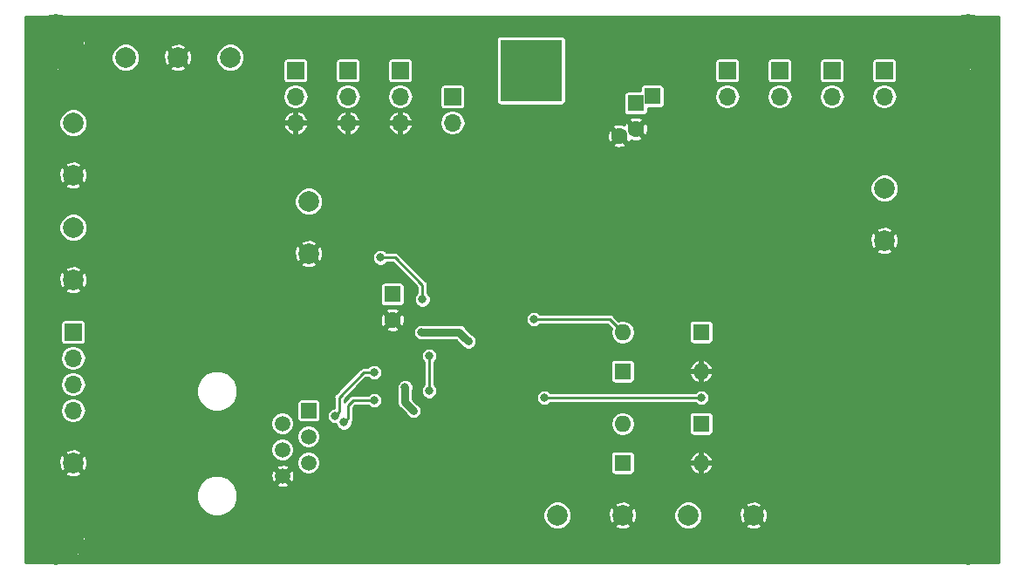
<source format=gbr>
G04 #@! TF.GenerationSoftware,KiCad,Pcbnew,5.0.2-bee76a0~70~ubuntu18.04.1*
G04 #@! TF.CreationDate,2019-06-19T23:08:53-07:00*
G04 #@! TF.ProjectId,aa-stalk-receiver-lvds,61612d73-7461-46c6-9b2d-726563656976,rev?*
G04 #@! TF.SameCoordinates,Original*
G04 #@! TF.FileFunction,Copper,L2,Bot*
G04 #@! TF.FilePolarity,Positive*
%FSLAX46Y46*%
G04 Gerber Fmt 4.6, Leading zero omitted, Abs format (unit mm)*
G04 Created by KiCad (PCBNEW 5.0.2-bee76a0~70~ubuntu18.04.1) date Wed 19 Jun 2019 11:08:53 PM PDT*
%MOMM*%
%LPD*%
G01*
G04 APERTURE LIST*
G04 #@! TA.AperFunction,ComponentPad*
%ADD10C,2.000000*%
G04 #@! TD*
G04 #@! TA.AperFunction,ComponentPad*
%ADD11C,0.800000*%
G04 #@! TD*
G04 #@! TA.AperFunction,ComponentPad*
%ADD12C,5.400000*%
G04 #@! TD*
G04 #@! TA.AperFunction,ComponentPad*
%ADD13R,1.600000X1.600000*%
G04 #@! TD*
G04 #@! TA.AperFunction,ComponentPad*
%ADD14C,1.600000*%
G04 #@! TD*
G04 #@! TA.AperFunction,ComponentPad*
%ADD15R,1.700000X1.700000*%
G04 #@! TD*
G04 #@! TA.AperFunction,ComponentPad*
%ADD16O,1.700000X1.700000*%
G04 #@! TD*
G04 #@! TA.AperFunction,ComponentPad*
%ADD17R,5.999480X5.999480*%
G04 #@! TD*
G04 #@! TA.AperFunction,ComponentPad*
%ADD18C,5.999480*%
G04 #@! TD*
G04 #@! TA.AperFunction,ComponentPad*
%ADD19O,1.600000X1.600000*%
G04 #@! TD*
G04 #@! TA.AperFunction,ComponentPad*
%ADD20R,1.520000X1.520000*%
G04 #@! TD*
G04 #@! TA.AperFunction,ComponentPad*
%ADD21C,1.520000*%
G04 #@! TD*
G04 #@! TA.AperFunction,ViaPad*
%ADD22C,0.800000*%
G04 #@! TD*
G04 #@! TA.AperFunction,ViaPad*
%ADD23C,0.600000*%
G04 #@! TD*
G04 #@! TA.AperFunction,Conductor*
%ADD24C,0.254000*%
G04 #@! TD*
G04 #@! TA.AperFunction,Conductor*
%ADD25C,0.762000*%
G04 #@! TD*
G04 APERTURE END LIST*
D10*
G04 #@! TO.P,TP102,1*
G04 #@! TO.N,+5V*
X96520000Y-71120000D03*
G04 #@! TD*
G04 #@! TO.P,TP151,1*
G04 #@! TO.N,GND*
X96520000Y-66040000D03*
G04 #@! TD*
G04 #@! TO.P,TP152,1*
G04 #@! TO.N,GND*
X96520000Y-76200000D03*
G04 #@! TD*
G04 #@! TO.P,TP153,1*
G04 #@! TO.N,GND*
X96520000Y-93980000D03*
G04 #@! TD*
G04 #@! TO.P,TP201,1*
G04 #@! TO.N,Net-(C202-Pad1)*
X156210000Y-99060000D03*
G04 #@! TD*
G04 #@! TO.P,TP202,1*
G04 #@! TO.N,Net-(C203-Pad1)*
X143510000Y-99060000D03*
G04 #@! TD*
G04 #@! TO.P,TP251,1*
G04 #@! TO.N,GND*
X162560000Y-99060000D03*
G04 #@! TD*
G04 #@! TO.P,TP301,1*
G04 #@! TO.N,/N_RX_STALK*
X119380000Y-68580000D03*
G04 #@! TD*
G04 #@! TO.P,TP302,1*
G04 #@! TO.N,/LED_A_DATA*
X111760000Y-54610000D03*
G04 #@! TD*
G04 #@! TO.P,TP303,1*
G04 #@! TO.N,/LED_C_DATA*
X101600000Y-54610000D03*
G04 #@! TD*
G04 #@! TO.P,TP311,1*
G04 #@! TO.N,/PWM_CAP*
X175260000Y-67310000D03*
G04 #@! TD*
G04 #@! TO.P,TP351,1*
G04 #@! TO.N,GND*
X119380000Y-73660000D03*
G04 #@! TD*
G04 #@! TO.P,TP352,1*
G04 #@! TO.N,GND*
X106680000Y-54610000D03*
G04 #@! TD*
G04 #@! TO.P,TP361,1*
G04 #@! TO.N,GND*
X175260000Y-72390000D03*
G04 #@! TD*
G04 #@! TO.P,TP252,1*
G04 #@! TO.N,GND*
X149860000Y-99060000D03*
G04 #@! TD*
G04 #@! TO.P,TP101,1*
G04 #@! TO.N,/VIN*
X96520000Y-60960000D03*
G04 #@! TD*
D11*
G04 #@! TO.P,H2,1*
G04 #@! TO.N,GND*
X184819891Y-51654109D03*
X183388000Y-51061000D03*
X181956109Y-51654109D03*
X181363000Y-53086000D03*
X181956109Y-54517891D03*
X183388000Y-55111000D03*
X184819891Y-54517891D03*
X185413000Y-53086000D03*
D12*
X183388000Y-53086000D03*
G04 #@! TD*
G04 #@! TO.P,H1,1*
G04 #@! TO.N,GND*
X94869000Y-53086000D03*
D11*
X96894000Y-53086000D03*
X96300891Y-54517891D03*
X94869000Y-55111000D03*
X93437109Y-54517891D03*
X92844000Y-53086000D03*
X93437109Y-51654109D03*
X94869000Y-51061000D03*
X96300891Y-51654109D03*
G04 #@! TD*
G04 #@! TO.P,H4,1*
G04 #@! TO.N,GND*
X184819891Y-99787109D03*
X183388000Y-99194000D03*
X181956109Y-99787109D03*
X181363000Y-101219000D03*
X181956109Y-102650891D03*
X183388000Y-103244000D03*
X184819891Y-102650891D03*
X185413000Y-101219000D03*
D12*
X183388000Y-101219000D03*
G04 #@! TD*
G04 #@! TO.P,H3,1*
G04 #@! TO.N,GND*
X94869000Y-101219000D03*
D11*
X96894000Y-101219000D03*
X96300891Y-102650891D03*
X94869000Y-103244000D03*
X93437109Y-102650891D03*
X92844000Y-101219000D03*
X93437109Y-99787109D03*
X94869000Y-99194000D03*
X96300891Y-99787109D03*
G04 #@! TD*
D13*
G04 #@! TO.P,C101,1*
G04 #@! TO.N,/VIN*
X151130000Y-59055000D03*
D14*
G04 #@! TO.P,C101,2*
G04 #@! TO.N,GND*
X151130000Y-61555000D03*
D13*
G04 #@! TO.P,C101,1*
G04 #@! TO.N,/VIN*
X152730000Y-58384063D03*
D14*
G04 #@! TO.P,C101,2*
G04 #@! TO.N,GND*
X149530000Y-62225937D03*
G04 #@! TD*
D13*
G04 #@! TO.P,C102,1*
G04 #@! TO.N,+5V*
X127508000Y-77597000D03*
D14*
G04 #@! TO.P,C102,2*
G04 #@! TO.N,GND*
X127508000Y-80097000D03*
G04 #@! TD*
D15*
G04 #@! TO.P,CN314,1*
G04 #@! TO.N,/VIN*
X175260000Y-55880000D03*
D16*
G04 #@! TO.P,CN314,2*
G04 #@! TO.N,Net-(CN313-Pad2)*
X175260000Y-58420000D03*
G04 #@! TD*
G04 #@! TO.P,CN313,2*
G04 #@! TO.N,Net-(CN313-Pad2)*
X170180000Y-58420000D03*
D15*
G04 #@! TO.P,CN313,1*
G04 #@! TO.N,/VIN*
X170180000Y-55880000D03*
G04 #@! TD*
G04 #@! TO.P,CN312,1*
G04 #@! TO.N,/VIN*
X165100000Y-55880000D03*
D16*
G04 #@! TO.P,CN312,2*
G04 #@! TO.N,Net-(CN311-Pad2)*
X165100000Y-58420000D03*
G04 #@! TD*
G04 #@! TO.P,CN311,2*
G04 #@! TO.N,Net-(CN311-Pad2)*
X160020000Y-58420000D03*
D15*
G04 #@! TO.P,CN311,1*
G04 #@! TO.N,/VIN*
X160020000Y-55880000D03*
G04 #@! TD*
G04 #@! TO.P,JP101,1*
G04 #@! TO.N,/VIN*
X133350000Y-58420000D03*
D16*
G04 #@! TO.P,JP101,2*
G04 #@! TO.N,+12V*
X133350000Y-60960000D03*
G04 #@! TD*
D15*
G04 #@! TO.P,CN301,1*
G04 #@! TO.N,/VIN*
X128270000Y-55880000D03*
D16*
G04 #@! TO.P,CN301,2*
G04 #@! TO.N,/LED_A_DATA*
X128270000Y-58420000D03*
G04 #@! TO.P,CN301,3*
G04 #@! TO.N,GND*
X128270000Y-60960000D03*
G04 #@! TD*
G04 #@! TO.P,CN302,3*
G04 #@! TO.N,GND*
X123190000Y-60960000D03*
G04 #@! TO.P,CN302,2*
G04 #@! TO.N,/LED_C_DATA*
X123190000Y-58420000D03*
D15*
G04 #@! TO.P,CN302,1*
G04 #@! TO.N,/VIN*
X123190000Y-55880000D03*
G04 #@! TD*
G04 #@! TO.P,CN303,1*
G04 #@! TO.N,/VIN*
X118110000Y-55880000D03*
D16*
G04 #@! TO.P,CN303,2*
G04 #@! TO.N,/LED_C_DATA*
X118110000Y-58420000D03*
G04 #@! TO.P,CN303,3*
G04 #@! TO.N,GND*
X118110000Y-60960000D03*
G04 #@! TD*
D15*
G04 #@! TO.P,CN151,1*
G04 #@! TO.N,/RX_STALK_P*
X96520000Y-81280000D03*
D16*
G04 #@! TO.P,CN151,2*
G04 #@! TO.N,/RX_STALK_N*
X96520000Y-83820000D03*
G04 #@! TO.P,CN151,3*
G04 #@! TO.N,/PWM_CAP_P*
X96520000Y-86360000D03*
G04 #@! TO.P,CN151,4*
G04 #@! TO.N,/PWM_CAP_N*
X96520000Y-88900000D03*
G04 #@! TD*
D17*
G04 #@! TO.P,CN101,1*
G04 #@! TO.N,/VIN*
X140970000Y-55880000D03*
D18*
G04 #@! TO.P,CN101,2*
G04 #@! TO.N,GND*
X140970000Y-63500000D03*
G04 #@! TD*
D19*
G04 #@! TO.P,D204,2*
G04 #@! TO.N,GND*
X157480000Y-93980000D03*
D13*
G04 #@! TO.P,D204,1*
G04 #@! TO.N,Net-(C203-Pad1)*
X149860000Y-93980000D03*
G04 #@! TD*
G04 #@! TO.P,D202,1*
G04 #@! TO.N,Net-(C202-Pad1)*
X149860000Y-85090000D03*
D19*
G04 #@! TO.P,D202,2*
G04 #@! TO.N,GND*
X157480000Y-85090000D03*
G04 #@! TD*
G04 #@! TO.P,D201,2*
G04 #@! TO.N,Net-(C202-Pad1)*
X149860000Y-81280000D03*
D13*
G04 #@! TO.P,D201,1*
G04 #@! TO.N,+5V*
X157480000Y-81280000D03*
G04 #@! TD*
G04 #@! TO.P,D203,1*
G04 #@! TO.N,+5V*
X157480000Y-90170000D03*
D19*
G04 #@! TO.P,D203,2*
G04 #@! TO.N,Net-(C203-Pad1)*
X149860000Y-90170000D03*
G04 #@! TD*
D20*
G04 #@! TO.P,CN102,1*
G04 #@! TO.N,+5V*
X119380000Y-88900000D03*
D21*
G04 #@! TO.P,CN102,2*
G04 #@! TO.N,/RX_STALK_P*
X116840000Y-90170000D03*
G04 #@! TO.P,CN102,3*
G04 #@! TO.N,/RX_STALK_N*
X119380000Y-91440000D03*
G04 #@! TO.P,CN102,4*
G04 #@! TO.N,/PWM_CAP_P*
X116840000Y-92710000D03*
G04 #@! TO.P,CN102,5*
G04 #@! TO.N,/PWM_CAP_N*
X119380000Y-93980000D03*
G04 #@! TO.P,CN102,6*
G04 #@! TO.N,GND*
X116840000Y-95250000D03*
G04 #@! TD*
D22*
G04 #@! TO.N,GND*
X172847000Y-63246000D03*
X162687000Y-63246000D03*
X126619000Y-72390000D03*
X100203000Y-63500000D03*
X100203000Y-68580000D03*
X109093000Y-67310000D03*
X127000000Y-90678000D03*
X125095000Y-89408004D03*
X125121788Y-90297000D03*
X131064000Y-93345000D03*
X136398000Y-89535000D03*
X140335000Y-86614000D03*
X136525000Y-81407000D03*
X137160000Y-96774000D03*
X172339000Y-63881000D03*
X171704000Y-63373000D03*
X161544000Y-63373000D03*
X162179000Y-63881000D03*
D23*
X136144000Y-60198000D03*
X136906000Y-60198000D03*
X136525000Y-60579000D03*
X136779000Y-61595000D03*
X137287002Y-60960000D03*
X137922000Y-60325000D03*
D22*
G04 #@! TO.N,+5V*
X130302000Y-81280000D03*
X134874000Y-82169000D03*
X129540000Y-88900000D03*
X128746210Y-86642618D03*
G04 #@! TO.N,/PWM_CAP*
X142240000Y-87630000D03*
X157480000Y-87630000D03*
G04 #@! TO.N,/RX_STALK_P*
X121920000Y-89408000D03*
X125730000Y-85183113D03*
G04 #@! TO.N,/RX_STALK_N*
X125729996Y-87884000D03*
X122809000Y-90043000D03*
G04 #@! TO.N,/N_RX_STALK*
X131064000Y-86995000D03*
X131063158Y-83561326D03*
X130429000Y-78105000D03*
X126365000Y-74041008D03*
G04 #@! TO.N,Net-(C202-Pad1)*
X141224000Y-80010000D03*
G04 #@! TD*
D24*
G04 #@! TO.N,+5V*
X119380000Y-88900000D02*
X119380000Y-89027000D01*
D25*
X130302000Y-81280000D02*
X133985000Y-81280000D01*
X133985000Y-81280000D02*
X134474001Y-81769001D01*
X134474001Y-81769001D02*
X134874000Y-82169000D01*
X128746210Y-87208303D02*
X128746210Y-86642618D01*
X128746210Y-88106210D02*
X128746210Y-87208303D01*
X129540000Y-88900000D02*
X128746210Y-88106210D01*
D24*
G04 #@! TO.N,/PWM_CAP*
X142240000Y-87630000D02*
X157480000Y-87630000D01*
G04 #@! TO.N,/RX_STALK_P*
X125696113Y-85217000D02*
X125730000Y-85183113D01*
X122319999Y-87611001D02*
X124714000Y-85217000D01*
X124714000Y-85217000D02*
X125696113Y-85217000D01*
X121920000Y-89408000D02*
X122319999Y-89008001D01*
X122319999Y-89008001D02*
X122319999Y-87611001D01*
G04 #@! TO.N,/RX_STALK_N*
X123208999Y-89643001D02*
X122809000Y-90043000D01*
X123208999Y-88373001D02*
X123208999Y-89643001D01*
X125729996Y-87884000D02*
X123698000Y-87884000D01*
X123698000Y-87884000D02*
X123208999Y-88373001D01*
G04 #@! TO.N,/N_RX_STALK*
X131064000Y-83562168D02*
X131063158Y-83561326D01*
X131064000Y-86995000D02*
X131064000Y-83562168D01*
X127743001Y-74022001D02*
X126384007Y-74022001D01*
X130429000Y-78105000D02*
X130429000Y-76708000D01*
X126384007Y-74022001D02*
X126365000Y-74041008D01*
X130429000Y-76708000D02*
X127743001Y-74022001D01*
G04 #@! TO.N,Net-(C202-Pad1)*
X141224000Y-80010000D02*
X141789685Y-80010000D01*
X141789685Y-80010000D02*
X146050000Y-80010000D01*
X146050000Y-80010000D02*
X148590000Y-80010000D01*
X148590000Y-80010000D02*
X149860000Y-81280000D01*
G04 #@! TD*
G04 #@! TO.N,GND*
G36*
X94291679Y-50663287D02*
X94158376Y-50701682D01*
X94074964Y-51000978D01*
X94109316Y-51283726D01*
X94014428Y-51256395D01*
X93616714Y-51654109D01*
X94014428Y-52051823D01*
X94147733Y-52013427D01*
X94231145Y-51714131D01*
X94221935Y-51638319D01*
X94471286Y-51638319D01*
X94509682Y-51771624D01*
X94808978Y-51855036D01*
X95117412Y-51817563D01*
X95228318Y-51771624D01*
X95266714Y-51638319D01*
X94869000Y-51240605D01*
X94471286Y-51638319D01*
X94221935Y-51638319D01*
X94196793Y-51431383D01*
X94291681Y-51458714D01*
X94689395Y-51061000D01*
X94675253Y-51046858D01*
X94854858Y-50867253D01*
X94869000Y-50881395D01*
X94883143Y-50867253D01*
X95062748Y-51046858D01*
X95048605Y-51061000D01*
X95446319Y-51458714D01*
X95553159Y-51427941D01*
X95506855Y-51594087D01*
X95544328Y-51902521D01*
X95590267Y-52013427D01*
X95723572Y-52051823D01*
X96121286Y-51654109D01*
X96480496Y-51654109D01*
X96878210Y-52051823D01*
X97011515Y-52013427D01*
X97094927Y-51714131D01*
X97080343Y-51594087D01*
X181162073Y-51594087D01*
X181199546Y-51902521D01*
X181245485Y-52013427D01*
X181378790Y-52051823D01*
X181776504Y-51654109D01*
X181378790Y-51256395D01*
X181245485Y-51294791D01*
X181162073Y-51594087D01*
X97080343Y-51594087D01*
X97057454Y-51405697D01*
X97011515Y-51294791D01*
X96878210Y-51256395D01*
X96480496Y-51654109D01*
X96121286Y-51654109D01*
X95723572Y-51256395D01*
X95616732Y-51287168D01*
X95663036Y-51121022D01*
X95657663Y-51076790D01*
X95903177Y-51076790D01*
X96300891Y-51474504D01*
X96698605Y-51076790D01*
X181558395Y-51076790D01*
X181956109Y-51474504D01*
X182353823Y-51076790D01*
X182315427Y-50943485D01*
X182016131Y-50860073D01*
X181707697Y-50897546D01*
X181596791Y-50943485D01*
X181558395Y-51076790D01*
X96698605Y-51076790D01*
X96660209Y-50943485D01*
X96360913Y-50860073D01*
X96052479Y-50897546D01*
X95941573Y-50943485D01*
X95903177Y-51076790D01*
X95657663Y-51076790D01*
X95625563Y-50812588D01*
X95579624Y-50701682D01*
X95446321Y-50663287D01*
X95463608Y-50646000D01*
X182793392Y-50646000D01*
X182810679Y-50663287D01*
X182677376Y-50701682D01*
X182593964Y-51000978D01*
X182628316Y-51283726D01*
X182533428Y-51256395D01*
X182135714Y-51654109D01*
X182533428Y-52051823D01*
X182666733Y-52013427D01*
X182750145Y-51714131D01*
X182740935Y-51638319D01*
X182990286Y-51638319D01*
X183028682Y-51771624D01*
X183327978Y-51855036D01*
X183636412Y-51817563D01*
X183747318Y-51771624D01*
X183785714Y-51638319D01*
X183388000Y-51240605D01*
X182990286Y-51638319D01*
X182740935Y-51638319D01*
X182715793Y-51431383D01*
X182810681Y-51458714D01*
X183208395Y-51061000D01*
X183194253Y-51046858D01*
X183373858Y-50867253D01*
X183388000Y-50881395D01*
X183402143Y-50867253D01*
X183581748Y-51046858D01*
X183567605Y-51061000D01*
X183965319Y-51458714D01*
X184072159Y-51427941D01*
X184025855Y-51594087D01*
X184063328Y-51902521D01*
X184109267Y-52013427D01*
X184242572Y-52051823D01*
X184640286Y-51654109D01*
X184999496Y-51654109D01*
X185397210Y-52051823D01*
X185530515Y-52013427D01*
X185613927Y-51714131D01*
X185576454Y-51405697D01*
X185530515Y-51294791D01*
X185397210Y-51256395D01*
X184999496Y-51654109D01*
X184640286Y-51654109D01*
X184242572Y-51256395D01*
X184135732Y-51287168D01*
X184182036Y-51121022D01*
X184176663Y-51076790D01*
X184422177Y-51076790D01*
X184819891Y-51474504D01*
X185217605Y-51076790D01*
X185179209Y-50943485D01*
X184879913Y-50860073D01*
X184571479Y-50897546D01*
X184460573Y-50943485D01*
X184422177Y-51076790D01*
X184176663Y-51076790D01*
X184144563Y-50812588D01*
X184098624Y-50701682D01*
X183965321Y-50663287D01*
X183982608Y-50646000D01*
X186336000Y-50646000D01*
X186336001Y-103659000D01*
X183982608Y-103659000D01*
X183965321Y-103641713D01*
X184098624Y-103603318D01*
X184182036Y-103304022D01*
X184172826Y-103228210D01*
X184422177Y-103228210D01*
X184460573Y-103361515D01*
X184759869Y-103444927D01*
X185068303Y-103407454D01*
X185179209Y-103361515D01*
X185217605Y-103228210D01*
X184819891Y-102830496D01*
X184422177Y-103228210D01*
X184172826Y-103228210D01*
X184147684Y-103021274D01*
X184242572Y-103048605D01*
X184640286Y-102650891D01*
X184999496Y-102650891D01*
X185397210Y-103048605D01*
X185530515Y-103010209D01*
X185613927Y-102710913D01*
X185576454Y-102402479D01*
X185530515Y-102291573D01*
X185397210Y-102253177D01*
X184999496Y-102650891D01*
X184640286Y-102650891D01*
X184242572Y-102253177D01*
X184109267Y-102291573D01*
X184025855Y-102590869D01*
X184060207Y-102873617D01*
X183965319Y-102846286D01*
X183567605Y-103244000D01*
X183581748Y-103258143D01*
X183402143Y-103437748D01*
X183388000Y-103423605D01*
X183373858Y-103437748D01*
X183194253Y-103258143D01*
X183208395Y-103244000D01*
X182810681Y-102846286D01*
X182703841Y-102877059D01*
X182750145Y-102710913D01*
X182744772Y-102666681D01*
X182990286Y-102666681D01*
X183388000Y-103064395D01*
X183785714Y-102666681D01*
X183747318Y-102533376D01*
X183448022Y-102449964D01*
X183139588Y-102487437D01*
X183028682Y-102533376D01*
X182990286Y-102666681D01*
X182744772Y-102666681D01*
X182712672Y-102402479D01*
X182666733Y-102291573D01*
X182533428Y-102253177D01*
X182135714Y-102650891D01*
X182533428Y-103048605D01*
X182640268Y-103017832D01*
X182593964Y-103183978D01*
X182631437Y-103492412D01*
X182677376Y-103603318D01*
X182810679Y-103641713D01*
X182793392Y-103659000D01*
X95463608Y-103659000D01*
X95446321Y-103641713D01*
X95579624Y-103603318D01*
X95663036Y-103304022D01*
X95653826Y-103228210D01*
X95903177Y-103228210D01*
X95941573Y-103361515D01*
X96240869Y-103444927D01*
X96549303Y-103407454D01*
X96660209Y-103361515D01*
X96698605Y-103228210D01*
X181558395Y-103228210D01*
X181596791Y-103361515D01*
X181896087Y-103444927D01*
X182204521Y-103407454D01*
X182315427Y-103361515D01*
X182353823Y-103228210D01*
X181956109Y-102830496D01*
X181558395Y-103228210D01*
X96698605Y-103228210D01*
X96300891Y-102830496D01*
X95903177Y-103228210D01*
X95653826Y-103228210D01*
X95628684Y-103021274D01*
X95723572Y-103048605D01*
X96121286Y-102650891D01*
X96480496Y-102650891D01*
X96878210Y-103048605D01*
X97011515Y-103010209D01*
X97094927Y-102710913D01*
X97080343Y-102590869D01*
X181162073Y-102590869D01*
X181199546Y-102899303D01*
X181245485Y-103010209D01*
X181378790Y-103048605D01*
X181776504Y-102650891D01*
X181378790Y-102253177D01*
X181245485Y-102291573D01*
X181162073Y-102590869D01*
X97080343Y-102590869D01*
X97057454Y-102402479D01*
X97011515Y-102291573D01*
X96878210Y-102253177D01*
X96480496Y-102650891D01*
X96121286Y-102650891D01*
X95723572Y-102253177D01*
X95590267Y-102291573D01*
X95506855Y-102590869D01*
X95541207Y-102873617D01*
X95446319Y-102846286D01*
X95048605Y-103244000D01*
X95062748Y-103258143D01*
X94883143Y-103437748D01*
X94869000Y-103423605D01*
X94854858Y-103437748D01*
X94675253Y-103258143D01*
X94689395Y-103244000D01*
X94291681Y-102846286D01*
X94184841Y-102877059D01*
X94231145Y-102710913D01*
X94225772Y-102666681D01*
X94471286Y-102666681D01*
X94869000Y-103064395D01*
X95266714Y-102666681D01*
X95228318Y-102533376D01*
X94929022Y-102449964D01*
X94620588Y-102487437D01*
X94509682Y-102533376D01*
X94471286Y-102666681D01*
X94225772Y-102666681D01*
X94193672Y-102402479D01*
X94147733Y-102291573D01*
X94014428Y-102253177D01*
X93616714Y-102650891D01*
X94014428Y-103048605D01*
X94121268Y-103017832D01*
X94074964Y-103183978D01*
X94112437Y-103492412D01*
X94158376Y-103603318D01*
X94291679Y-103641713D01*
X94274392Y-103659000D01*
X91921000Y-103659000D01*
X91921000Y-103228210D01*
X93039395Y-103228210D01*
X93077791Y-103361515D01*
X93377087Y-103444927D01*
X93685521Y-103407454D01*
X93796427Y-103361515D01*
X93834823Y-103228210D01*
X93437109Y-102830496D01*
X93039395Y-103228210D01*
X91921000Y-103228210D01*
X91921000Y-102590869D01*
X92643073Y-102590869D01*
X92680546Y-102899303D01*
X92726485Y-103010209D01*
X92859790Y-103048605D01*
X93257504Y-102650891D01*
X92859790Y-102253177D01*
X92726485Y-102291573D01*
X92643073Y-102590869D01*
X91921000Y-102590869D01*
X91921000Y-101796319D01*
X92446286Y-101796319D01*
X92484682Y-101929624D01*
X92783978Y-102013036D01*
X93066726Y-101978684D01*
X93039395Y-102073572D01*
X93437109Y-102471286D01*
X93834823Y-102073572D01*
X95903177Y-102073572D01*
X96300891Y-102471286D01*
X96698605Y-102073572D01*
X96667832Y-101966732D01*
X96833978Y-102013036D01*
X97142412Y-101975563D01*
X97253318Y-101929624D01*
X97291714Y-101796319D01*
X180965286Y-101796319D01*
X181003682Y-101929624D01*
X181302978Y-102013036D01*
X181585726Y-101978684D01*
X181558395Y-102073572D01*
X181956109Y-102471286D01*
X182353823Y-102073572D01*
X184422177Y-102073572D01*
X184819891Y-102471286D01*
X185217605Y-102073572D01*
X185186832Y-101966732D01*
X185352978Y-102013036D01*
X185661412Y-101975563D01*
X185772318Y-101929624D01*
X185810714Y-101796319D01*
X185413000Y-101398605D01*
X185015286Y-101796319D01*
X185046059Y-101903159D01*
X184879913Y-101856855D01*
X184571479Y-101894328D01*
X184460573Y-101940267D01*
X184422177Y-102073572D01*
X182353823Y-102073572D01*
X182315427Y-101940267D01*
X182016131Y-101856855D01*
X181733383Y-101891207D01*
X181760714Y-101796319D01*
X181363000Y-101398605D01*
X180965286Y-101796319D01*
X97291714Y-101796319D01*
X96894000Y-101398605D01*
X96496286Y-101796319D01*
X96527059Y-101903159D01*
X96360913Y-101856855D01*
X96052479Y-101894328D01*
X95941573Y-101940267D01*
X95903177Y-102073572D01*
X93834823Y-102073572D01*
X93796427Y-101940267D01*
X93497131Y-101856855D01*
X93214383Y-101891207D01*
X93241714Y-101796319D01*
X92844000Y-101398605D01*
X92446286Y-101796319D01*
X91921000Y-101796319D01*
X91921000Y-101158978D01*
X92049964Y-101158978D01*
X92087437Y-101467412D01*
X92133376Y-101578318D01*
X92266681Y-101616714D01*
X92664395Y-101219000D01*
X93023605Y-101219000D01*
X93421319Y-101616714D01*
X93554624Y-101578318D01*
X93638036Y-101279022D01*
X93623452Y-101158978D01*
X96099964Y-101158978D01*
X96137437Y-101467412D01*
X96183376Y-101578318D01*
X96316681Y-101616714D01*
X96714395Y-101219000D01*
X97073605Y-101219000D01*
X97471319Y-101616714D01*
X97604624Y-101578318D01*
X97688036Y-101279022D01*
X97673452Y-101158978D01*
X180568964Y-101158978D01*
X180606437Y-101467412D01*
X180652376Y-101578318D01*
X180785681Y-101616714D01*
X181183395Y-101219000D01*
X181542605Y-101219000D01*
X181940319Y-101616714D01*
X182073624Y-101578318D01*
X182157036Y-101279022D01*
X182142452Y-101158978D01*
X184618964Y-101158978D01*
X184656437Y-101467412D01*
X184702376Y-101578318D01*
X184835681Y-101616714D01*
X185233395Y-101219000D01*
X185592605Y-101219000D01*
X185990319Y-101616714D01*
X186123624Y-101578318D01*
X186207036Y-101279022D01*
X186169563Y-100970588D01*
X186123624Y-100859682D01*
X185990319Y-100821286D01*
X185592605Y-101219000D01*
X185233395Y-101219000D01*
X184835681Y-100821286D01*
X184702376Y-100859682D01*
X184618964Y-101158978D01*
X182142452Y-101158978D01*
X182119563Y-100970588D01*
X182073624Y-100859682D01*
X181940319Y-100821286D01*
X181542605Y-101219000D01*
X181183395Y-101219000D01*
X180785681Y-100821286D01*
X180652376Y-100859682D01*
X180568964Y-101158978D01*
X97673452Y-101158978D01*
X97650563Y-100970588D01*
X97604624Y-100859682D01*
X97471319Y-100821286D01*
X97073605Y-101219000D01*
X96714395Y-101219000D01*
X96316681Y-100821286D01*
X96183376Y-100859682D01*
X96099964Y-101158978D01*
X93623452Y-101158978D01*
X93600563Y-100970588D01*
X93554624Y-100859682D01*
X93421319Y-100821286D01*
X93023605Y-101219000D01*
X92664395Y-101219000D01*
X92266681Y-100821286D01*
X92133376Y-100859682D01*
X92049964Y-101158978D01*
X91921000Y-101158978D01*
X91921000Y-100641681D01*
X92446286Y-100641681D01*
X92844000Y-101039395D01*
X93241714Y-100641681D01*
X93210941Y-100534841D01*
X93377087Y-100581145D01*
X93685521Y-100543672D01*
X93796427Y-100497733D01*
X93834823Y-100364428D01*
X95903177Y-100364428D01*
X95941573Y-100497733D01*
X96240869Y-100581145D01*
X96523617Y-100546793D01*
X96496286Y-100641681D01*
X96894000Y-101039395D01*
X97291714Y-100641681D01*
X180965286Y-100641681D01*
X181363000Y-101039395D01*
X181760714Y-100641681D01*
X181729941Y-100534841D01*
X181896087Y-100581145D01*
X182204521Y-100543672D01*
X182315427Y-100497733D01*
X182353823Y-100364428D01*
X184422177Y-100364428D01*
X184460573Y-100497733D01*
X184759869Y-100581145D01*
X185042617Y-100546793D01*
X185015286Y-100641681D01*
X185413000Y-101039395D01*
X185810714Y-100641681D01*
X185772318Y-100508376D01*
X185473022Y-100424964D01*
X185190274Y-100459316D01*
X185217605Y-100364428D01*
X184819891Y-99966714D01*
X184422177Y-100364428D01*
X182353823Y-100364428D01*
X181956109Y-99966714D01*
X181558395Y-100364428D01*
X181589168Y-100471268D01*
X181423022Y-100424964D01*
X181114588Y-100462437D01*
X181003682Y-100508376D01*
X180965286Y-100641681D01*
X97291714Y-100641681D01*
X97253318Y-100508376D01*
X96954022Y-100424964D01*
X96671274Y-100459316D01*
X96698605Y-100364428D01*
X96300891Y-99966714D01*
X95903177Y-100364428D01*
X93834823Y-100364428D01*
X93437109Y-99966714D01*
X93039395Y-100364428D01*
X93070168Y-100471268D01*
X92904022Y-100424964D01*
X92595588Y-100462437D01*
X92484682Y-100508376D01*
X92446286Y-100641681D01*
X91921000Y-100641681D01*
X91921000Y-99727087D01*
X92643073Y-99727087D01*
X92680546Y-100035521D01*
X92726485Y-100146427D01*
X92859790Y-100184823D01*
X93257504Y-99787109D01*
X93616714Y-99787109D01*
X94014428Y-100184823D01*
X94147733Y-100146427D01*
X94231145Y-99847131D01*
X94221935Y-99771319D01*
X94471286Y-99771319D01*
X94509682Y-99904624D01*
X94808978Y-99988036D01*
X95117412Y-99950563D01*
X95228318Y-99904624D01*
X95266714Y-99771319D01*
X94869000Y-99373605D01*
X94471286Y-99771319D01*
X94221935Y-99771319D01*
X94196793Y-99564383D01*
X94291681Y-99591714D01*
X94689395Y-99194000D01*
X95048605Y-99194000D01*
X95446319Y-99591714D01*
X95553159Y-99560941D01*
X95506855Y-99727087D01*
X95544328Y-100035521D01*
X95590267Y-100146427D01*
X95723572Y-100184823D01*
X96121286Y-99787109D01*
X96480496Y-99787109D01*
X96878210Y-100184823D01*
X97011515Y-100146427D01*
X97094927Y-99847131D01*
X97057454Y-99538697D01*
X97011515Y-99427791D01*
X96878210Y-99389395D01*
X96480496Y-99787109D01*
X96121286Y-99787109D01*
X95723572Y-99389395D01*
X95616732Y-99420168D01*
X95663036Y-99254022D01*
X95657663Y-99209790D01*
X95903177Y-99209790D01*
X96300891Y-99607504D01*
X96698605Y-99209790D01*
X96660209Y-99076485D01*
X96360913Y-98993073D01*
X96052479Y-99030546D01*
X95941573Y-99076485D01*
X95903177Y-99209790D01*
X95657663Y-99209790D01*
X95625563Y-98945588D01*
X95579624Y-98834682D01*
X95446319Y-98796286D01*
X95048605Y-99194000D01*
X94689395Y-99194000D01*
X94291681Y-98796286D01*
X94158376Y-98834682D01*
X94074964Y-99133978D01*
X94109316Y-99416726D01*
X94014428Y-99389395D01*
X93616714Y-99787109D01*
X93257504Y-99787109D01*
X92859790Y-99389395D01*
X92726485Y-99427791D01*
X92643073Y-99727087D01*
X91921000Y-99727087D01*
X91921000Y-99209790D01*
X93039395Y-99209790D01*
X93437109Y-99607504D01*
X93834823Y-99209790D01*
X93796427Y-99076485D01*
X93497131Y-98993073D01*
X93188697Y-99030546D01*
X93077791Y-99076485D01*
X93039395Y-99209790D01*
X91921000Y-99209790D01*
X91921000Y-98616681D01*
X94471286Y-98616681D01*
X94869000Y-99014395D01*
X95266714Y-98616681D01*
X95228318Y-98483376D01*
X94929022Y-98399964D01*
X94620588Y-98437437D01*
X94509682Y-98483376D01*
X94471286Y-98616681D01*
X91921000Y-98616681D01*
X91921000Y-96750982D01*
X108484000Y-96750982D01*
X108484000Y-97549018D01*
X108789395Y-98286308D01*
X109353692Y-98850605D01*
X110090982Y-99156000D01*
X110889018Y-99156000D01*
X111626308Y-98850605D01*
X111691611Y-98785302D01*
X142129000Y-98785302D01*
X142129000Y-99334698D01*
X142339245Y-99842273D01*
X142727727Y-100230755D01*
X143235302Y-100441000D01*
X143784698Y-100441000D01*
X144292273Y-100230755D01*
X144449286Y-100073742D01*
X149025863Y-100073742D01*
X149138485Y-100269146D01*
X149656126Y-100453217D01*
X150204806Y-100425184D01*
X150581515Y-100269146D01*
X150694137Y-100073742D01*
X149860000Y-99239605D01*
X149025863Y-100073742D01*
X144449286Y-100073742D01*
X144680755Y-99842273D01*
X144891000Y-99334698D01*
X144891000Y-98856126D01*
X148466783Y-98856126D01*
X148494816Y-99404806D01*
X148650854Y-99781515D01*
X148846258Y-99894137D01*
X149680395Y-99060000D01*
X150039605Y-99060000D01*
X150873742Y-99894137D01*
X151069146Y-99781515D01*
X151253217Y-99263874D01*
X151228766Y-98785302D01*
X154829000Y-98785302D01*
X154829000Y-99334698D01*
X155039245Y-99842273D01*
X155427727Y-100230755D01*
X155935302Y-100441000D01*
X156484698Y-100441000D01*
X156992273Y-100230755D01*
X157149286Y-100073742D01*
X161725863Y-100073742D01*
X161838485Y-100269146D01*
X162356126Y-100453217D01*
X162904806Y-100425184D01*
X163281515Y-100269146D01*
X163394137Y-100073742D01*
X162560000Y-99239605D01*
X161725863Y-100073742D01*
X157149286Y-100073742D01*
X157380755Y-99842273D01*
X157591000Y-99334698D01*
X157591000Y-98856126D01*
X161166783Y-98856126D01*
X161194816Y-99404806D01*
X161350854Y-99781515D01*
X161546258Y-99894137D01*
X162380395Y-99060000D01*
X162739605Y-99060000D01*
X163573742Y-99894137D01*
X163769146Y-99781515D01*
X163788500Y-99727087D01*
X181162073Y-99727087D01*
X181199546Y-100035521D01*
X181245485Y-100146427D01*
X181378790Y-100184823D01*
X181776504Y-99787109D01*
X182135714Y-99787109D01*
X182533428Y-100184823D01*
X182666733Y-100146427D01*
X182750145Y-99847131D01*
X182740935Y-99771319D01*
X182990286Y-99771319D01*
X183028682Y-99904624D01*
X183327978Y-99988036D01*
X183636412Y-99950563D01*
X183747318Y-99904624D01*
X183785714Y-99771319D01*
X183388000Y-99373605D01*
X182990286Y-99771319D01*
X182740935Y-99771319D01*
X182715793Y-99564383D01*
X182810681Y-99591714D01*
X183208395Y-99194000D01*
X183567605Y-99194000D01*
X183965319Y-99591714D01*
X184072159Y-99560941D01*
X184025855Y-99727087D01*
X184063328Y-100035521D01*
X184109267Y-100146427D01*
X184242572Y-100184823D01*
X184640286Y-99787109D01*
X184999496Y-99787109D01*
X185397210Y-100184823D01*
X185530515Y-100146427D01*
X185613927Y-99847131D01*
X185576454Y-99538697D01*
X185530515Y-99427791D01*
X185397210Y-99389395D01*
X184999496Y-99787109D01*
X184640286Y-99787109D01*
X184242572Y-99389395D01*
X184135732Y-99420168D01*
X184182036Y-99254022D01*
X184176663Y-99209790D01*
X184422177Y-99209790D01*
X184819891Y-99607504D01*
X185217605Y-99209790D01*
X185179209Y-99076485D01*
X184879913Y-98993073D01*
X184571479Y-99030546D01*
X184460573Y-99076485D01*
X184422177Y-99209790D01*
X184176663Y-99209790D01*
X184144563Y-98945588D01*
X184098624Y-98834682D01*
X183965319Y-98796286D01*
X183567605Y-99194000D01*
X183208395Y-99194000D01*
X182810681Y-98796286D01*
X182677376Y-98834682D01*
X182593964Y-99133978D01*
X182628316Y-99416726D01*
X182533428Y-99389395D01*
X182135714Y-99787109D01*
X181776504Y-99787109D01*
X181378790Y-99389395D01*
X181245485Y-99427791D01*
X181162073Y-99727087D01*
X163788500Y-99727087D01*
X163953217Y-99263874D01*
X163950454Y-99209790D01*
X181558395Y-99209790D01*
X181956109Y-99607504D01*
X182353823Y-99209790D01*
X182315427Y-99076485D01*
X182016131Y-98993073D01*
X181707697Y-99030546D01*
X181596791Y-99076485D01*
X181558395Y-99209790D01*
X163950454Y-99209790D01*
X163925184Y-98715194D01*
X163884379Y-98616681D01*
X182990286Y-98616681D01*
X183388000Y-99014395D01*
X183785714Y-98616681D01*
X183747318Y-98483376D01*
X183448022Y-98399964D01*
X183139588Y-98437437D01*
X183028682Y-98483376D01*
X182990286Y-98616681D01*
X163884379Y-98616681D01*
X163769146Y-98338485D01*
X163573742Y-98225863D01*
X162739605Y-99060000D01*
X162380395Y-99060000D01*
X161546258Y-98225863D01*
X161350854Y-98338485D01*
X161166783Y-98856126D01*
X157591000Y-98856126D01*
X157591000Y-98785302D01*
X157380755Y-98277727D01*
X157149286Y-98046258D01*
X161725863Y-98046258D01*
X162560000Y-98880395D01*
X163394137Y-98046258D01*
X163281515Y-97850854D01*
X162763874Y-97666783D01*
X162215194Y-97694816D01*
X161838485Y-97850854D01*
X161725863Y-98046258D01*
X157149286Y-98046258D01*
X156992273Y-97889245D01*
X156484698Y-97679000D01*
X155935302Y-97679000D01*
X155427727Y-97889245D01*
X155039245Y-98277727D01*
X154829000Y-98785302D01*
X151228766Y-98785302D01*
X151225184Y-98715194D01*
X151069146Y-98338485D01*
X150873742Y-98225863D01*
X150039605Y-99060000D01*
X149680395Y-99060000D01*
X148846258Y-98225863D01*
X148650854Y-98338485D01*
X148466783Y-98856126D01*
X144891000Y-98856126D01*
X144891000Y-98785302D01*
X144680755Y-98277727D01*
X144449286Y-98046258D01*
X149025863Y-98046258D01*
X149860000Y-98880395D01*
X150694137Y-98046258D01*
X150581515Y-97850854D01*
X150063874Y-97666783D01*
X149515194Y-97694816D01*
X149138485Y-97850854D01*
X149025863Y-98046258D01*
X144449286Y-98046258D01*
X144292273Y-97889245D01*
X143784698Y-97679000D01*
X143235302Y-97679000D01*
X142727727Y-97889245D01*
X142339245Y-98277727D01*
X142129000Y-98785302D01*
X111691611Y-98785302D01*
X112190605Y-98286308D01*
X112496000Y-97549018D01*
X112496000Y-96750982D01*
X112222092Y-96089708D01*
X116179897Y-96089708D01*
X116263029Y-96260197D01*
X116693534Y-96404097D01*
X117146337Y-96372297D01*
X117416971Y-96260197D01*
X117500103Y-96089708D01*
X116840000Y-95429605D01*
X116179897Y-96089708D01*
X112222092Y-96089708D01*
X112190605Y-96013692D01*
X111626308Y-95449395D01*
X110889018Y-95144000D01*
X110090982Y-95144000D01*
X109353692Y-95449395D01*
X108789395Y-96013692D01*
X108484000Y-96750982D01*
X91921000Y-96750982D01*
X91921000Y-94993742D01*
X95685863Y-94993742D01*
X95798485Y-95189146D01*
X96316126Y-95373217D01*
X96864806Y-95345184D01*
X97241515Y-95189146D01*
X97290857Y-95103534D01*
X115685903Y-95103534D01*
X115717703Y-95556337D01*
X115829803Y-95826971D01*
X116000292Y-95910103D01*
X116660395Y-95250000D01*
X117019605Y-95250000D01*
X117679708Y-95910103D01*
X117850197Y-95826971D01*
X117994097Y-95396466D01*
X117962297Y-94943663D01*
X117850197Y-94673029D01*
X117679708Y-94589897D01*
X117019605Y-95250000D01*
X116660395Y-95250000D01*
X116000292Y-94589897D01*
X115829803Y-94673029D01*
X115685903Y-95103534D01*
X97290857Y-95103534D01*
X97354137Y-94993742D01*
X96520000Y-94159605D01*
X95685863Y-94993742D01*
X91921000Y-94993742D01*
X91921000Y-93776126D01*
X95126783Y-93776126D01*
X95154816Y-94324806D01*
X95310854Y-94701515D01*
X95506258Y-94814137D01*
X96340395Y-93980000D01*
X96699605Y-93980000D01*
X97533742Y-94814137D01*
X97729146Y-94701515D01*
X97832703Y-94410292D01*
X116179897Y-94410292D01*
X116840000Y-95070395D01*
X117500103Y-94410292D01*
X117416971Y-94239803D01*
X116986466Y-94095903D01*
X116533663Y-94127703D01*
X116263029Y-94239803D01*
X116179897Y-94410292D01*
X97832703Y-94410292D01*
X97913217Y-94183874D01*
X97885184Y-93635194D01*
X97729146Y-93258485D01*
X97533742Y-93145863D01*
X96699605Y-93980000D01*
X96340395Y-93980000D01*
X95506258Y-93145863D01*
X95310854Y-93258485D01*
X95126783Y-93776126D01*
X91921000Y-93776126D01*
X91921000Y-92966258D01*
X95685863Y-92966258D01*
X96520000Y-93800395D01*
X97354137Y-92966258D01*
X97241515Y-92770854D01*
X96723874Y-92586783D01*
X96175194Y-92614816D01*
X95798485Y-92770854D01*
X95685863Y-92966258D01*
X91921000Y-92966258D01*
X91921000Y-92483041D01*
X115699000Y-92483041D01*
X115699000Y-92936959D01*
X115872707Y-93356325D01*
X116193675Y-93677293D01*
X116613041Y-93851000D01*
X117066959Y-93851000D01*
X117303453Y-93753041D01*
X118239000Y-93753041D01*
X118239000Y-94206959D01*
X118412707Y-94626325D01*
X118733675Y-94947293D01*
X119153041Y-95121000D01*
X119606959Y-95121000D01*
X120026325Y-94947293D01*
X120347293Y-94626325D01*
X120521000Y-94206959D01*
X120521000Y-93753041D01*
X120347293Y-93333675D01*
X120193618Y-93180000D01*
X148671536Y-93180000D01*
X148671536Y-94780000D01*
X148701106Y-94928659D01*
X148785314Y-95054686D01*
X148911341Y-95138894D01*
X149060000Y-95168464D01*
X150660000Y-95168464D01*
X150808659Y-95138894D01*
X150934686Y-95054686D01*
X151018894Y-94928659D01*
X151048464Y-94780000D01*
X151048464Y-94289114D01*
X156340171Y-94289114D01*
X156455433Y-94567411D01*
X156758216Y-94914782D01*
X157170884Y-95119841D01*
X157353000Y-95058914D01*
X157353000Y-94107000D01*
X157607000Y-94107000D01*
X157607000Y-95058914D01*
X157789116Y-95119841D01*
X158201784Y-94914782D01*
X158504567Y-94567411D01*
X158619829Y-94289114D01*
X158558297Y-94107000D01*
X157607000Y-94107000D01*
X157353000Y-94107000D01*
X156401703Y-94107000D01*
X156340171Y-94289114D01*
X151048464Y-94289114D01*
X151048464Y-93670886D01*
X156340171Y-93670886D01*
X156401703Y-93853000D01*
X157353000Y-93853000D01*
X157353000Y-92901086D01*
X157607000Y-92901086D01*
X157607000Y-93853000D01*
X158558297Y-93853000D01*
X158619829Y-93670886D01*
X158504567Y-93392589D01*
X158201784Y-93045218D01*
X157789116Y-92840159D01*
X157607000Y-92901086D01*
X157353000Y-92901086D01*
X157170884Y-92840159D01*
X156758216Y-93045218D01*
X156455433Y-93392589D01*
X156340171Y-93670886D01*
X151048464Y-93670886D01*
X151048464Y-93180000D01*
X151018894Y-93031341D01*
X150934686Y-92905314D01*
X150808659Y-92821106D01*
X150660000Y-92791536D01*
X149060000Y-92791536D01*
X148911341Y-92821106D01*
X148785314Y-92905314D01*
X148701106Y-93031341D01*
X148671536Y-93180000D01*
X120193618Y-93180000D01*
X120026325Y-93012707D01*
X119606959Y-92839000D01*
X119153041Y-92839000D01*
X118733675Y-93012707D01*
X118412707Y-93333675D01*
X118239000Y-93753041D01*
X117303453Y-93753041D01*
X117486325Y-93677293D01*
X117807293Y-93356325D01*
X117981000Y-92936959D01*
X117981000Y-92483041D01*
X117807293Y-92063675D01*
X117486325Y-91742707D01*
X117066959Y-91569000D01*
X116613041Y-91569000D01*
X116193675Y-91742707D01*
X115872707Y-92063675D01*
X115699000Y-92483041D01*
X91921000Y-92483041D01*
X91921000Y-88900000D01*
X95264884Y-88900000D01*
X95360424Y-89380312D01*
X95632499Y-89787501D01*
X96039688Y-90059576D01*
X96398761Y-90131000D01*
X96641239Y-90131000D01*
X97000312Y-90059576D01*
X97174718Y-89943041D01*
X115699000Y-89943041D01*
X115699000Y-90396959D01*
X115872707Y-90816325D01*
X116193675Y-91137293D01*
X116613041Y-91311000D01*
X117066959Y-91311000D01*
X117303453Y-91213041D01*
X118239000Y-91213041D01*
X118239000Y-91666959D01*
X118412707Y-92086325D01*
X118733675Y-92407293D01*
X119153041Y-92581000D01*
X119606959Y-92581000D01*
X120026325Y-92407293D01*
X120347293Y-92086325D01*
X120521000Y-91666959D01*
X120521000Y-91213041D01*
X120347293Y-90793675D01*
X120026325Y-90472707D01*
X119606959Y-90299000D01*
X119153041Y-90299000D01*
X118733675Y-90472707D01*
X118412707Y-90793675D01*
X118239000Y-91213041D01*
X117303453Y-91213041D01*
X117486325Y-91137293D01*
X117807293Y-90816325D01*
X117981000Y-90396959D01*
X117981000Y-89943041D01*
X117807293Y-89523675D01*
X117486325Y-89202707D01*
X117066959Y-89029000D01*
X116613041Y-89029000D01*
X116193675Y-89202707D01*
X115872707Y-89523675D01*
X115699000Y-89943041D01*
X97174718Y-89943041D01*
X97407501Y-89787501D01*
X97679576Y-89380312D01*
X97775116Y-88900000D01*
X97679576Y-88419688D01*
X97407501Y-88012499D01*
X97000312Y-87740424D01*
X96641239Y-87669000D01*
X96398761Y-87669000D01*
X96039688Y-87740424D01*
X95632499Y-88012499D01*
X95360424Y-88419688D01*
X95264884Y-88900000D01*
X91921000Y-88900000D01*
X91921000Y-86360000D01*
X95264884Y-86360000D01*
X95360424Y-86840312D01*
X95632499Y-87247501D01*
X96039688Y-87519576D01*
X96398761Y-87591000D01*
X96641239Y-87591000D01*
X97000312Y-87519576D01*
X97407501Y-87247501D01*
X97679576Y-86840312D01*
X97729170Y-86590982D01*
X108484000Y-86590982D01*
X108484000Y-87389018D01*
X108789395Y-88126308D01*
X109353692Y-88690605D01*
X110090982Y-88996000D01*
X110889018Y-88996000D01*
X111626308Y-88690605D01*
X112176913Y-88140000D01*
X118231536Y-88140000D01*
X118231536Y-89660000D01*
X118261106Y-89808659D01*
X118345314Y-89934686D01*
X118471341Y-90018894D01*
X118620000Y-90048464D01*
X120140000Y-90048464D01*
X120288659Y-90018894D01*
X120414686Y-89934686D01*
X120498894Y-89808659D01*
X120528464Y-89660000D01*
X120528464Y-89252649D01*
X121139000Y-89252649D01*
X121139000Y-89563351D01*
X121257900Y-89850401D01*
X121477599Y-90070100D01*
X121764649Y-90189000D01*
X122028000Y-90189000D01*
X122028000Y-90198351D01*
X122146900Y-90485401D01*
X122366599Y-90705100D01*
X122653649Y-90824000D01*
X122964351Y-90824000D01*
X123251401Y-90705100D01*
X123471100Y-90485401D01*
X123590000Y-90198351D01*
X123590000Y-90170000D01*
X148655863Y-90170000D01*
X148747522Y-90630803D01*
X149008547Y-91021453D01*
X149399197Y-91282478D01*
X149743682Y-91351000D01*
X149976318Y-91351000D01*
X150320803Y-91282478D01*
X150711453Y-91021453D01*
X150972478Y-90630803D01*
X151064137Y-90170000D01*
X150972478Y-89709197D01*
X150745833Y-89370000D01*
X156291536Y-89370000D01*
X156291536Y-90970000D01*
X156321106Y-91118659D01*
X156405314Y-91244686D01*
X156531341Y-91328894D01*
X156680000Y-91358464D01*
X158280000Y-91358464D01*
X158428659Y-91328894D01*
X158554686Y-91244686D01*
X158638894Y-91118659D01*
X158668464Y-90970000D01*
X158668464Y-89370000D01*
X158638894Y-89221341D01*
X158554686Y-89095314D01*
X158428659Y-89011106D01*
X158280000Y-88981536D01*
X156680000Y-88981536D01*
X156531341Y-89011106D01*
X156405314Y-89095314D01*
X156321106Y-89221341D01*
X156291536Y-89370000D01*
X150745833Y-89370000D01*
X150711453Y-89318547D01*
X150320803Y-89057522D01*
X149976318Y-88989000D01*
X149743682Y-88989000D01*
X149399197Y-89057522D01*
X149008547Y-89318547D01*
X148747522Y-89709197D01*
X148655863Y-90170000D01*
X123590000Y-90170000D01*
X123590000Y-89987167D01*
X123603585Y-89966836D01*
X123603587Y-89966834D01*
X123687524Y-89841213D01*
X123711800Y-89719168D01*
X123716999Y-89693033D01*
X123716999Y-89693030D01*
X123726950Y-89643002D01*
X123716999Y-89592974D01*
X123716999Y-88583421D01*
X123908421Y-88392000D01*
X125133495Y-88392000D01*
X125287595Y-88546100D01*
X125574645Y-88665000D01*
X125885347Y-88665000D01*
X126172397Y-88546100D01*
X126392096Y-88326401D01*
X126510996Y-88039351D01*
X126510996Y-87728649D01*
X126392096Y-87441599D01*
X126172397Y-87221900D01*
X125885347Y-87103000D01*
X125574645Y-87103000D01*
X125287595Y-87221900D01*
X125133495Y-87376000D01*
X123748028Y-87376000D01*
X123698000Y-87366049D01*
X123647972Y-87376000D01*
X123647968Y-87376000D01*
X123499788Y-87405475D01*
X123374167Y-87489412D01*
X123374165Y-87489414D01*
X123331753Y-87517753D01*
X123303414Y-87560165D01*
X122885166Y-87978413D01*
X122842752Y-88006754D01*
X122827999Y-88028833D01*
X122827999Y-87821421D01*
X124162153Y-86487267D01*
X127965210Y-86487267D01*
X127965210Y-86797969D01*
X127984210Y-86843839D01*
X127984210Y-87283350D01*
X127984211Y-87283354D01*
X127984210Y-88031166D01*
X127969283Y-88106210D01*
X127984210Y-88181253D01*
X127984210Y-88181257D01*
X128028422Y-88403526D01*
X128196839Y-88655581D01*
X128260463Y-88698093D01*
X128858900Y-89296531D01*
X128877900Y-89342401D01*
X129097599Y-89562100D01*
X129384649Y-89681000D01*
X129695351Y-89681000D01*
X129982401Y-89562100D01*
X130202100Y-89342401D01*
X130321000Y-89055351D01*
X130321000Y-88744649D01*
X130202100Y-88457599D01*
X129982401Y-88237900D01*
X129936531Y-88218900D01*
X129508210Y-87790580D01*
X129508210Y-86843839D01*
X129527210Y-86797969D01*
X129527210Y-86487267D01*
X129408310Y-86200217D01*
X129188611Y-85980518D01*
X128901561Y-85861618D01*
X128590859Y-85861618D01*
X128303809Y-85980518D01*
X128084110Y-86200217D01*
X127965210Y-86487267D01*
X124162153Y-86487267D01*
X124924421Y-85725000D01*
X125167386Y-85725000D01*
X125287599Y-85845213D01*
X125574649Y-85964113D01*
X125885351Y-85964113D01*
X126172401Y-85845213D01*
X126392100Y-85625514D01*
X126511000Y-85338464D01*
X126511000Y-85027762D01*
X126392100Y-84740712D01*
X126172401Y-84521013D01*
X125885351Y-84402113D01*
X125574649Y-84402113D01*
X125287599Y-84521013D01*
X125099612Y-84709000D01*
X124764028Y-84709000D01*
X124714000Y-84699049D01*
X124663972Y-84709000D01*
X124663968Y-84709000D01*
X124515788Y-84738475D01*
X124455286Y-84778902D01*
X124390167Y-84822412D01*
X124390165Y-84822414D01*
X124347753Y-84850753D01*
X124319414Y-84893165D01*
X121996165Y-87216415D01*
X121953753Y-87244754D01*
X121925414Y-87287166D01*
X121925411Y-87287169D01*
X121841474Y-87412790D01*
X121802048Y-87611001D01*
X121812000Y-87661034D01*
X121811999Y-88627000D01*
X121764649Y-88627000D01*
X121477599Y-88745900D01*
X121257900Y-88965599D01*
X121139000Y-89252649D01*
X120528464Y-89252649D01*
X120528464Y-88140000D01*
X120498894Y-87991341D01*
X120414686Y-87865314D01*
X120288659Y-87781106D01*
X120140000Y-87751536D01*
X118620000Y-87751536D01*
X118471341Y-87781106D01*
X118345314Y-87865314D01*
X118261106Y-87991341D01*
X118231536Y-88140000D01*
X112176913Y-88140000D01*
X112190605Y-88126308D01*
X112496000Y-87389018D01*
X112496000Y-86590982D01*
X112190605Y-85853692D01*
X111626308Y-85289395D01*
X110889018Y-84984000D01*
X110090982Y-84984000D01*
X109353692Y-85289395D01*
X108789395Y-85853692D01*
X108484000Y-86590982D01*
X97729170Y-86590982D01*
X97775116Y-86360000D01*
X97679576Y-85879688D01*
X97407501Y-85472499D01*
X97000312Y-85200424D01*
X96641239Y-85129000D01*
X96398761Y-85129000D01*
X96039688Y-85200424D01*
X95632499Y-85472499D01*
X95360424Y-85879688D01*
X95264884Y-86360000D01*
X91921000Y-86360000D01*
X91921000Y-83820000D01*
X95264884Y-83820000D01*
X95360424Y-84300312D01*
X95632499Y-84707501D01*
X96039688Y-84979576D01*
X96398761Y-85051000D01*
X96641239Y-85051000D01*
X97000312Y-84979576D01*
X97407501Y-84707501D01*
X97679576Y-84300312D01*
X97775116Y-83820000D01*
X97692762Y-83405975D01*
X130282158Y-83405975D01*
X130282158Y-83716677D01*
X130401058Y-84003727D01*
X130556001Y-84158670D01*
X130556000Y-86398499D01*
X130401900Y-86552599D01*
X130283000Y-86839649D01*
X130283000Y-87150351D01*
X130401900Y-87437401D01*
X130621599Y-87657100D01*
X130908649Y-87776000D01*
X131219351Y-87776000D01*
X131506401Y-87657100D01*
X131688852Y-87474649D01*
X141459000Y-87474649D01*
X141459000Y-87785351D01*
X141577900Y-88072401D01*
X141797599Y-88292100D01*
X142084649Y-88411000D01*
X142395351Y-88411000D01*
X142682401Y-88292100D01*
X142836501Y-88138000D01*
X156883499Y-88138000D01*
X157037599Y-88292100D01*
X157324649Y-88411000D01*
X157635351Y-88411000D01*
X157922401Y-88292100D01*
X158142100Y-88072401D01*
X158261000Y-87785351D01*
X158261000Y-87474649D01*
X158142100Y-87187599D01*
X157922401Y-86967900D01*
X157635351Y-86849000D01*
X157324649Y-86849000D01*
X157037599Y-86967900D01*
X156883499Y-87122000D01*
X142836501Y-87122000D01*
X142682401Y-86967900D01*
X142395351Y-86849000D01*
X142084649Y-86849000D01*
X141797599Y-86967900D01*
X141577900Y-87187599D01*
X141459000Y-87474649D01*
X131688852Y-87474649D01*
X131726100Y-87437401D01*
X131845000Y-87150351D01*
X131845000Y-86839649D01*
X131726100Y-86552599D01*
X131572000Y-86398499D01*
X131572000Y-84290000D01*
X148671536Y-84290000D01*
X148671536Y-85890000D01*
X148701106Y-86038659D01*
X148785314Y-86164686D01*
X148911341Y-86248894D01*
X149060000Y-86278464D01*
X150660000Y-86278464D01*
X150808659Y-86248894D01*
X150934686Y-86164686D01*
X151018894Y-86038659D01*
X151048464Y-85890000D01*
X151048464Y-85399114D01*
X156340171Y-85399114D01*
X156455433Y-85677411D01*
X156758216Y-86024782D01*
X157170884Y-86229841D01*
X157353000Y-86168914D01*
X157353000Y-85217000D01*
X157607000Y-85217000D01*
X157607000Y-86168914D01*
X157789116Y-86229841D01*
X158201784Y-86024782D01*
X158504567Y-85677411D01*
X158619829Y-85399114D01*
X158558297Y-85217000D01*
X157607000Y-85217000D01*
X157353000Y-85217000D01*
X156401703Y-85217000D01*
X156340171Y-85399114D01*
X151048464Y-85399114D01*
X151048464Y-84780886D01*
X156340171Y-84780886D01*
X156401703Y-84963000D01*
X157353000Y-84963000D01*
X157353000Y-84011086D01*
X157607000Y-84011086D01*
X157607000Y-84963000D01*
X158558297Y-84963000D01*
X158619829Y-84780886D01*
X158504567Y-84502589D01*
X158201784Y-84155218D01*
X157789116Y-83950159D01*
X157607000Y-84011086D01*
X157353000Y-84011086D01*
X157170884Y-83950159D01*
X156758216Y-84155218D01*
X156455433Y-84502589D01*
X156340171Y-84780886D01*
X151048464Y-84780886D01*
X151048464Y-84290000D01*
X151018894Y-84141341D01*
X150934686Y-84015314D01*
X150808659Y-83931106D01*
X150660000Y-83901536D01*
X149060000Y-83901536D01*
X148911341Y-83931106D01*
X148785314Y-84015314D01*
X148701106Y-84141341D01*
X148671536Y-84290000D01*
X131572000Y-84290000D01*
X131572000Y-84156985D01*
X131725258Y-84003727D01*
X131844158Y-83716677D01*
X131844158Y-83405975D01*
X131725258Y-83118925D01*
X131505559Y-82899226D01*
X131218509Y-82780326D01*
X130907807Y-82780326D01*
X130620757Y-82899226D01*
X130401058Y-83118925D01*
X130282158Y-83405975D01*
X97692762Y-83405975D01*
X97679576Y-83339688D01*
X97407501Y-82932499D01*
X97000312Y-82660424D01*
X96641239Y-82589000D01*
X96398761Y-82589000D01*
X96039688Y-82660424D01*
X95632499Y-82932499D01*
X95360424Y-83339688D01*
X95264884Y-83820000D01*
X91921000Y-83820000D01*
X91921000Y-80430000D01*
X95281536Y-80430000D01*
X95281536Y-82130000D01*
X95311106Y-82278659D01*
X95395314Y-82404686D01*
X95521341Y-82488894D01*
X95670000Y-82518464D01*
X97370000Y-82518464D01*
X97518659Y-82488894D01*
X97644686Y-82404686D01*
X97728894Y-82278659D01*
X97758464Y-82130000D01*
X97758464Y-80965744D01*
X126818861Y-80965744D01*
X126906918Y-81140383D01*
X127351959Y-81290984D01*
X127820755Y-81259812D01*
X128109082Y-81140383D01*
X128117015Y-81124649D01*
X129521000Y-81124649D01*
X129521000Y-81435351D01*
X129639900Y-81722401D01*
X129859599Y-81942100D01*
X130146649Y-82061000D01*
X130457351Y-82061000D01*
X130503221Y-82042000D01*
X133669370Y-82042000D01*
X133988252Y-82360883D01*
X133988255Y-82360885D01*
X134192899Y-82565529D01*
X134211900Y-82611401D01*
X134431599Y-82831100D01*
X134718649Y-82950000D01*
X135029351Y-82950000D01*
X135316401Y-82831100D01*
X135536100Y-82611401D01*
X135655000Y-82324351D01*
X135655000Y-82013649D01*
X135536100Y-81726599D01*
X135316401Y-81506900D01*
X135270529Y-81487899D01*
X135065885Y-81283255D01*
X135065883Y-81283252D01*
X134576883Y-80794253D01*
X134534371Y-80730629D01*
X134282317Y-80562212D01*
X134060048Y-80518000D01*
X134060043Y-80518000D01*
X133985000Y-80503073D01*
X133909957Y-80518000D01*
X130503221Y-80518000D01*
X130457351Y-80499000D01*
X130146649Y-80499000D01*
X129859599Y-80617900D01*
X129639900Y-80837599D01*
X129521000Y-81124649D01*
X128117015Y-81124649D01*
X128197139Y-80965744D01*
X127508000Y-80276605D01*
X126818861Y-80965744D01*
X97758464Y-80965744D01*
X97758464Y-80430000D01*
X97728894Y-80281341D01*
X97644686Y-80155314D01*
X97518659Y-80071106D01*
X97370000Y-80041536D01*
X95670000Y-80041536D01*
X95521341Y-80071106D01*
X95395314Y-80155314D01*
X95311106Y-80281341D01*
X95281536Y-80430000D01*
X91921000Y-80430000D01*
X91921000Y-79940959D01*
X126314016Y-79940959D01*
X126345188Y-80409755D01*
X126464617Y-80698082D01*
X126639256Y-80786139D01*
X127328395Y-80097000D01*
X127687605Y-80097000D01*
X128376744Y-80786139D01*
X128551383Y-80698082D01*
X128701984Y-80253041D01*
X128675494Y-79854649D01*
X140443000Y-79854649D01*
X140443000Y-80165351D01*
X140561900Y-80452401D01*
X140781599Y-80672100D01*
X141068649Y-80791000D01*
X141379351Y-80791000D01*
X141666401Y-80672100D01*
X141820501Y-80518000D01*
X148379580Y-80518000D01*
X148736448Y-80874869D01*
X148655863Y-81280000D01*
X148747522Y-81740803D01*
X149008547Y-82131453D01*
X149399197Y-82392478D01*
X149743682Y-82461000D01*
X149976318Y-82461000D01*
X150320803Y-82392478D01*
X150711453Y-82131453D01*
X150972478Y-81740803D01*
X151064137Y-81280000D01*
X150972478Y-80819197D01*
X150745833Y-80480000D01*
X156291536Y-80480000D01*
X156291536Y-82080000D01*
X156321106Y-82228659D01*
X156405314Y-82354686D01*
X156531341Y-82438894D01*
X156680000Y-82468464D01*
X158280000Y-82468464D01*
X158428659Y-82438894D01*
X158554686Y-82354686D01*
X158638894Y-82228659D01*
X158668464Y-82080000D01*
X158668464Y-80480000D01*
X158638894Y-80331341D01*
X158554686Y-80205314D01*
X158428659Y-80121106D01*
X158280000Y-80091536D01*
X156680000Y-80091536D01*
X156531341Y-80121106D01*
X156405314Y-80205314D01*
X156321106Y-80331341D01*
X156291536Y-80480000D01*
X150745833Y-80480000D01*
X150711453Y-80428547D01*
X150320803Y-80167522D01*
X149976318Y-80099000D01*
X149743682Y-80099000D01*
X149454869Y-80156448D01*
X148984588Y-79686168D01*
X148956247Y-79643753D01*
X148788212Y-79531475D01*
X148640032Y-79502000D01*
X148640028Y-79502000D01*
X148590000Y-79492049D01*
X148539972Y-79502000D01*
X141820501Y-79502000D01*
X141666401Y-79347900D01*
X141379351Y-79229000D01*
X141068649Y-79229000D01*
X140781599Y-79347900D01*
X140561900Y-79567599D01*
X140443000Y-79854649D01*
X128675494Y-79854649D01*
X128670812Y-79784245D01*
X128551383Y-79495918D01*
X128376744Y-79407861D01*
X127687605Y-80097000D01*
X127328395Y-80097000D01*
X126639256Y-79407861D01*
X126464617Y-79495918D01*
X126314016Y-79940959D01*
X91921000Y-79940959D01*
X91921000Y-79228256D01*
X126818861Y-79228256D01*
X127508000Y-79917395D01*
X128197139Y-79228256D01*
X128109082Y-79053617D01*
X127664041Y-78903016D01*
X127195245Y-78934188D01*
X126906918Y-79053617D01*
X126818861Y-79228256D01*
X91921000Y-79228256D01*
X91921000Y-77213742D01*
X95685863Y-77213742D01*
X95798485Y-77409146D01*
X96316126Y-77593217D01*
X96864806Y-77565184D01*
X97241515Y-77409146D01*
X97354137Y-77213742D01*
X96520000Y-76379605D01*
X95685863Y-77213742D01*
X91921000Y-77213742D01*
X91921000Y-75996126D01*
X95126783Y-75996126D01*
X95154816Y-76544806D01*
X95310854Y-76921515D01*
X95506258Y-77034137D01*
X96340395Y-76200000D01*
X96699605Y-76200000D01*
X97533742Y-77034137D01*
X97729146Y-76921515D01*
X97773423Y-76797000D01*
X126319536Y-76797000D01*
X126319536Y-78397000D01*
X126349106Y-78545659D01*
X126433314Y-78671686D01*
X126559341Y-78755894D01*
X126708000Y-78785464D01*
X128308000Y-78785464D01*
X128456659Y-78755894D01*
X128582686Y-78671686D01*
X128666894Y-78545659D01*
X128696464Y-78397000D01*
X128696464Y-76797000D01*
X128666894Y-76648341D01*
X128582686Y-76522314D01*
X128456659Y-76438106D01*
X128308000Y-76408536D01*
X126708000Y-76408536D01*
X126559341Y-76438106D01*
X126433314Y-76522314D01*
X126349106Y-76648341D01*
X126319536Y-76797000D01*
X97773423Y-76797000D01*
X97913217Y-76403874D01*
X97885184Y-75855194D01*
X97729146Y-75478485D01*
X97533742Y-75365863D01*
X96699605Y-76200000D01*
X96340395Y-76200000D01*
X95506258Y-75365863D01*
X95310854Y-75478485D01*
X95126783Y-75996126D01*
X91921000Y-75996126D01*
X91921000Y-75186258D01*
X95685863Y-75186258D01*
X96520000Y-76020395D01*
X97354137Y-75186258D01*
X97241515Y-74990854D01*
X96723874Y-74806783D01*
X96175194Y-74834816D01*
X95798485Y-74990854D01*
X95685863Y-75186258D01*
X91921000Y-75186258D01*
X91921000Y-74673742D01*
X118545863Y-74673742D01*
X118658485Y-74869146D01*
X119176126Y-75053217D01*
X119724806Y-75025184D01*
X120101515Y-74869146D01*
X120214137Y-74673742D01*
X119380000Y-73839605D01*
X118545863Y-74673742D01*
X91921000Y-74673742D01*
X91921000Y-73456126D01*
X117986783Y-73456126D01*
X118014816Y-74004806D01*
X118170854Y-74381515D01*
X118366258Y-74494137D01*
X119200395Y-73660000D01*
X119559605Y-73660000D01*
X120393742Y-74494137D01*
X120589146Y-74381515D01*
X120765471Y-73885657D01*
X125584000Y-73885657D01*
X125584000Y-74196359D01*
X125702900Y-74483409D01*
X125922599Y-74703108D01*
X126209649Y-74822008D01*
X126520351Y-74822008D01*
X126807401Y-74703108D01*
X126980508Y-74530001D01*
X127532581Y-74530001D01*
X129921001Y-76918422D01*
X129921000Y-77508499D01*
X129766900Y-77662599D01*
X129648000Y-77949649D01*
X129648000Y-78260351D01*
X129766900Y-78547401D01*
X129986599Y-78767100D01*
X130273649Y-78886000D01*
X130584351Y-78886000D01*
X130871401Y-78767100D01*
X131091100Y-78547401D01*
X131210000Y-78260351D01*
X131210000Y-77949649D01*
X131091100Y-77662599D01*
X130937000Y-77508499D01*
X130937000Y-76758027D01*
X130946951Y-76707999D01*
X130937000Y-76657971D01*
X130937000Y-76657968D01*
X130907525Y-76509788D01*
X130823588Y-76384167D01*
X130823586Y-76384165D01*
X130795247Y-76341753D01*
X130752835Y-76313414D01*
X128137589Y-73698169D01*
X128109248Y-73655754D01*
X127941213Y-73543476D01*
X127793033Y-73514001D01*
X127793029Y-73514001D01*
X127743001Y-73504050D01*
X127692973Y-73514001D01*
X126942494Y-73514001D01*
X126832235Y-73403742D01*
X174425863Y-73403742D01*
X174538485Y-73599146D01*
X175056126Y-73783217D01*
X175604806Y-73755184D01*
X175981515Y-73599146D01*
X176094137Y-73403742D01*
X175260000Y-72569605D01*
X174425863Y-73403742D01*
X126832235Y-73403742D01*
X126807401Y-73378908D01*
X126520351Y-73260008D01*
X126209649Y-73260008D01*
X125922599Y-73378908D01*
X125702900Y-73598607D01*
X125584000Y-73885657D01*
X120765471Y-73885657D01*
X120773217Y-73863874D01*
X120745184Y-73315194D01*
X120589146Y-72938485D01*
X120393742Y-72825863D01*
X119559605Y-73660000D01*
X119200395Y-73660000D01*
X118366258Y-72825863D01*
X118170854Y-72938485D01*
X117986783Y-73456126D01*
X91921000Y-73456126D01*
X91921000Y-72646258D01*
X118545863Y-72646258D01*
X119380000Y-73480395D01*
X120214137Y-72646258D01*
X120101515Y-72450854D01*
X119583874Y-72266783D01*
X119035194Y-72294816D01*
X118658485Y-72450854D01*
X118545863Y-72646258D01*
X91921000Y-72646258D01*
X91921000Y-70845302D01*
X95139000Y-70845302D01*
X95139000Y-71394698D01*
X95349245Y-71902273D01*
X95737727Y-72290755D01*
X96245302Y-72501000D01*
X96794698Y-72501000D01*
X97302273Y-72290755D01*
X97406902Y-72186126D01*
X173866783Y-72186126D01*
X173894816Y-72734806D01*
X174050854Y-73111515D01*
X174246258Y-73224137D01*
X175080395Y-72390000D01*
X175439605Y-72390000D01*
X176273742Y-73224137D01*
X176469146Y-73111515D01*
X176653217Y-72593874D01*
X176625184Y-72045194D01*
X176469146Y-71668485D01*
X176273742Y-71555863D01*
X175439605Y-72390000D01*
X175080395Y-72390000D01*
X174246258Y-71555863D01*
X174050854Y-71668485D01*
X173866783Y-72186126D01*
X97406902Y-72186126D01*
X97690755Y-71902273D01*
X97901000Y-71394698D01*
X97901000Y-71376258D01*
X174425863Y-71376258D01*
X175260000Y-72210395D01*
X176094137Y-71376258D01*
X175981515Y-71180854D01*
X175463874Y-70996783D01*
X174915194Y-71024816D01*
X174538485Y-71180854D01*
X174425863Y-71376258D01*
X97901000Y-71376258D01*
X97901000Y-70845302D01*
X97690755Y-70337727D01*
X97302273Y-69949245D01*
X96794698Y-69739000D01*
X96245302Y-69739000D01*
X95737727Y-69949245D01*
X95349245Y-70337727D01*
X95139000Y-70845302D01*
X91921000Y-70845302D01*
X91921000Y-68305302D01*
X117999000Y-68305302D01*
X117999000Y-68854698D01*
X118209245Y-69362273D01*
X118597727Y-69750755D01*
X119105302Y-69961000D01*
X119654698Y-69961000D01*
X120162273Y-69750755D01*
X120550755Y-69362273D01*
X120761000Y-68854698D01*
X120761000Y-68305302D01*
X120550755Y-67797727D01*
X120162273Y-67409245D01*
X119654698Y-67199000D01*
X119105302Y-67199000D01*
X118597727Y-67409245D01*
X118209245Y-67797727D01*
X117999000Y-68305302D01*
X91921000Y-68305302D01*
X91921000Y-67053742D01*
X95685863Y-67053742D01*
X95798485Y-67249146D01*
X96316126Y-67433217D01*
X96864806Y-67405184D01*
X97241515Y-67249146D01*
X97354137Y-67053742D01*
X97335697Y-67035302D01*
X173879000Y-67035302D01*
X173879000Y-67584698D01*
X174089245Y-68092273D01*
X174477727Y-68480755D01*
X174985302Y-68691000D01*
X175534698Y-68691000D01*
X176042273Y-68480755D01*
X176430755Y-68092273D01*
X176641000Y-67584698D01*
X176641000Y-67035302D01*
X176430755Y-66527727D01*
X176042273Y-66139245D01*
X175534698Y-65929000D01*
X174985302Y-65929000D01*
X174477727Y-66139245D01*
X174089245Y-66527727D01*
X173879000Y-67035302D01*
X97335697Y-67035302D01*
X96520000Y-66219605D01*
X95685863Y-67053742D01*
X91921000Y-67053742D01*
X91921000Y-65836126D01*
X95126783Y-65836126D01*
X95154816Y-66384806D01*
X95310854Y-66761515D01*
X95506258Y-66874137D01*
X96340395Y-66040000D01*
X96699605Y-66040000D01*
X97533742Y-66874137D01*
X97729146Y-66761515D01*
X97913217Y-66243874D01*
X97885184Y-65695194D01*
X97729146Y-65318485D01*
X97533742Y-65205863D01*
X96699605Y-66040000D01*
X96340395Y-66040000D01*
X95506258Y-65205863D01*
X95310854Y-65318485D01*
X95126783Y-65836126D01*
X91921000Y-65836126D01*
X91921000Y-65026258D01*
X95685863Y-65026258D01*
X96520000Y-65860395D01*
X97354137Y-65026258D01*
X97241515Y-64830854D01*
X96723874Y-64646783D01*
X96175194Y-64674816D01*
X95798485Y-64830854D01*
X95685863Y-65026258D01*
X91921000Y-65026258D01*
X91921000Y-63094681D01*
X148840861Y-63094681D01*
X148928918Y-63269320D01*
X149373959Y-63419921D01*
X149842755Y-63388749D01*
X150131082Y-63269320D01*
X150219139Y-63094681D01*
X149530000Y-62405542D01*
X148840861Y-63094681D01*
X91921000Y-63094681D01*
X91921000Y-60685302D01*
X95139000Y-60685302D01*
X95139000Y-61234698D01*
X95349245Y-61742273D01*
X95737727Y-62130755D01*
X96245302Y-62341000D01*
X96794698Y-62341000D01*
X97302273Y-62130755D01*
X97690755Y-61742273D01*
X97883486Y-61276980D01*
X116920511Y-61276980D01*
X117044755Y-61576964D01*
X117361944Y-61937652D01*
X117793018Y-62149501D01*
X117983000Y-62089193D01*
X117983000Y-61087000D01*
X118237000Y-61087000D01*
X118237000Y-62089193D01*
X118426982Y-62149501D01*
X118858056Y-61937652D01*
X119175245Y-61576964D01*
X119299489Y-61276980D01*
X122000511Y-61276980D01*
X122124755Y-61576964D01*
X122441944Y-61937652D01*
X122873018Y-62149501D01*
X123063000Y-62089193D01*
X123063000Y-61087000D01*
X123317000Y-61087000D01*
X123317000Y-62089193D01*
X123506982Y-62149501D01*
X123938056Y-61937652D01*
X124255245Y-61576964D01*
X124379489Y-61276980D01*
X127080511Y-61276980D01*
X127204755Y-61576964D01*
X127521944Y-61937652D01*
X127953018Y-62149501D01*
X128143000Y-62089193D01*
X128143000Y-61087000D01*
X128397000Y-61087000D01*
X128397000Y-62089193D01*
X128586982Y-62149501D01*
X129018056Y-61937652D01*
X129335245Y-61576964D01*
X129459489Y-61276980D01*
X129398627Y-61087000D01*
X128397000Y-61087000D01*
X128143000Y-61087000D01*
X127141373Y-61087000D01*
X127080511Y-61276980D01*
X124379489Y-61276980D01*
X124318627Y-61087000D01*
X123317000Y-61087000D01*
X123063000Y-61087000D01*
X122061373Y-61087000D01*
X122000511Y-61276980D01*
X119299489Y-61276980D01*
X119238627Y-61087000D01*
X118237000Y-61087000D01*
X117983000Y-61087000D01*
X116981373Y-61087000D01*
X116920511Y-61276980D01*
X97883486Y-61276980D01*
X97901000Y-61234698D01*
X97901000Y-60960000D01*
X132094884Y-60960000D01*
X132190424Y-61440312D01*
X132462499Y-61847501D01*
X132869688Y-62119576D01*
X133228761Y-62191000D01*
X133471239Y-62191000D01*
X133830312Y-62119576D01*
X133904663Y-62069896D01*
X148336016Y-62069896D01*
X148367188Y-62538692D01*
X148486617Y-62827019D01*
X148661256Y-62915076D01*
X149350395Y-62225937D01*
X148661256Y-61536798D01*
X148486617Y-61624855D01*
X148336016Y-62069896D01*
X133904663Y-62069896D01*
X134237501Y-61847501D01*
X134509576Y-61440312D01*
X134526109Y-61357193D01*
X148840861Y-61357193D01*
X149530000Y-62046332D01*
X149544143Y-62032190D01*
X149723748Y-62211795D01*
X149709605Y-62225937D01*
X150398744Y-62915076D01*
X150573383Y-62827019D01*
X150638235Y-62635376D01*
X150973959Y-62748984D01*
X151442755Y-62717812D01*
X151731082Y-62598383D01*
X151819139Y-62423744D01*
X151130000Y-61734605D01*
X151115858Y-61748748D01*
X150936253Y-61569143D01*
X150950395Y-61555000D01*
X151309605Y-61555000D01*
X151998744Y-62244139D01*
X152173383Y-62156082D01*
X152323984Y-61711041D01*
X152292812Y-61242245D01*
X152173383Y-60953918D01*
X151998744Y-60865861D01*
X151309605Y-61555000D01*
X150950395Y-61555000D01*
X150261256Y-60865861D01*
X150086617Y-60953918D01*
X150021765Y-61145561D01*
X149686041Y-61031953D01*
X149217245Y-61063125D01*
X148928918Y-61182554D01*
X148840861Y-61357193D01*
X134526109Y-61357193D01*
X134605116Y-60960000D01*
X134550665Y-60686256D01*
X150440861Y-60686256D01*
X151130000Y-61375395D01*
X151819139Y-60686256D01*
X151731082Y-60511617D01*
X151286041Y-60361016D01*
X150817245Y-60392188D01*
X150528918Y-60511617D01*
X150440861Y-60686256D01*
X134550665Y-60686256D01*
X134509576Y-60479688D01*
X134237501Y-60072499D01*
X133830312Y-59800424D01*
X133471239Y-59729000D01*
X133228761Y-59729000D01*
X132869688Y-59800424D01*
X132462499Y-60072499D01*
X132190424Y-60479688D01*
X132094884Y-60960000D01*
X97901000Y-60960000D01*
X97901000Y-60685302D01*
X97883487Y-60643020D01*
X116920511Y-60643020D01*
X116981373Y-60833000D01*
X117983000Y-60833000D01*
X117983000Y-59830807D01*
X118237000Y-59830807D01*
X118237000Y-60833000D01*
X119238627Y-60833000D01*
X119299489Y-60643020D01*
X122000511Y-60643020D01*
X122061373Y-60833000D01*
X123063000Y-60833000D01*
X123063000Y-59830807D01*
X123317000Y-59830807D01*
X123317000Y-60833000D01*
X124318627Y-60833000D01*
X124379489Y-60643020D01*
X127080511Y-60643020D01*
X127141373Y-60833000D01*
X128143000Y-60833000D01*
X128143000Y-59830807D01*
X128397000Y-59830807D01*
X128397000Y-60833000D01*
X129398627Y-60833000D01*
X129459489Y-60643020D01*
X129335245Y-60343036D01*
X129018056Y-59982348D01*
X128586982Y-59770499D01*
X128397000Y-59830807D01*
X128143000Y-59830807D01*
X127953018Y-59770499D01*
X127521944Y-59982348D01*
X127204755Y-60343036D01*
X127080511Y-60643020D01*
X124379489Y-60643020D01*
X124255245Y-60343036D01*
X123938056Y-59982348D01*
X123506982Y-59770499D01*
X123317000Y-59830807D01*
X123063000Y-59830807D01*
X122873018Y-59770499D01*
X122441944Y-59982348D01*
X122124755Y-60343036D01*
X122000511Y-60643020D01*
X119299489Y-60643020D01*
X119175245Y-60343036D01*
X118858056Y-59982348D01*
X118426982Y-59770499D01*
X118237000Y-59830807D01*
X117983000Y-59830807D01*
X117793018Y-59770499D01*
X117361944Y-59982348D01*
X117044755Y-60343036D01*
X116920511Y-60643020D01*
X97883487Y-60643020D01*
X97690755Y-60177727D01*
X97302273Y-59789245D01*
X96794698Y-59579000D01*
X96245302Y-59579000D01*
X95737727Y-59789245D01*
X95349245Y-60177727D01*
X95139000Y-60685302D01*
X91921000Y-60685302D01*
X91921000Y-58420000D01*
X116854884Y-58420000D01*
X116950424Y-58900312D01*
X117222499Y-59307501D01*
X117629688Y-59579576D01*
X117988761Y-59651000D01*
X118231239Y-59651000D01*
X118590312Y-59579576D01*
X118997501Y-59307501D01*
X119269576Y-58900312D01*
X119365116Y-58420000D01*
X121934884Y-58420000D01*
X122030424Y-58900312D01*
X122302499Y-59307501D01*
X122709688Y-59579576D01*
X123068761Y-59651000D01*
X123311239Y-59651000D01*
X123670312Y-59579576D01*
X124077501Y-59307501D01*
X124349576Y-58900312D01*
X124445116Y-58420000D01*
X127014884Y-58420000D01*
X127110424Y-58900312D01*
X127382499Y-59307501D01*
X127789688Y-59579576D01*
X128148761Y-59651000D01*
X128391239Y-59651000D01*
X128750312Y-59579576D01*
X129157501Y-59307501D01*
X129429576Y-58900312D01*
X129525116Y-58420000D01*
X129429576Y-57939688D01*
X129182559Y-57570000D01*
X132111536Y-57570000D01*
X132111536Y-59270000D01*
X132141106Y-59418659D01*
X132225314Y-59544686D01*
X132351341Y-59628894D01*
X132500000Y-59658464D01*
X134200000Y-59658464D01*
X134348659Y-59628894D01*
X134474686Y-59544686D01*
X134558894Y-59418659D01*
X134588464Y-59270000D01*
X134588464Y-57570000D01*
X134558894Y-57421341D01*
X134474686Y-57295314D01*
X134348659Y-57211106D01*
X134200000Y-57181536D01*
X132500000Y-57181536D01*
X132351341Y-57211106D01*
X132225314Y-57295314D01*
X132141106Y-57421341D01*
X132111536Y-57570000D01*
X129182559Y-57570000D01*
X129157501Y-57532499D01*
X128750312Y-57260424D01*
X128391239Y-57189000D01*
X128148761Y-57189000D01*
X127789688Y-57260424D01*
X127382499Y-57532499D01*
X127110424Y-57939688D01*
X127014884Y-58420000D01*
X124445116Y-58420000D01*
X124349576Y-57939688D01*
X124077501Y-57532499D01*
X123670312Y-57260424D01*
X123311239Y-57189000D01*
X123068761Y-57189000D01*
X122709688Y-57260424D01*
X122302499Y-57532499D01*
X122030424Y-57939688D01*
X121934884Y-58420000D01*
X119365116Y-58420000D01*
X119269576Y-57939688D01*
X118997501Y-57532499D01*
X118590312Y-57260424D01*
X118231239Y-57189000D01*
X117988761Y-57189000D01*
X117629688Y-57260424D01*
X117222499Y-57532499D01*
X116950424Y-57939688D01*
X116854884Y-58420000D01*
X91921000Y-58420000D01*
X91921000Y-55688319D01*
X94471286Y-55688319D01*
X94509682Y-55821624D01*
X94808978Y-55905036D01*
X95117412Y-55867563D01*
X95228318Y-55821624D01*
X95266714Y-55688319D01*
X94869000Y-55290605D01*
X94471286Y-55688319D01*
X91921000Y-55688319D01*
X91921000Y-55095210D01*
X93039395Y-55095210D01*
X93077791Y-55228515D01*
X93377087Y-55311927D01*
X93685521Y-55274454D01*
X93796427Y-55228515D01*
X93834823Y-55095210D01*
X93437109Y-54697496D01*
X93039395Y-55095210D01*
X91921000Y-55095210D01*
X91921000Y-54457869D01*
X92643073Y-54457869D01*
X92680546Y-54766303D01*
X92726485Y-54877209D01*
X92859790Y-54915605D01*
X93257504Y-54517891D01*
X93616714Y-54517891D01*
X94014428Y-54915605D01*
X94121268Y-54884832D01*
X94074964Y-55050978D01*
X94112437Y-55359412D01*
X94158376Y-55470318D01*
X94291681Y-55508714D01*
X94689395Y-55111000D01*
X95048605Y-55111000D01*
X95446319Y-55508714D01*
X95579624Y-55470318D01*
X95663036Y-55171022D01*
X95653826Y-55095210D01*
X95903177Y-55095210D01*
X95941573Y-55228515D01*
X96240869Y-55311927D01*
X96549303Y-55274454D01*
X96660209Y-55228515D01*
X96698605Y-55095210D01*
X96300891Y-54697496D01*
X95903177Y-55095210D01*
X95653826Y-55095210D01*
X95628684Y-54888274D01*
X95723572Y-54915605D01*
X96121286Y-54517891D01*
X96480496Y-54517891D01*
X96878210Y-54915605D01*
X97011515Y-54877209D01*
X97094927Y-54577913D01*
X97065452Y-54335302D01*
X100219000Y-54335302D01*
X100219000Y-54884698D01*
X100429245Y-55392273D01*
X100817727Y-55780755D01*
X101325302Y-55991000D01*
X101874698Y-55991000D01*
X102382273Y-55780755D01*
X102539286Y-55623742D01*
X105845863Y-55623742D01*
X105958485Y-55819146D01*
X106476126Y-56003217D01*
X107024806Y-55975184D01*
X107401515Y-55819146D01*
X107514137Y-55623742D01*
X106680000Y-54789605D01*
X105845863Y-55623742D01*
X102539286Y-55623742D01*
X102770755Y-55392273D01*
X102981000Y-54884698D01*
X102981000Y-54406126D01*
X105286783Y-54406126D01*
X105314816Y-54954806D01*
X105470854Y-55331515D01*
X105666258Y-55444137D01*
X106500395Y-54610000D01*
X106859605Y-54610000D01*
X107693742Y-55444137D01*
X107889146Y-55331515D01*
X108073217Y-54813874D01*
X108048766Y-54335302D01*
X110379000Y-54335302D01*
X110379000Y-54884698D01*
X110589245Y-55392273D01*
X110977727Y-55780755D01*
X111485302Y-55991000D01*
X112034698Y-55991000D01*
X112542273Y-55780755D01*
X112930755Y-55392273D01*
X113080813Y-55030000D01*
X116871536Y-55030000D01*
X116871536Y-56730000D01*
X116901106Y-56878659D01*
X116985314Y-57004686D01*
X117111341Y-57088894D01*
X117260000Y-57118464D01*
X118960000Y-57118464D01*
X119108659Y-57088894D01*
X119234686Y-57004686D01*
X119318894Y-56878659D01*
X119348464Y-56730000D01*
X119348464Y-55030000D01*
X121951536Y-55030000D01*
X121951536Y-56730000D01*
X121981106Y-56878659D01*
X122065314Y-57004686D01*
X122191341Y-57088894D01*
X122340000Y-57118464D01*
X124040000Y-57118464D01*
X124188659Y-57088894D01*
X124314686Y-57004686D01*
X124398894Y-56878659D01*
X124428464Y-56730000D01*
X124428464Y-55030000D01*
X127031536Y-55030000D01*
X127031536Y-56730000D01*
X127061106Y-56878659D01*
X127145314Y-57004686D01*
X127271341Y-57088894D01*
X127420000Y-57118464D01*
X129120000Y-57118464D01*
X129268659Y-57088894D01*
X129394686Y-57004686D01*
X129478894Y-56878659D01*
X129508464Y-56730000D01*
X129508464Y-55030000D01*
X129478894Y-54881341D01*
X129394686Y-54755314D01*
X129268659Y-54671106D01*
X129120000Y-54641536D01*
X127420000Y-54641536D01*
X127271341Y-54671106D01*
X127145314Y-54755314D01*
X127061106Y-54881341D01*
X127031536Y-55030000D01*
X124428464Y-55030000D01*
X124398894Y-54881341D01*
X124314686Y-54755314D01*
X124188659Y-54671106D01*
X124040000Y-54641536D01*
X122340000Y-54641536D01*
X122191341Y-54671106D01*
X122065314Y-54755314D01*
X121981106Y-54881341D01*
X121951536Y-55030000D01*
X119348464Y-55030000D01*
X119318894Y-54881341D01*
X119234686Y-54755314D01*
X119108659Y-54671106D01*
X118960000Y-54641536D01*
X117260000Y-54641536D01*
X117111341Y-54671106D01*
X116985314Y-54755314D01*
X116901106Y-54881341D01*
X116871536Y-55030000D01*
X113080813Y-55030000D01*
X113141000Y-54884698D01*
X113141000Y-54335302D01*
X112930755Y-53827727D01*
X112542273Y-53439245D01*
X112034698Y-53229000D01*
X111485302Y-53229000D01*
X110977727Y-53439245D01*
X110589245Y-53827727D01*
X110379000Y-54335302D01*
X108048766Y-54335302D01*
X108045184Y-54265194D01*
X107889146Y-53888485D01*
X107693742Y-53775863D01*
X106859605Y-54610000D01*
X106500395Y-54610000D01*
X105666258Y-53775863D01*
X105470854Y-53888485D01*
X105286783Y-54406126D01*
X102981000Y-54406126D01*
X102981000Y-54335302D01*
X102770755Y-53827727D01*
X102539286Y-53596258D01*
X105845863Y-53596258D01*
X106680000Y-54430395D01*
X107514137Y-53596258D01*
X107401515Y-53400854D01*
X106883874Y-53216783D01*
X106335194Y-53244816D01*
X105958485Y-53400854D01*
X105845863Y-53596258D01*
X102539286Y-53596258D01*
X102382273Y-53439245D01*
X101874698Y-53229000D01*
X101325302Y-53229000D01*
X100817727Y-53439245D01*
X100429245Y-53827727D01*
X100219000Y-54335302D01*
X97065452Y-54335302D01*
X97057454Y-54269479D01*
X97011515Y-54158573D01*
X96878210Y-54120177D01*
X96480496Y-54517891D01*
X96121286Y-54517891D01*
X95723572Y-54120177D01*
X95590267Y-54158573D01*
X95506855Y-54457869D01*
X95541207Y-54740617D01*
X95446319Y-54713286D01*
X95048605Y-55111000D01*
X94689395Y-55111000D01*
X94291681Y-54713286D01*
X94184841Y-54744059D01*
X94231145Y-54577913D01*
X94225772Y-54533681D01*
X94471286Y-54533681D01*
X94869000Y-54931395D01*
X95266714Y-54533681D01*
X95228318Y-54400376D01*
X94929022Y-54316964D01*
X94620588Y-54354437D01*
X94509682Y-54400376D01*
X94471286Y-54533681D01*
X94225772Y-54533681D01*
X94193672Y-54269479D01*
X94147733Y-54158573D01*
X94014428Y-54120177D01*
X93616714Y-54517891D01*
X93257504Y-54517891D01*
X92859790Y-54120177D01*
X92726485Y-54158573D01*
X92643073Y-54457869D01*
X91921000Y-54457869D01*
X91921000Y-53663319D01*
X92446286Y-53663319D01*
X92484682Y-53796624D01*
X92783978Y-53880036D01*
X93066726Y-53845684D01*
X93039395Y-53940572D01*
X93437109Y-54338286D01*
X93834823Y-53940572D01*
X95903177Y-53940572D01*
X96300891Y-54338286D01*
X96698605Y-53940572D01*
X96667832Y-53833732D01*
X96833978Y-53880036D01*
X97142412Y-53842563D01*
X97253318Y-53796624D01*
X97291714Y-53663319D01*
X96894000Y-53265605D01*
X96496286Y-53663319D01*
X96527059Y-53770159D01*
X96360913Y-53723855D01*
X96052479Y-53761328D01*
X95941573Y-53807267D01*
X95903177Y-53940572D01*
X93834823Y-53940572D01*
X93796427Y-53807267D01*
X93497131Y-53723855D01*
X93214383Y-53758207D01*
X93241714Y-53663319D01*
X92844000Y-53265605D01*
X92446286Y-53663319D01*
X91921000Y-53663319D01*
X91921000Y-53025978D01*
X92049964Y-53025978D01*
X92087437Y-53334412D01*
X92133376Y-53445318D01*
X92266681Y-53483714D01*
X92664395Y-53086000D01*
X93023605Y-53086000D01*
X93421319Y-53483714D01*
X93554624Y-53445318D01*
X93638036Y-53146022D01*
X93623452Y-53025978D01*
X96099964Y-53025978D01*
X96137437Y-53334412D01*
X96183376Y-53445318D01*
X96316681Y-53483714D01*
X96714395Y-53086000D01*
X97073605Y-53086000D01*
X97471319Y-53483714D01*
X97604624Y-53445318D01*
X97688036Y-53146022D01*
X97655748Y-52880260D01*
X137581796Y-52880260D01*
X137581796Y-58879740D01*
X137611366Y-59028399D01*
X137695574Y-59154426D01*
X137821601Y-59238634D01*
X137970260Y-59268204D01*
X143969740Y-59268204D01*
X144118399Y-59238634D01*
X144244426Y-59154426D01*
X144328634Y-59028399D01*
X144358204Y-58879740D01*
X144358204Y-58255000D01*
X149941536Y-58255000D01*
X149941536Y-59855000D01*
X149971106Y-60003659D01*
X150055314Y-60129686D01*
X150181341Y-60213894D01*
X150330000Y-60243464D01*
X151930000Y-60243464D01*
X152078659Y-60213894D01*
X152204686Y-60129686D01*
X152288894Y-60003659D01*
X152318464Y-59855000D01*
X152318464Y-59572527D01*
X153530000Y-59572527D01*
X153678659Y-59542957D01*
X153804686Y-59458749D01*
X153888894Y-59332722D01*
X153918464Y-59184063D01*
X153918464Y-58420000D01*
X158764884Y-58420000D01*
X158860424Y-58900312D01*
X159132499Y-59307501D01*
X159539688Y-59579576D01*
X159898761Y-59651000D01*
X160141239Y-59651000D01*
X160500312Y-59579576D01*
X160907501Y-59307501D01*
X161179576Y-58900312D01*
X161275116Y-58420000D01*
X163844884Y-58420000D01*
X163940424Y-58900312D01*
X164212499Y-59307501D01*
X164619688Y-59579576D01*
X164978761Y-59651000D01*
X165221239Y-59651000D01*
X165580312Y-59579576D01*
X165987501Y-59307501D01*
X166259576Y-58900312D01*
X166355116Y-58420000D01*
X168924884Y-58420000D01*
X169020424Y-58900312D01*
X169292499Y-59307501D01*
X169699688Y-59579576D01*
X170058761Y-59651000D01*
X170301239Y-59651000D01*
X170660312Y-59579576D01*
X171067501Y-59307501D01*
X171339576Y-58900312D01*
X171435116Y-58420000D01*
X174004884Y-58420000D01*
X174100424Y-58900312D01*
X174372499Y-59307501D01*
X174779688Y-59579576D01*
X175138761Y-59651000D01*
X175381239Y-59651000D01*
X175740312Y-59579576D01*
X176147501Y-59307501D01*
X176419576Y-58900312D01*
X176515116Y-58420000D01*
X176419576Y-57939688D01*
X176147501Y-57532499D01*
X175740312Y-57260424D01*
X175381239Y-57189000D01*
X175138761Y-57189000D01*
X174779688Y-57260424D01*
X174372499Y-57532499D01*
X174100424Y-57939688D01*
X174004884Y-58420000D01*
X171435116Y-58420000D01*
X171339576Y-57939688D01*
X171067501Y-57532499D01*
X170660312Y-57260424D01*
X170301239Y-57189000D01*
X170058761Y-57189000D01*
X169699688Y-57260424D01*
X169292499Y-57532499D01*
X169020424Y-57939688D01*
X168924884Y-58420000D01*
X166355116Y-58420000D01*
X166259576Y-57939688D01*
X165987501Y-57532499D01*
X165580312Y-57260424D01*
X165221239Y-57189000D01*
X164978761Y-57189000D01*
X164619688Y-57260424D01*
X164212499Y-57532499D01*
X163940424Y-57939688D01*
X163844884Y-58420000D01*
X161275116Y-58420000D01*
X161179576Y-57939688D01*
X160907501Y-57532499D01*
X160500312Y-57260424D01*
X160141239Y-57189000D01*
X159898761Y-57189000D01*
X159539688Y-57260424D01*
X159132499Y-57532499D01*
X158860424Y-57939688D01*
X158764884Y-58420000D01*
X153918464Y-58420000D01*
X153918464Y-57584063D01*
X153888894Y-57435404D01*
X153804686Y-57309377D01*
X153678659Y-57225169D01*
X153530000Y-57195599D01*
X151930000Y-57195599D01*
X151781341Y-57225169D01*
X151655314Y-57309377D01*
X151571106Y-57435404D01*
X151541536Y-57584063D01*
X151541536Y-57866536D01*
X150330000Y-57866536D01*
X150181341Y-57896106D01*
X150055314Y-57980314D01*
X149971106Y-58106341D01*
X149941536Y-58255000D01*
X144358204Y-58255000D01*
X144358204Y-55030000D01*
X158781536Y-55030000D01*
X158781536Y-56730000D01*
X158811106Y-56878659D01*
X158895314Y-57004686D01*
X159021341Y-57088894D01*
X159170000Y-57118464D01*
X160870000Y-57118464D01*
X161018659Y-57088894D01*
X161144686Y-57004686D01*
X161228894Y-56878659D01*
X161258464Y-56730000D01*
X161258464Y-55030000D01*
X163861536Y-55030000D01*
X163861536Y-56730000D01*
X163891106Y-56878659D01*
X163975314Y-57004686D01*
X164101341Y-57088894D01*
X164250000Y-57118464D01*
X165950000Y-57118464D01*
X166098659Y-57088894D01*
X166224686Y-57004686D01*
X166308894Y-56878659D01*
X166338464Y-56730000D01*
X166338464Y-55030000D01*
X168941536Y-55030000D01*
X168941536Y-56730000D01*
X168971106Y-56878659D01*
X169055314Y-57004686D01*
X169181341Y-57088894D01*
X169330000Y-57118464D01*
X171030000Y-57118464D01*
X171178659Y-57088894D01*
X171304686Y-57004686D01*
X171388894Y-56878659D01*
X171418464Y-56730000D01*
X171418464Y-55030000D01*
X174021536Y-55030000D01*
X174021536Y-56730000D01*
X174051106Y-56878659D01*
X174135314Y-57004686D01*
X174261341Y-57088894D01*
X174410000Y-57118464D01*
X176110000Y-57118464D01*
X176258659Y-57088894D01*
X176384686Y-57004686D01*
X176468894Y-56878659D01*
X176498464Y-56730000D01*
X176498464Y-55688319D01*
X182990286Y-55688319D01*
X183028682Y-55821624D01*
X183327978Y-55905036D01*
X183636412Y-55867563D01*
X183747318Y-55821624D01*
X183785714Y-55688319D01*
X183388000Y-55290605D01*
X182990286Y-55688319D01*
X176498464Y-55688319D01*
X176498464Y-55095210D01*
X181558395Y-55095210D01*
X181596791Y-55228515D01*
X181896087Y-55311927D01*
X182204521Y-55274454D01*
X182315427Y-55228515D01*
X182353823Y-55095210D01*
X181956109Y-54697496D01*
X181558395Y-55095210D01*
X176498464Y-55095210D01*
X176498464Y-55030000D01*
X176468894Y-54881341D01*
X176384686Y-54755314D01*
X176258659Y-54671106D01*
X176110000Y-54641536D01*
X174410000Y-54641536D01*
X174261341Y-54671106D01*
X174135314Y-54755314D01*
X174051106Y-54881341D01*
X174021536Y-55030000D01*
X171418464Y-55030000D01*
X171388894Y-54881341D01*
X171304686Y-54755314D01*
X171178659Y-54671106D01*
X171030000Y-54641536D01*
X169330000Y-54641536D01*
X169181341Y-54671106D01*
X169055314Y-54755314D01*
X168971106Y-54881341D01*
X168941536Y-55030000D01*
X166338464Y-55030000D01*
X166308894Y-54881341D01*
X166224686Y-54755314D01*
X166098659Y-54671106D01*
X165950000Y-54641536D01*
X164250000Y-54641536D01*
X164101341Y-54671106D01*
X163975314Y-54755314D01*
X163891106Y-54881341D01*
X163861536Y-55030000D01*
X161258464Y-55030000D01*
X161228894Y-54881341D01*
X161144686Y-54755314D01*
X161018659Y-54671106D01*
X160870000Y-54641536D01*
X159170000Y-54641536D01*
X159021341Y-54671106D01*
X158895314Y-54755314D01*
X158811106Y-54881341D01*
X158781536Y-55030000D01*
X144358204Y-55030000D01*
X144358204Y-54457869D01*
X181162073Y-54457869D01*
X181199546Y-54766303D01*
X181245485Y-54877209D01*
X181378790Y-54915605D01*
X181776504Y-54517891D01*
X182135714Y-54517891D01*
X182533428Y-54915605D01*
X182640268Y-54884832D01*
X182593964Y-55050978D01*
X182631437Y-55359412D01*
X182677376Y-55470318D01*
X182810681Y-55508714D01*
X183208395Y-55111000D01*
X183567605Y-55111000D01*
X183965319Y-55508714D01*
X184098624Y-55470318D01*
X184182036Y-55171022D01*
X184172826Y-55095210D01*
X184422177Y-55095210D01*
X184460573Y-55228515D01*
X184759869Y-55311927D01*
X185068303Y-55274454D01*
X185179209Y-55228515D01*
X185217605Y-55095210D01*
X184819891Y-54697496D01*
X184422177Y-55095210D01*
X184172826Y-55095210D01*
X184147684Y-54888274D01*
X184242572Y-54915605D01*
X184640286Y-54517891D01*
X184999496Y-54517891D01*
X185397210Y-54915605D01*
X185530515Y-54877209D01*
X185613927Y-54577913D01*
X185576454Y-54269479D01*
X185530515Y-54158573D01*
X185397210Y-54120177D01*
X184999496Y-54517891D01*
X184640286Y-54517891D01*
X184242572Y-54120177D01*
X184109267Y-54158573D01*
X184025855Y-54457869D01*
X184060207Y-54740617D01*
X183965319Y-54713286D01*
X183567605Y-55111000D01*
X183208395Y-55111000D01*
X182810681Y-54713286D01*
X182703841Y-54744059D01*
X182750145Y-54577913D01*
X182744772Y-54533681D01*
X182990286Y-54533681D01*
X183388000Y-54931395D01*
X183785714Y-54533681D01*
X183747318Y-54400376D01*
X183448022Y-54316964D01*
X183139588Y-54354437D01*
X183028682Y-54400376D01*
X182990286Y-54533681D01*
X182744772Y-54533681D01*
X182712672Y-54269479D01*
X182666733Y-54158573D01*
X182533428Y-54120177D01*
X182135714Y-54517891D01*
X181776504Y-54517891D01*
X181378790Y-54120177D01*
X181245485Y-54158573D01*
X181162073Y-54457869D01*
X144358204Y-54457869D01*
X144358204Y-53663319D01*
X180965286Y-53663319D01*
X181003682Y-53796624D01*
X181302978Y-53880036D01*
X181585726Y-53845684D01*
X181558395Y-53940572D01*
X181956109Y-54338286D01*
X182353823Y-53940572D01*
X184422177Y-53940572D01*
X184819891Y-54338286D01*
X185217605Y-53940572D01*
X185186832Y-53833732D01*
X185352978Y-53880036D01*
X185661412Y-53842563D01*
X185772318Y-53796624D01*
X185810714Y-53663319D01*
X185413000Y-53265605D01*
X185015286Y-53663319D01*
X185046059Y-53770159D01*
X184879913Y-53723855D01*
X184571479Y-53761328D01*
X184460573Y-53807267D01*
X184422177Y-53940572D01*
X182353823Y-53940572D01*
X182315427Y-53807267D01*
X182016131Y-53723855D01*
X181733383Y-53758207D01*
X181760714Y-53663319D01*
X181363000Y-53265605D01*
X180965286Y-53663319D01*
X144358204Y-53663319D01*
X144358204Y-53025978D01*
X180568964Y-53025978D01*
X180606437Y-53334412D01*
X180652376Y-53445318D01*
X180785681Y-53483714D01*
X181183395Y-53086000D01*
X181542605Y-53086000D01*
X181940319Y-53483714D01*
X182073624Y-53445318D01*
X182157036Y-53146022D01*
X182142452Y-53025978D01*
X184618964Y-53025978D01*
X184656437Y-53334412D01*
X184702376Y-53445318D01*
X184835681Y-53483714D01*
X185233395Y-53086000D01*
X185592605Y-53086000D01*
X185990319Y-53483714D01*
X186123624Y-53445318D01*
X186207036Y-53146022D01*
X186169563Y-52837588D01*
X186123624Y-52726682D01*
X185990319Y-52688286D01*
X185592605Y-53086000D01*
X185233395Y-53086000D01*
X184835681Y-52688286D01*
X184702376Y-52726682D01*
X184618964Y-53025978D01*
X182142452Y-53025978D01*
X182119563Y-52837588D01*
X182073624Y-52726682D01*
X181940319Y-52688286D01*
X181542605Y-53086000D01*
X181183395Y-53086000D01*
X180785681Y-52688286D01*
X180652376Y-52726682D01*
X180568964Y-53025978D01*
X144358204Y-53025978D01*
X144358204Y-52880260D01*
X144328634Y-52731601D01*
X144244426Y-52605574D01*
X144118399Y-52521366D01*
X144054627Y-52508681D01*
X180965286Y-52508681D01*
X181363000Y-52906395D01*
X181760714Y-52508681D01*
X181729941Y-52401841D01*
X181896087Y-52448145D01*
X182204521Y-52410672D01*
X182315427Y-52364733D01*
X182353823Y-52231428D01*
X184422177Y-52231428D01*
X184460573Y-52364733D01*
X184759869Y-52448145D01*
X185042617Y-52413793D01*
X185015286Y-52508681D01*
X185413000Y-52906395D01*
X185810714Y-52508681D01*
X185772318Y-52375376D01*
X185473022Y-52291964D01*
X185190274Y-52326316D01*
X185217605Y-52231428D01*
X184819891Y-51833714D01*
X184422177Y-52231428D01*
X182353823Y-52231428D01*
X181956109Y-51833714D01*
X181558395Y-52231428D01*
X181589168Y-52338268D01*
X181423022Y-52291964D01*
X181114588Y-52329437D01*
X181003682Y-52375376D01*
X180965286Y-52508681D01*
X144054627Y-52508681D01*
X143969740Y-52491796D01*
X137970260Y-52491796D01*
X137821601Y-52521366D01*
X137695574Y-52605574D01*
X137611366Y-52731601D01*
X137581796Y-52880260D01*
X97655748Y-52880260D01*
X97650563Y-52837588D01*
X97604624Y-52726682D01*
X97471319Y-52688286D01*
X97073605Y-53086000D01*
X96714395Y-53086000D01*
X96316681Y-52688286D01*
X96183376Y-52726682D01*
X96099964Y-53025978D01*
X93623452Y-53025978D01*
X93600563Y-52837588D01*
X93554624Y-52726682D01*
X93421319Y-52688286D01*
X93023605Y-53086000D01*
X92664395Y-53086000D01*
X92266681Y-52688286D01*
X92133376Y-52726682D01*
X92049964Y-53025978D01*
X91921000Y-53025978D01*
X91921000Y-52508681D01*
X92446286Y-52508681D01*
X92844000Y-52906395D01*
X93241714Y-52508681D01*
X93210941Y-52401841D01*
X93377087Y-52448145D01*
X93685521Y-52410672D01*
X93796427Y-52364733D01*
X93834823Y-52231428D01*
X95903177Y-52231428D01*
X95941573Y-52364733D01*
X96240869Y-52448145D01*
X96523617Y-52413793D01*
X96496286Y-52508681D01*
X96894000Y-52906395D01*
X97291714Y-52508681D01*
X97253318Y-52375376D01*
X96954022Y-52291964D01*
X96671274Y-52326316D01*
X96698605Y-52231428D01*
X96300891Y-51833714D01*
X95903177Y-52231428D01*
X93834823Y-52231428D01*
X93437109Y-51833714D01*
X93039395Y-52231428D01*
X93070168Y-52338268D01*
X92904022Y-52291964D01*
X92595588Y-52329437D01*
X92484682Y-52375376D01*
X92446286Y-52508681D01*
X91921000Y-52508681D01*
X91921000Y-51594087D01*
X92643073Y-51594087D01*
X92680546Y-51902521D01*
X92726485Y-52013427D01*
X92859790Y-52051823D01*
X93257504Y-51654109D01*
X92859790Y-51256395D01*
X92726485Y-51294791D01*
X92643073Y-51594087D01*
X91921000Y-51594087D01*
X91921000Y-51076790D01*
X93039395Y-51076790D01*
X93437109Y-51474504D01*
X93834823Y-51076790D01*
X93796427Y-50943485D01*
X93497131Y-50860073D01*
X93188697Y-50897546D01*
X93077791Y-50943485D01*
X93039395Y-51076790D01*
X91921000Y-51076790D01*
X91921000Y-50646000D01*
X94274392Y-50646000D01*
X94291679Y-50663287D01*
X94291679Y-50663287D01*
G37*
X94291679Y-50663287D02*
X94158376Y-50701682D01*
X94074964Y-51000978D01*
X94109316Y-51283726D01*
X94014428Y-51256395D01*
X93616714Y-51654109D01*
X94014428Y-52051823D01*
X94147733Y-52013427D01*
X94231145Y-51714131D01*
X94221935Y-51638319D01*
X94471286Y-51638319D01*
X94509682Y-51771624D01*
X94808978Y-51855036D01*
X95117412Y-51817563D01*
X95228318Y-51771624D01*
X95266714Y-51638319D01*
X94869000Y-51240605D01*
X94471286Y-51638319D01*
X94221935Y-51638319D01*
X94196793Y-51431383D01*
X94291681Y-51458714D01*
X94689395Y-51061000D01*
X94675253Y-51046858D01*
X94854858Y-50867253D01*
X94869000Y-50881395D01*
X94883143Y-50867253D01*
X95062748Y-51046858D01*
X95048605Y-51061000D01*
X95446319Y-51458714D01*
X95553159Y-51427941D01*
X95506855Y-51594087D01*
X95544328Y-51902521D01*
X95590267Y-52013427D01*
X95723572Y-52051823D01*
X96121286Y-51654109D01*
X96480496Y-51654109D01*
X96878210Y-52051823D01*
X97011515Y-52013427D01*
X97094927Y-51714131D01*
X97080343Y-51594087D01*
X181162073Y-51594087D01*
X181199546Y-51902521D01*
X181245485Y-52013427D01*
X181378790Y-52051823D01*
X181776504Y-51654109D01*
X181378790Y-51256395D01*
X181245485Y-51294791D01*
X181162073Y-51594087D01*
X97080343Y-51594087D01*
X97057454Y-51405697D01*
X97011515Y-51294791D01*
X96878210Y-51256395D01*
X96480496Y-51654109D01*
X96121286Y-51654109D01*
X95723572Y-51256395D01*
X95616732Y-51287168D01*
X95663036Y-51121022D01*
X95657663Y-51076790D01*
X95903177Y-51076790D01*
X96300891Y-51474504D01*
X96698605Y-51076790D01*
X181558395Y-51076790D01*
X181956109Y-51474504D01*
X182353823Y-51076790D01*
X182315427Y-50943485D01*
X182016131Y-50860073D01*
X181707697Y-50897546D01*
X181596791Y-50943485D01*
X181558395Y-51076790D01*
X96698605Y-51076790D01*
X96660209Y-50943485D01*
X96360913Y-50860073D01*
X96052479Y-50897546D01*
X95941573Y-50943485D01*
X95903177Y-51076790D01*
X95657663Y-51076790D01*
X95625563Y-50812588D01*
X95579624Y-50701682D01*
X95446321Y-50663287D01*
X95463608Y-50646000D01*
X182793392Y-50646000D01*
X182810679Y-50663287D01*
X182677376Y-50701682D01*
X182593964Y-51000978D01*
X182628316Y-51283726D01*
X182533428Y-51256395D01*
X182135714Y-51654109D01*
X182533428Y-52051823D01*
X182666733Y-52013427D01*
X182750145Y-51714131D01*
X182740935Y-51638319D01*
X182990286Y-51638319D01*
X183028682Y-51771624D01*
X183327978Y-51855036D01*
X183636412Y-51817563D01*
X183747318Y-51771624D01*
X183785714Y-51638319D01*
X183388000Y-51240605D01*
X182990286Y-51638319D01*
X182740935Y-51638319D01*
X182715793Y-51431383D01*
X182810681Y-51458714D01*
X183208395Y-51061000D01*
X183194253Y-51046858D01*
X183373858Y-50867253D01*
X183388000Y-50881395D01*
X183402143Y-50867253D01*
X183581748Y-51046858D01*
X183567605Y-51061000D01*
X183965319Y-51458714D01*
X184072159Y-51427941D01*
X184025855Y-51594087D01*
X184063328Y-51902521D01*
X184109267Y-52013427D01*
X184242572Y-52051823D01*
X184640286Y-51654109D01*
X184999496Y-51654109D01*
X185397210Y-52051823D01*
X185530515Y-52013427D01*
X185613927Y-51714131D01*
X185576454Y-51405697D01*
X185530515Y-51294791D01*
X185397210Y-51256395D01*
X184999496Y-51654109D01*
X184640286Y-51654109D01*
X184242572Y-51256395D01*
X184135732Y-51287168D01*
X184182036Y-51121022D01*
X184176663Y-51076790D01*
X184422177Y-51076790D01*
X184819891Y-51474504D01*
X185217605Y-51076790D01*
X185179209Y-50943485D01*
X184879913Y-50860073D01*
X184571479Y-50897546D01*
X184460573Y-50943485D01*
X184422177Y-51076790D01*
X184176663Y-51076790D01*
X184144563Y-50812588D01*
X184098624Y-50701682D01*
X183965321Y-50663287D01*
X183982608Y-50646000D01*
X186336000Y-50646000D01*
X186336001Y-103659000D01*
X183982608Y-103659000D01*
X183965321Y-103641713D01*
X184098624Y-103603318D01*
X184182036Y-103304022D01*
X184172826Y-103228210D01*
X184422177Y-103228210D01*
X184460573Y-103361515D01*
X184759869Y-103444927D01*
X185068303Y-103407454D01*
X185179209Y-103361515D01*
X185217605Y-103228210D01*
X184819891Y-102830496D01*
X184422177Y-103228210D01*
X184172826Y-103228210D01*
X184147684Y-103021274D01*
X184242572Y-103048605D01*
X184640286Y-102650891D01*
X184999496Y-102650891D01*
X185397210Y-103048605D01*
X185530515Y-103010209D01*
X185613927Y-102710913D01*
X185576454Y-102402479D01*
X185530515Y-102291573D01*
X185397210Y-102253177D01*
X184999496Y-102650891D01*
X184640286Y-102650891D01*
X184242572Y-102253177D01*
X184109267Y-102291573D01*
X184025855Y-102590869D01*
X184060207Y-102873617D01*
X183965319Y-102846286D01*
X183567605Y-103244000D01*
X183581748Y-103258143D01*
X183402143Y-103437748D01*
X183388000Y-103423605D01*
X183373858Y-103437748D01*
X183194253Y-103258143D01*
X183208395Y-103244000D01*
X182810681Y-102846286D01*
X182703841Y-102877059D01*
X182750145Y-102710913D01*
X182744772Y-102666681D01*
X182990286Y-102666681D01*
X183388000Y-103064395D01*
X183785714Y-102666681D01*
X183747318Y-102533376D01*
X183448022Y-102449964D01*
X183139588Y-102487437D01*
X183028682Y-102533376D01*
X182990286Y-102666681D01*
X182744772Y-102666681D01*
X182712672Y-102402479D01*
X182666733Y-102291573D01*
X182533428Y-102253177D01*
X182135714Y-102650891D01*
X182533428Y-103048605D01*
X182640268Y-103017832D01*
X182593964Y-103183978D01*
X182631437Y-103492412D01*
X182677376Y-103603318D01*
X182810679Y-103641713D01*
X182793392Y-103659000D01*
X95463608Y-103659000D01*
X95446321Y-103641713D01*
X95579624Y-103603318D01*
X95663036Y-103304022D01*
X95653826Y-103228210D01*
X95903177Y-103228210D01*
X95941573Y-103361515D01*
X96240869Y-103444927D01*
X96549303Y-103407454D01*
X96660209Y-103361515D01*
X96698605Y-103228210D01*
X181558395Y-103228210D01*
X181596791Y-103361515D01*
X181896087Y-103444927D01*
X182204521Y-103407454D01*
X182315427Y-103361515D01*
X182353823Y-103228210D01*
X181956109Y-102830496D01*
X181558395Y-103228210D01*
X96698605Y-103228210D01*
X96300891Y-102830496D01*
X95903177Y-103228210D01*
X95653826Y-103228210D01*
X95628684Y-103021274D01*
X95723572Y-103048605D01*
X96121286Y-102650891D01*
X96480496Y-102650891D01*
X96878210Y-103048605D01*
X97011515Y-103010209D01*
X97094927Y-102710913D01*
X97080343Y-102590869D01*
X181162073Y-102590869D01*
X181199546Y-102899303D01*
X181245485Y-103010209D01*
X181378790Y-103048605D01*
X181776504Y-102650891D01*
X181378790Y-102253177D01*
X181245485Y-102291573D01*
X181162073Y-102590869D01*
X97080343Y-102590869D01*
X97057454Y-102402479D01*
X97011515Y-102291573D01*
X96878210Y-102253177D01*
X96480496Y-102650891D01*
X96121286Y-102650891D01*
X95723572Y-102253177D01*
X95590267Y-102291573D01*
X95506855Y-102590869D01*
X95541207Y-102873617D01*
X95446319Y-102846286D01*
X95048605Y-103244000D01*
X95062748Y-103258143D01*
X94883143Y-103437748D01*
X94869000Y-103423605D01*
X94854858Y-103437748D01*
X94675253Y-103258143D01*
X94689395Y-103244000D01*
X94291681Y-102846286D01*
X94184841Y-102877059D01*
X94231145Y-102710913D01*
X94225772Y-102666681D01*
X94471286Y-102666681D01*
X94869000Y-103064395D01*
X95266714Y-102666681D01*
X95228318Y-102533376D01*
X94929022Y-102449964D01*
X94620588Y-102487437D01*
X94509682Y-102533376D01*
X94471286Y-102666681D01*
X94225772Y-102666681D01*
X94193672Y-102402479D01*
X94147733Y-102291573D01*
X94014428Y-102253177D01*
X93616714Y-102650891D01*
X94014428Y-103048605D01*
X94121268Y-103017832D01*
X94074964Y-103183978D01*
X94112437Y-103492412D01*
X94158376Y-103603318D01*
X94291679Y-103641713D01*
X94274392Y-103659000D01*
X91921000Y-103659000D01*
X91921000Y-103228210D01*
X93039395Y-103228210D01*
X93077791Y-103361515D01*
X93377087Y-103444927D01*
X93685521Y-103407454D01*
X93796427Y-103361515D01*
X93834823Y-103228210D01*
X93437109Y-102830496D01*
X93039395Y-103228210D01*
X91921000Y-103228210D01*
X91921000Y-102590869D01*
X92643073Y-102590869D01*
X92680546Y-102899303D01*
X92726485Y-103010209D01*
X92859790Y-103048605D01*
X93257504Y-102650891D01*
X92859790Y-102253177D01*
X92726485Y-102291573D01*
X92643073Y-102590869D01*
X91921000Y-102590869D01*
X91921000Y-101796319D01*
X92446286Y-101796319D01*
X92484682Y-101929624D01*
X92783978Y-102013036D01*
X93066726Y-101978684D01*
X93039395Y-102073572D01*
X93437109Y-102471286D01*
X93834823Y-102073572D01*
X95903177Y-102073572D01*
X96300891Y-102471286D01*
X96698605Y-102073572D01*
X96667832Y-101966732D01*
X96833978Y-102013036D01*
X97142412Y-101975563D01*
X97253318Y-101929624D01*
X97291714Y-101796319D01*
X180965286Y-101796319D01*
X181003682Y-101929624D01*
X181302978Y-102013036D01*
X181585726Y-101978684D01*
X181558395Y-102073572D01*
X181956109Y-102471286D01*
X182353823Y-102073572D01*
X184422177Y-102073572D01*
X184819891Y-102471286D01*
X185217605Y-102073572D01*
X185186832Y-101966732D01*
X185352978Y-102013036D01*
X185661412Y-101975563D01*
X185772318Y-101929624D01*
X185810714Y-101796319D01*
X185413000Y-101398605D01*
X185015286Y-101796319D01*
X185046059Y-101903159D01*
X184879913Y-101856855D01*
X184571479Y-101894328D01*
X184460573Y-101940267D01*
X184422177Y-102073572D01*
X182353823Y-102073572D01*
X182315427Y-101940267D01*
X182016131Y-101856855D01*
X181733383Y-101891207D01*
X181760714Y-101796319D01*
X181363000Y-101398605D01*
X180965286Y-101796319D01*
X97291714Y-101796319D01*
X96894000Y-101398605D01*
X96496286Y-101796319D01*
X96527059Y-101903159D01*
X96360913Y-101856855D01*
X96052479Y-101894328D01*
X95941573Y-101940267D01*
X95903177Y-102073572D01*
X93834823Y-102073572D01*
X93796427Y-101940267D01*
X93497131Y-101856855D01*
X93214383Y-101891207D01*
X93241714Y-101796319D01*
X92844000Y-101398605D01*
X92446286Y-101796319D01*
X91921000Y-101796319D01*
X91921000Y-101158978D01*
X92049964Y-101158978D01*
X92087437Y-101467412D01*
X92133376Y-101578318D01*
X92266681Y-101616714D01*
X92664395Y-101219000D01*
X93023605Y-101219000D01*
X93421319Y-101616714D01*
X93554624Y-101578318D01*
X93638036Y-101279022D01*
X93623452Y-101158978D01*
X96099964Y-101158978D01*
X96137437Y-101467412D01*
X96183376Y-101578318D01*
X96316681Y-101616714D01*
X96714395Y-101219000D01*
X97073605Y-101219000D01*
X97471319Y-101616714D01*
X97604624Y-101578318D01*
X97688036Y-101279022D01*
X97673452Y-101158978D01*
X180568964Y-101158978D01*
X180606437Y-101467412D01*
X180652376Y-101578318D01*
X180785681Y-101616714D01*
X181183395Y-101219000D01*
X181542605Y-101219000D01*
X181940319Y-101616714D01*
X182073624Y-101578318D01*
X182157036Y-101279022D01*
X182142452Y-101158978D01*
X184618964Y-101158978D01*
X184656437Y-101467412D01*
X184702376Y-101578318D01*
X184835681Y-101616714D01*
X185233395Y-101219000D01*
X185592605Y-101219000D01*
X185990319Y-101616714D01*
X186123624Y-101578318D01*
X186207036Y-101279022D01*
X186169563Y-100970588D01*
X186123624Y-100859682D01*
X185990319Y-100821286D01*
X185592605Y-101219000D01*
X185233395Y-101219000D01*
X184835681Y-100821286D01*
X184702376Y-100859682D01*
X184618964Y-101158978D01*
X182142452Y-101158978D01*
X182119563Y-100970588D01*
X182073624Y-100859682D01*
X181940319Y-100821286D01*
X181542605Y-101219000D01*
X181183395Y-101219000D01*
X180785681Y-100821286D01*
X180652376Y-100859682D01*
X180568964Y-101158978D01*
X97673452Y-101158978D01*
X97650563Y-100970588D01*
X97604624Y-100859682D01*
X97471319Y-100821286D01*
X97073605Y-101219000D01*
X96714395Y-101219000D01*
X96316681Y-100821286D01*
X96183376Y-100859682D01*
X96099964Y-101158978D01*
X93623452Y-101158978D01*
X93600563Y-100970588D01*
X93554624Y-100859682D01*
X93421319Y-100821286D01*
X93023605Y-101219000D01*
X92664395Y-101219000D01*
X92266681Y-100821286D01*
X92133376Y-100859682D01*
X92049964Y-101158978D01*
X91921000Y-101158978D01*
X91921000Y-100641681D01*
X92446286Y-100641681D01*
X92844000Y-101039395D01*
X93241714Y-100641681D01*
X93210941Y-100534841D01*
X93377087Y-100581145D01*
X93685521Y-100543672D01*
X93796427Y-100497733D01*
X93834823Y-100364428D01*
X95903177Y-100364428D01*
X95941573Y-100497733D01*
X96240869Y-100581145D01*
X96523617Y-100546793D01*
X96496286Y-100641681D01*
X96894000Y-101039395D01*
X97291714Y-100641681D01*
X180965286Y-100641681D01*
X181363000Y-101039395D01*
X181760714Y-100641681D01*
X181729941Y-100534841D01*
X181896087Y-100581145D01*
X182204521Y-100543672D01*
X182315427Y-100497733D01*
X182353823Y-100364428D01*
X184422177Y-100364428D01*
X184460573Y-100497733D01*
X184759869Y-100581145D01*
X185042617Y-100546793D01*
X185015286Y-100641681D01*
X185413000Y-101039395D01*
X185810714Y-100641681D01*
X185772318Y-100508376D01*
X185473022Y-100424964D01*
X185190274Y-100459316D01*
X185217605Y-100364428D01*
X184819891Y-99966714D01*
X184422177Y-100364428D01*
X182353823Y-100364428D01*
X181956109Y-99966714D01*
X181558395Y-100364428D01*
X181589168Y-100471268D01*
X181423022Y-100424964D01*
X181114588Y-100462437D01*
X181003682Y-100508376D01*
X180965286Y-100641681D01*
X97291714Y-100641681D01*
X97253318Y-100508376D01*
X96954022Y-100424964D01*
X96671274Y-100459316D01*
X96698605Y-100364428D01*
X96300891Y-99966714D01*
X95903177Y-100364428D01*
X93834823Y-100364428D01*
X93437109Y-99966714D01*
X93039395Y-100364428D01*
X93070168Y-100471268D01*
X92904022Y-100424964D01*
X92595588Y-100462437D01*
X92484682Y-100508376D01*
X92446286Y-100641681D01*
X91921000Y-100641681D01*
X91921000Y-99727087D01*
X92643073Y-99727087D01*
X92680546Y-100035521D01*
X92726485Y-100146427D01*
X92859790Y-100184823D01*
X93257504Y-99787109D01*
X93616714Y-99787109D01*
X94014428Y-100184823D01*
X94147733Y-100146427D01*
X94231145Y-99847131D01*
X94221935Y-99771319D01*
X94471286Y-99771319D01*
X94509682Y-99904624D01*
X94808978Y-99988036D01*
X95117412Y-99950563D01*
X95228318Y-99904624D01*
X95266714Y-99771319D01*
X94869000Y-99373605D01*
X94471286Y-99771319D01*
X94221935Y-99771319D01*
X94196793Y-99564383D01*
X94291681Y-99591714D01*
X94689395Y-99194000D01*
X95048605Y-99194000D01*
X95446319Y-99591714D01*
X95553159Y-99560941D01*
X95506855Y-99727087D01*
X95544328Y-100035521D01*
X95590267Y-100146427D01*
X95723572Y-100184823D01*
X96121286Y-99787109D01*
X96480496Y-99787109D01*
X96878210Y-100184823D01*
X97011515Y-100146427D01*
X97094927Y-99847131D01*
X97057454Y-99538697D01*
X97011515Y-99427791D01*
X96878210Y-99389395D01*
X96480496Y-99787109D01*
X96121286Y-99787109D01*
X95723572Y-99389395D01*
X95616732Y-99420168D01*
X95663036Y-99254022D01*
X95657663Y-99209790D01*
X95903177Y-99209790D01*
X96300891Y-99607504D01*
X96698605Y-99209790D01*
X96660209Y-99076485D01*
X96360913Y-98993073D01*
X96052479Y-99030546D01*
X95941573Y-99076485D01*
X95903177Y-99209790D01*
X95657663Y-99209790D01*
X95625563Y-98945588D01*
X95579624Y-98834682D01*
X95446319Y-98796286D01*
X95048605Y-99194000D01*
X94689395Y-99194000D01*
X94291681Y-98796286D01*
X94158376Y-98834682D01*
X94074964Y-99133978D01*
X94109316Y-99416726D01*
X94014428Y-99389395D01*
X93616714Y-99787109D01*
X93257504Y-99787109D01*
X92859790Y-99389395D01*
X92726485Y-99427791D01*
X92643073Y-99727087D01*
X91921000Y-99727087D01*
X91921000Y-99209790D01*
X93039395Y-99209790D01*
X93437109Y-99607504D01*
X93834823Y-99209790D01*
X93796427Y-99076485D01*
X93497131Y-98993073D01*
X93188697Y-99030546D01*
X93077791Y-99076485D01*
X93039395Y-99209790D01*
X91921000Y-99209790D01*
X91921000Y-98616681D01*
X94471286Y-98616681D01*
X94869000Y-99014395D01*
X95266714Y-98616681D01*
X95228318Y-98483376D01*
X94929022Y-98399964D01*
X94620588Y-98437437D01*
X94509682Y-98483376D01*
X94471286Y-98616681D01*
X91921000Y-98616681D01*
X91921000Y-96750982D01*
X108484000Y-96750982D01*
X108484000Y-97549018D01*
X108789395Y-98286308D01*
X109353692Y-98850605D01*
X110090982Y-99156000D01*
X110889018Y-99156000D01*
X111626308Y-98850605D01*
X111691611Y-98785302D01*
X142129000Y-98785302D01*
X142129000Y-99334698D01*
X142339245Y-99842273D01*
X142727727Y-100230755D01*
X143235302Y-100441000D01*
X143784698Y-100441000D01*
X144292273Y-100230755D01*
X144449286Y-100073742D01*
X149025863Y-100073742D01*
X149138485Y-100269146D01*
X149656126Y-100453217D01*
X150204806Y-100425184D01*
X150581515Y-100269146D01*
X150694137Y-100073742D01*
X149860000Y-99239605D01*
X149025863Y-100073742D01*
X144449286Y-100073742D01*
X144680755Y-99842273D01*
X144891000Y-99334698D01*
X144891000Y-98856126D01*
X148466783Y-98856126D01*
X148494816Y-99404806D01*
X148650854Y-99781515D01*
X148846258Y-99894137D01*
X149680395Y-99060000D01*
X150039605Y-99060000D01*
X150873742Y-99894137D01*
X151069146Y-99781515D01*
X151253217Y-99263874D01*
X151228766Y-98785302D01*
X154829000Y-98785302D01*
X154829000Y-99334698D01*
X155039245Y-99842273D01*
X155427727Y-100230755D01*
X155935302Y-100441000D01*
X156484698Y-100441000D01*
X156992273Y-100230755D01*
X157149286Y-100073742D01*
X161725863Y-100073742D01*
X161838485Y-100269146D01*
X162356126Y-100453217D01*
X162904806Y-100425184D01*
X163281515Y-100269146D01*
X163394137Y-100073742D01*
X162560000Y-99239605D01*
X161725863Y-100073742D01*
X157149286Y-100073742D01*
X157380755Y-99842273D01*
X157591000Y-99334698D01*
X157591000Y-98856126D01*
X161166783Y-98856126D01*
X161194816Y-99404806D01*
X161350854Y-99781515D01*
X161546258Y-99894137D01*
X162380395Y-99060000D01*
X162739605Y-99060000D01*
X163573742Y-99894137D01*
X163769146Y-99781515D01*
X163788500Y-99727087D01*
X181162073Y-99727087D01*
X181199546Y-100035521D01*
X181245485Y-100146427D01*
X181378790Y-100184823D01*
X181776504Y-99787109D01*
X182135714Y-99787109D01*
X182533428Y-100184823D01*
X182666733Y-100146427D01*
X182750145Y-99847131D01*
X182740935Y-99771319D01*
X182990286Y-99771319D01*
X183028682Y-99904624D01*
X183327978Y-99988036D01*
X183636412Y-99950563D01*
X183747318Y-99904624D01*
X183785714Y-99771319D01*
X183388000Y-99373605D01*
X182990286Y-99771319D01*
X182740935Y-99771319D01*
X182715793Y-99564383D01*
X182810681Y-99591714D01*
X183208395Y-99194000D01*
X183567605Y-99194000D01*
X183965319Y-99591714D01*
X184072159Y-99560941D01*
X184025855Y-99727087D01*
X184063328Y-100035521D01*
X184109267Y-100146427D01*
X184242572Y-100184823D01*
X184640286Y-99787109D01*
X184999496Y-99787109D01*
X185397210Y-100184823D01*
X185530515Y-100146427D01*
X185613927Y-99847131D01*
X185576454Y-99538697D01*
X185530515Y-99427791D01*
X185397210Y-99389395D01*
X184999496Y-99787109D01*
X184640286Y-99787109D01*
X184242572Y-99389395D01*
X184135732Y-99420168D01*
X184182036Y-99254022D01*
X184176663Y-99209790D01*
X184422177Y-99209790D01*
X184819891Y-99607504D01*
X185217605Y-99209790D01*
X185179209Y-99076485D01*
X184879913Y-98993073D01*
X184571479Y-99030546D01*
X184460573Y-99076485D01*
X184422177Y-99209790D01*
X184176663Y-99209790D01*
X184144563Y-98945588D01*
X184098624Y-98834682D01*
X183965319Y-98796286D01*
X183567605Y-99194000D01*
X183208395Y-99194000D01*
X182810681Y-98796286D01*
X182677376Y-98834682D01*
X182593964Y-99133978D01*
X182628316Y-99416726D01*
X182533428Y-99389395D01*
X182135714Y-99787109D01*
X181776504Y-99787109D01*
X181378790Y-99389395D01*
X181245485Y-99427791D01*
X181162073Y-99727087D01*
X163788500Y-99727087D01*
X163953217Y-99263874D01*
X163950454Y-99209790D01*
X181558395Y-99209790D01*
X181956109Y-99607504D01*
X182353823Y-99209790D01*
X182315427Y-99076485D01*
X182016131Y-98993073D01*
X181707697Y-99030546D01*
X181596791Y-99076485D01*
X181558395Y-99209790D01*
X163950454Y-99209790D01*
X163925184Y-98715194D01*
X163884379Y-98616681D01*
X182990286Y-98616681D01*
X183388000Y-99014395D01*
X183785714Y-98616681D01*
X183747318Y-98483376D01*
X183448022Y-98399964D01*
X183139588Y-98437437D01*
X183028682Y-98483376D01*
X182990286Y-98616681D01*
X163884379Y-98616681D01*
X163769146Y-98338485D01*
X163573742Y-98225863D01*
X162739605Y-99060000D01*
X162380395Y-99060000D01*
X161546258Y-98225863D01*
X161350854Y-98338485D01*
X161166783Y-98856126D01*
X157591000Y-98856126D01*
X157591000Y-98785302D01*
X157380755Y-98277727D01*
X157149286Y-98046258D01*
X161725863Y-98046258D01*
X162560000Y-98880395D01*
X163394137Y-98046258D01*
X163281515Y-97850854D01*
X162763874Y-97666783D01*
X162215194Y-97694816D01*
X161838485Y-97850854D01*
X161725863Y-98046258D01*
X157149286Y-98046258D01*
X156992273Y-97889245D01*
X156484698Y-97679000D01*
X155935302Y-97679000D01*
X155427727Y-97889245D01*
X155039245Y-98277727D01*
X154829000Y-98785302D01*
X151228766Y-98785302D01*
X151225184Y-98715194D01*
X151069146Y-98338485D01*
X150873742Y-98225863D01*
X150039605Y-99060000D01*
X149680395Y-99060000D01*
X148846258Y-98225863D01*
X148650854Y-98338485D01*
X148466783Y-98856126D01*
X144891000Y-98856126D01*
X144891000Y-98785302D01*
X144680755Y-98277727D01*
X144449286Y-98046258D01*
X149025863Y-98046258D01*
X149860000Y-98880395D01*
X150694137Y-98046258D01*
X150581515Y-97850854D01*
X150063874Y-97666783D01*
X149515194Y-97694816D01*
X149138485Y-97850854D01*
X149025863Y-98046258D01*
X144449286Y-98046258D01*
X144292273Y-97889245D01*
X143784698Y-97679000D01*
X143235302Y-97679000D01*
X142727727Y-97889245D01*
X142339245Y-98277727D01*
X142129000Y-98785302D01*
X111691611Y-98785302D01*
X112190605Y-98286308D01*
X112496000Y-97549018D01*
X112496000Y-96750982D01*
X112222092Y-96089708D01*
X116179897Y-96089708D01*
X116263029Y-96260197D01*
X116693534Y-96404097D01*
X117146337Y-96372297D01*
X117416971Y-96260197D01*
X117500103Y-96089708D01*
X116840000Y-95429605D01*
X116179897Y-96089708D01*
X112222092Y-96089708D01*
X112190605Y-96013692D01*
X111626308Y-95449395D01*
X110889018Y-95144000D01*
X110090982Y-95144000D01*
X109353692Y-95449395D01*
X108789395Y-96013692D01*
X108484000Y-96750982D01*
X91921000Y-96750982D01*
X91921000Y-94993742D01*
X95685863Y-94993742D01*
X95798485Y-95189146D01*
X96316126Y-95373217D01*
X96864806Y-95345184D01*
X97241515Y-95189146D01*
X97290857Y-95103534D01*
X115685903Y-95103534D01*
X115717703Y-95556337D01*
X115829803Y-95826971D01*
X116000292Y-95910103D01*
X116660395Y-95250000D01*
X117019605Y-95250000D01*
X117679708Y-95910103D01*
X117850197Y-95826971D01*
X117994097Y-95396466D01*
X117962297Y-94943663D01*
X117850197Y-94673029D01*
X117679708Y-94589897D01*
X117019605Y-95250000D01*
X116660395Y-95250000D01*
X116000292Y-94589897D01*
X115829803Y-94673029D01*
X115685903Y-95103534D01*
X97290857Y-95103534D01*
X97354137Y-94993742D01*
X96520000Y-94159605D01*
X95685863Y-94993742D01*
X91921000Y-94993742D01*
X91921000Y-93776126D01*
X95126783Y-93776126D01*
X95154816Y-94324806D01*
X95310854Y-94701515D01*
X95506258Y-94814137D01*
X96340395Y-93980000D01*
X96699605Y-93980000D01*
X97533742Y-94814137D01*
X97729146Y-94701515D01*
X97832703Y-94410292D01*
X116179897Y-94410292D01*
X116840000Y-95070395D01*
X117500103Y-94410292D01*
X117416971Y-94239803D01*
X116986466Y-94095903D01*
X116533663Y-94127703D01*
X116263029Y-94239803D01*
X116179897Y-94410292D01*
X97832703Y-94410292D01*
X97913217Y-94183874D01*
X97885184Y-93635194D01*
X97729146Y-93258485D01*
X97533742Y-93145863D01*
X96699605Y-93980000D01*
X96340395Y-93980000D01*
X95506258Y-93145863D01*
X95310854Y-93258485D01*
X95126783Y-93776126D01*
X91921000Y-93776126D01*
X91921000Y-92966258D01*
X95685863Y-92966258D01*
X96520000Y-93800395D01*
X97354137Y-92966258D01*
X97241515Y-92770854D01*
X96723874Y-92586783D01*
X96175194Y-92614816D01*
X95798485Y-92770854D01*
X95685863Y-92966258D01*
X91921000Y-92966258D01*
X91921000Y-92483041D01*
X115699000Y-92483041D01*
X115699000Y-92936959D01*
X115872707Y-93356325D01*
X116193675Y-93677293D01*
X116613041Y-93851000D01*
X117066959Y-93851000D01*
X117303453Y-93753041D01*
X118239000Y-93753041D01*
X118239000Y-94206959D01*
X118412707Y-94626325D01*
X118733675Y-94947293D01*
X119153041Y-95121000D01*
X119606959Y-95121000D01*
X120026325Y-94947293D01*
X120347293Y-94626325D01*
X120521000Y-94206959D01*
X120521000Y-93753041D01*
X120347293Y-93333675D01*
X120193618Y-93180000D01*
X148671536Y-93180000D01*
X148671536Y-94780000D01*
X148701106Y-94928659D01*
X148785314Y-95054686D01*
X148911341Y-95138894D01*
X149060000Y-95168464D01*
X150660000Y-95168464D01*
X150808659Y-95138894D01*
X150934686Y-95054686D01*
X151018894Y-94928659D01*
X151048464Y-94780000D01*
X151048464Y-94289114D01*
X156340171Y-94289114D01*
X156455433Y-94567411D01*
X156758216Y-94914782D01*
X157170884Y-95119841D01*
X157353000Y-95058914D01*
X157353000Y-94107000D01*
X157607000Y-94107000D01*
X157607000Y-95058914D01*
X157789116Y-95119841D01*
X158201784Y-94914782D01*
X158504567Y-94567411D01*
X158619829Y-94289114D01*
X158558297Y-94107000D01*
X157607000Y-94107000D01*
X157353000Y-94107000D01*
X156401703Y-94107000D01*
X156340171Y-94289114D01*
X151048464Y-94289114D01*
X151048464Y-93670886D01*
X156340171Y-93670886D01*
X156401703Y-93853000D01*
X157353000Y-93853000D01*
X157353000Y-92901086D01*
X157607000Y-92901086D01*
X157607000Y-93853000D01*
X158558297Y-93853000D01*
X158619829Y-93670886D01*
X158504567Y-93392589D01*
X158201784Y-93045218D01*
X157789116Y-92840159D01*
X157607000Y-92901086D01*
X157353000Y-92901086D01*
X157170884Y-92840159D01*
X156758216Y-93045218D01*
X156455433Y-93392589D01*
X156340171Y-93670886D01*
X151048464Y-93670886D01*
X151048464Y-93180000D01*
X151018894Y-93031341D01*
X150934686Y-92905314D01*
X150808659Y-92821106D01*
X150660000Y-92791536D01*
X149060000Y-92791536D01*
X148911341Y-92821106D01*
X148785314Y-92905314D01*
X148701106Y-93031341D01*
X148671536Y-93180000D01*
X120193618Y-93180000D01*
X120026325Y-93012707D01*
X119606959Y-92839000D01*
X119153041Y-92839000D01*
X118733675Y-93012707D01*
X118412707Y-93333675D01*
X118239000Y-93753041D01*
X117303453Y-93753041D01*
X117486325Y-93677293D01*
X117807293Y-93356325D01*
X117981000Y-92936959D01*
X117981000Y-92483041D01*
X117807293Y-92063675D01*
X117486325Y-91742707D01*
X117066959Y-91569000D01*
X116613041Y-91569000D01*
X116193675Y-91742707D01*
X115872707Y-92063675D01*
X115699000Y-92483041D01*
X91921000Y-92483041D01*
X91921000Y-88900000D01*
X95264884Y-88900000D01*
X95360424Y-89380312D01*
X95632499Y-89787501D01*
X96039688Y-90059576D01*
X96398761Y-90131000D01*
X96641239Y-90131000D01*
X97000312Y-90059576D01*
X97174718Y-89943041D01*
X115699000Y-89943041D01*
X115699000Y-90396959D01*
X115872707Y-90816325D01*
X116193675Y-91137293D01*
X116613041Y-91311000D01*
X117066959Y-91311000D01*
X117303453Y-91213041D01*
X118239000Y-91213041D01*
X118239000Y-91666959D01*
X118412707Y-92086325D01*
X118733675Y-92407293D01*
X119153041Y-92581000D01*
X119606959Y-92581000D01*
X120026325Y-92407293D01*
X120347293Y-92086325D01*
X120521000Y-91666959D01*
X120521000Y-91213041D01*
X120347293Y-90793675D01*
X120026325Y-90472707D01*
X119606959Y-90299000D01*
X119153041Y-90299000D01*
X118733675Y-90472707D01*
X118412707Y-90793675D01*
X118239000Y-91213041D01*
X117303453Y-91213041D01*
X117486325Y-91137293D01*
X117807293Y-90816325D01*
X117981000Y-90396959D01*
X117981000Y-89943041D01*
X117807293Y-89523675D01*
X117486325Y-89202707D01*
X117066959Y-89029000D01*
X116613041Y-89029000D01*
X116193675Y-89202707D01*
X115872707Y-89523675D01*
X115699000Y-89943041D01*
X97174718Y-89943041D01*
X97407501Y-89787501D01*
X97679576Y-89380312D01*
X97775116Y-88900000D01*
X97679576Y-88419688D01*
X97407501Y-88012499D01*
X97000312Y-87740424D01*
X96641239Y-87669000D01*
X96398761Y-87669000D01*
X96039688Y-87740424D01*
X95632499Y-88012499D01*
X95360424Y-88419688D01*
X95264884Y-88900000D01*
X91921000Y-88900000D01*
X91921000Y-86360000D01*
X95264884Y-86360000D01*
X95360424Y-86840312D01*
X95632499Y-87247501D01*
X96039688Y-87519576D01*
X96398761Y-87591000D01*
X96641239Y-87591000D01*
X97000312Y-87519576D01*
X97407501Y-87247501D01*
X97679576Y-86840312D01*
X97729170Y-86590982D01*
X108484000Y-86590982D01*
X108484000Y-87389018D01*
X108789395Y-88126308D01*
X109353692Y-88690605D01*
X110090982Y-88996000D01*
X110889018Y-88996000D01*
X111626308Y-88690605D01*
X112176913Y-88140000D01*
X118231536Y-88140000D01*
X118231536Y-89660000D01*
X118261106Y-89808659D01*
X118345314Y-89934686D01*
X118471341Y-90018894D01*
X118620000Y-90048464D01*
X120140000Y-90048464D01*
X120288659Y-90018894D01*
X120414686Y-89934686D01*
X120498894Y-89808659D01*
X120528464Y-89660000D01*
X120528464Y-89252649D01*
X121139000Y-89252649D01*
X121139000Y-89563351D01*
X121257900Y-89850401D01*
X121477599Y-90070100D01*
X121764649Y-90189000D01*
X122028000Y-90189000D01*
X122028000Y-90198351D01*
X122146900Y-90485401D01*
X122366599Y-90705100D01*
X122653649Y-90824000D01*
X122964351Y-90824000D01*
X123251401Y-90705100D01*
X123471100Y-90485401D01*
X123590000Y-90198351D01*
X123590000Y-90170000D01*
X148655863Y-90170000D01*
X148747522Y-90630803D01*
X149008547Y-91021453D01*
X149399197Y-91282478D01*
X149743682Y-91351000D01*
X149976318Y-91351000D01*
X150320803Y-91282478D01*
X150711453Y-91021453D01*
X150972478Y-90630803D01*
X151064137Y-90170000D01*
X150972478Y-89709197D01*
X150745833Y-89370000D01*
X156291536Y-89370000D01*
X156291536Y-90970000D01*
X156321106Y-91118659D01*
X156405314Y-91244686D01*
X156531341Y-91328894D01*
X156680000Y-91358464D01*
X158280000Y-91358464D01*
X158428659Y-91328894D01*
X158554686Y-91244686D01*
X158638894Y-91118659D01*
X158668464Y-90970000D01*
X158668464Y-89370000D01*
X158638894Y-89221341D01*
X158554686Y-89095314D01*
X158428659Y-89011106D01*
X158280000Y-88981536D01*
X156680000Y-88981536D01*
X156531341Y-89011106D01*
X156405314Y-89095314D01*
X156321106Y-89221341D01*
X156291536Y-89370000D01*
X150745833Y-89370000D01*
X150711453Y-89318547D01*
X150320803Y-89057522D01*
X149976318Y-88989000D01*
X149743682Y-88989000D01*
X149399197Y-89057522D01*
X149008547Y-89318547D01*
X148747522Y-89709197D01*
X148655863Y-90170000D01*
X123590000Y-90170000D01*
X123590000Y-89987167D01*
X123603585Y-89966836D01*
X123603587Y-89966834D01*
X123687524Y-89841213D01*
X123711800Y-89719168D01*
X123716999Y-89693033D01*
X123716999Y-89693030D01*
X123726950Y-89643002D01*
X123716999Y-89592974D01*
X123716999Y-88583421D01*
X123908421Y-88392000D01*
X125133495Y-88392000D01*
X125287595Y-88546100D01*
X125574645Y-88665000D01*
X125885347Y-88665000D01*
X126172397Y-88546100D01*
X126392096Y-88326401D01*
X126510996Y-88039351D01*
X126510996Y-87728649D01*
X126392096Y-87441599D01*
X126172397Y-87221900D01*
X125885347Y-87103000D01*
X125574645Y-87103000D01*
X125287595Y-87221900D01*
X125133495Y-87376000D01*
X123748028Y-87376000D01*
X123698000Y-87366049D01*
X123647972Y-87376000D01*
X123647968Y-87376000D01*
X123499788Y-87405475D01*
X123374167Y-87489412D01*
X123374165Y-87489414D01*
X123331753Y-87517753D01*
X123303414Y-87560165D01*
X122885166Y-87978413D01*
X122842752Y-88006754D01*
X122827999Y-88028833D01*
X122827999Y-87821421D01*
X124162153Y-86487267D01*
X127965210Y-86487267D01*
X127965210Y-86797969D01*
X127984210Y-86843839D01*
X127984210Y-87283350D01*
X127984211Y-87283354D01*
X127984210Y-88031166D01*
X127969283Y-88106210D01*
X127984210Y-88181253D01*
X127984210Y-88181257D01*
X128028422Y-88403526D01*
X128196839Y-88655581D01*
X128260463Y-88698093D01*
X128858900Y-89296531D01*
X128877900Y-89342401D01*
X129097599Y-89562100D01*
X129384649Y-89681000D01*
X129695351Y-89681000D01*
X129982401Y-89562100D01*
X130202100Y-89342401D01*
X130321000Y-89055351D01*
X130321000Y-88744649D01*
X130202100Y-88457599D01*
X129982401Y-88237900D01*
X129936531Y-88218900D01*
X129508210Y-87790580D01*
X129508210Y-86843839D01*
X129527210Y-86797969D01*
X129527210Y-86487267D01*
X129408310Y-86200217D01*
X129188611Y-85980518D01*
X128901561Y-85861618D01*
X128590859Y-85861618D01*
X128303809Y-85980518D01*
X128084110Y-86200217D01*
X127965210Y-86487267D01*
X124162153Y-86487267D01*
X124924421Y-85725000D01*
X125167386Y-85725000D01*
X125287599Y-85845213D01*
X125574649Y-85964113D01*
X125885351Y-85964113D01*
X126172401Y-85845213D01*
X126392100Y-85625514D01*
X126511000Y-85338464D01*
X126511000Y-85027762D01*
X126392100Y-84740712D01*
X126172401Y-84521013D01*
X125885351Y-84402113D01*
X125574649Y-84402113D01*
X125287599Y-84521013D01*
X125099612Y-84709000D01*
X124764028Y-84709000D01*
X124714000Y-84699049D01*
X124663972Y-84709000D01*
X124663968Y-84709000D01*
X124515788Y-84738475D01*
X124455286Y-84778902D01*
X124390167Y-84822412D01*
X124390165Y-84822414D01*
X124347753Y-84850753D01*
X124319414Y-84893165D01*
X121996165Y-87216415D01*
X121953753Y-87244754D01*
X121925414Y-87287166D01*
X121925411Y-87287169D01*
X121841474Y-87412790D01*
X121802048Y-87611001D01*
X121812000Y-87661034D01*
X121811999Y-88627000D01*
X121764649Y-88627000D01*
X121477599Y-88745900D01*
X121257900Y-88965599D01*
X121139000Y-89252649D01*
X120528464Y-89252649D01*
X120528464Y-88140000D01*
X120498894Y-87991341D01*
X120414686Y-87865314D01*
X120288659Y-87781106D01*
X120140000Y-87751536D01*
X118620000Y-87751536D01*
X118471341Y-87781106D01*
X118345314Y-87865314D01*
X118261106Y-87991341D01*
X118231536Y-88140000D01*
X112176913Y-88140000D01*
X112190605Y-88126308D01*
X112496000Y-87389018D01*
X112496000Y-86590982D01*
X112190605Y-85853692D01*
X111626308Y-85289395D01*
X110889018Y-84984000D01*
X110090982Y-84984000D01*
X109353692Y-85289395D01*
X108789395Y-85853692D01*
X108484000Y-86590982D01*
X97729170Y-86590982D01*
X97775116Y-86360000D01*
X97679576Y-85879688D01*
X97407501Y-85472499D01*
X97000312Y-85200424D01*
X96641239Y-85129000D01*
X96398761Y-85129000D01*
X96039688Y-85200424D01*
X95632499Y-85472499D01*
X95360424Y-85879688D01*
X95264884Y-86360000D01*
X91921000Y-86360000D01*
X91921000Y-83820000D01*
X95264884Y-83820000D01*
X95360424Y-84300312D01*
X95632499Y-84707501D01*
X96039688Y-84979576D01*
X96398761Y-85051000D01*
X96641239Y-85051000D01*
X97000312Y-84979576D01*
X97407501Y-84707501D01*
X97679576Y-84300312D01*
X97775116Y-83820000D01*
X97692762Y-83405975D01*
X130282158Y-83405975D01*
X130282158Y-83716677D01*
X130401058Y-84003727D01*
X130556001Y-84158670D01*
X130556000Y-86398499D01*
X130401900Y-86552599D01*
X130283000Y-86839649D01*
X130283000Y-87150351D01*
X130401900Y-87437401D01*
X130621599Y-87657100D01*
X130908649Y-87776000D01*
X131219351Y-87776000D01*
X131506401Y-87657100D01*
X131688852Y-87474649D01*
X141459000Y-87474649D01*
X141459000Y-87785351D01*
X141577900Y-88072401D01*
X141797599Y-88292100D01*
X142084649Y-88411000D01*
X142395351Y-88411000D01*
X142682401Y-88292100D01*
X142836501Y-88138000D01*
X156883499Y-88138000D01*
X157037599Y-88292100D01*
X157324649Y-88411000D01*
X157635351Y-88411000D01*
X157922401Y-88292100D01*
X158142100Y-88072401D01*
X158261000Y-87785351D01*
X158261000Y-87474649D01*
X158142100Y-87187599D01*
X157922401Y-86967900D01*
X157635351Y-86849000D01*
X157324649Y-86849000D01*
X157037599Y-86967900D01*
X156883499Y-87122000D01*
X142836501Y-87122000D01*
X142682401Y-86967900D01*
X142395351Y-86849000D01*
X142084649Y-86849000D01*
X141797599Y-86967900D01*
X141577900Y-87187599D01*
X141459000Y-87474649D01*
X131688852Y-87474649D01*
X131726100Y-87437401D01*
X131845000Y-87150351D01*
X131845000Y-86839649D01*
X131726100Y-86552599D01*
X131572000Y-86398499D01*
X131572000Y-84290000D01*
X148671536Y-84290000D01*
X148671536Y-85890000D01*
X148701106Y-86038659D01*
X148785314Y-86164686D01*
X148911341Y-86248894D01*
X149060000Y-86278464D01*
X150660000Y-86278464D01*
X150808659Y-86248894D01*
X150934686Y-86164686D01*
X151018894Y-86038659D01*
X151048464Y-85890000D01*
X151048464Y-85399114D01*
X156340171Y-85399114D01*
X156455433Y-85677411D01*
X156758216Y-86024782D01*
X157170884Y-86229841D01*
X157353000Y-86168914D01*
X157353000Y-85217000D01*
X157607000Y-85217000D01*
X157607000Y-86168914D01*
X157789116Y-86229841D01*
X158201784Y-86024782D01*
X158504567Y-85677411D01*
X158619829Y-85399114D01*
X158558297Y-85217000D01*
X157607000Y-85217000D01*
X157353000Y-85217000D01*
X156401703Y-85217000D01*
X156340171Y-85399114D01*
X151048464Y-85399114D01*
X151048464Y-84780886D01*
X156340171Y-84780886D01*
X156401703Y-84963000D01*
X157353000Y-84963000D01*
X157353000Y-84011086D01*
X157607000Y-84011086D01*
X157607000Y-84963000D01*
X158558297Y-84963000D01*
X158619829Y-84780886D01*
X158504567Y-84502589D01*
X158201784Y-84155218D01*
X157789116Y-83950159D01*
X157607000Y-84011086D01*
X157353000Y-84011086D01*
X157170884Y-83950159D01*
X156758216Y-84155218D01*
X156455433Y-84502589D01*
X156340171Y-84780886D01*
X151048464Y-84780886D01*
X151048464Y-84290000D01*
X151018894Y-84141341D01*
X150934686Y-84015314D01*
X150808659Y-83931106D01*
X150660000Y-83901536D01*
X149060000Y-83901536D01*
X148911341Y-83931106D01*
X148785314Y-84015314D01*
X148701106Y-84141341D01*
X148671536Y-84290000D01*
X131572000Y-84290000D01*
X131572000Y-84156985D01*
X131725258Y-84003727D01*
X131844158Y-83716677D01*
X131844158Y-83405975D01*
X131725258Y-83118925D01*
X131505559Y-82899226D01*
X131218509Y-82780326D01*
X130907807Y-82780326D01*
X130620757Y-82899226D01*
X130401058Y-83118925D01*
X130282158Y-83405975D01*
X97692762Y-83405975D01*
X97679576Y-83339688D01*
X97407501Y-82932499D01*
X97000312Y-82660424D01*
X96641239Y-82589000D01*
X96398761Y-82589000D01*
X96039688Y-82660424D01*
X95632499Y-82932499D01*
X95360424Y-83339688D01*
X95264884Y-83820000D01*
X91921000Y-83820000D01*
X91921000Y-80430000D01*
X95281536Y-80430000D01*
X95281536Y-82130000D01*
X95311106Y-82278659D01*
X95395314Y-82404686D01*
X95521341Y-82488894D01*
X95670000Y-82518464D01*
X97370000Y-82518464D01*
X97518659Y-82488894D01*
X97644686Y-82404686D01*
X97728894Y-82278659D01*
X97758464Y-82130000D01*
X97758464Y-80965744D01*
X126818861Y-80965744D01*
X126906918Y-81140383D01*
X127351959Y-81290984D01*
X127820755Y-81259812D01*
X128109082Y-81140383D01*
X128117015Y-81124649D01*
X129521000Y-81124649D01*
X129521000Y-81435351D01*
X129639900Y-81722401D01*
X129859599Y-81942100D01*
X130146649Y-82061000D01*
X130457351Y-82061000D01*
X130503221Y-82042000D01*
X133669370Y-82042000D01*
X133988252Y-82360883D01*
X133988255Y-82360885D01*
X134192899Y-82565529D01*
X134211900Y-82611401D01*
X134431599Y-82831100D01*
X134718649Y-82950000D01*
X135029351Y-82950000D01*
X135316401Y-82831100D01*
X135536100Y-82611401D01*
X135655000Y-82324351D01*
X135655000Y-82013649D01*
X135536100Y-81726599D01*
X135316401Y-81506900D01*
X135270529Y-81487899D01*
X135065885Y-81283255D01*
X135065883Y-81283252D01*
X134576883Y-80794253D01*
X134534371Y-80730629D01*
X134282317Y-80562212D01*
X134060048Y-80518000D01*
X134060043Y-80518000D01*
X133985000Y-80503073D01*
X133909957Y-80518000D01*
X130503221Y-80518000D01*
X130457351Y-80499000D01*
X130146649Y-80499000D01*
X129859599Y-80617900D01*
X129639900Y-80837599D01*
X129521000Y-81124649D01*
X128117015Y-81124649D01*
X128197139Y-80965744D01*
X127508000Y-80276605D01*
X126818861Y-80965744D01*
X97758464Y-80965744D01*
X97758464Y-80430000D01*
X97728894Y-80281341D01*
X97644686Y-80155314D01*
X97518659Y-80071106D01*
X97370000Y-80041536D01*
X95670000Y-80041536D01*
X95521341Y-80071106D01*
X95395314Y-80155314D01*
X95311106Y-80281341D01*
X95281536Y-80430000D01*
X91921000Y-80430000D01*
X91921000Y-79940959D01*
X126314016Y-79940959D01*
X126345188Y-80409755D01*
X126464617Y-80698082D01*
X126639256Y-80786139D01*
X127328395Y-80097000D01*
X127687605Y-80097000D01*
X128376744Y-80786139D01*
X128551383Y-80698082D01*
X128701984Y-80253041D01*
X128675494Y-79854649D01*
X140443000Y-79854649D01*
X140443000Y-80165351D01*
X140561900Y-80452401D01*
X140781599Y-80672100D01*
X141068649Y-80791000D01*
X141379351Y-80791000D01*
X141666401Y-80672100D01*
X141820501Y-80518000D01*
X148379580Y-80518000D01*
X148736448Y-80874869D01*
X148655863Y-81280000D01*
X148747522Y-81740803D01*
X149008547Y-82131453D01*
X149399197Y-82392478D01*
X149743682Y-82461000D01*
X149976318Y-82461000D01*
X150320803Y-82392478D01*
X150711453Y-82131453D01*
X150972478Y-81740803D01*
X151064137Y-81280000D01*
X150972478Y-80819197D01*
X150745833Y-80480000D01*
X156291536Y-80480000D01*
X156291536Y-82080000D01*
X156321106Y-82228659D01*
X156405314Y-82354686D01*
X156531341Y-82438894D01*
X156680000Y-82468464D01*
X158280000Y-82468464D01*
X158428659Y-82438894D01*
X158554686Y-82354686D01*
X158638894Y-82228659D01*
X158668464Y-82080000D01*
X158668464Y-80480000D01*
X158638894Y-80331341D01*
X158554686Y-80205314D01*
X158428659Y-80121106D01*
X158280000Y-80091536D01*
X156680000Y-80091536D01*
X156531341Y-80121106D01*
X156405314Y-80205314D01*
X156321106Y-80331341D01*
X156291536Y-80480000D01*
X150745833Y-80480000D01*
X150711453Y-80428547D01*
X150320803Y-80167522D01*
X149976318Y-80099000D01*
X149743682Y-80099000D01*
X149454869Y-80156448D01*
X148984588Y-79686168D01*
X148956247Y-79643753D01*
X148788212Y-79531475D01*
X148640032Y-79502000D01*
X148640028Y-79502000D01*
X148590000Y-79492049D01*
X148539972Y-79502000D01*
X141820501Y-79502000D01*
X141666401Y-79347900D01*
X141379351Y-79229000D01*
X141068649Y-79229000D01*
X140781599Y-79347900D01*
X140561900Y-79567599D01*
X140443000Y-79854649D01*
X128675494Y-79854649D01*
X128670812Y-79784245D01*
X128551383Y-79495918D01*
X128376744Y-79407861D01*
X127687605Y-80097000D01*
X127328395Y-80097000D01*
X126639256Y-79407861D01*
X126464617Y-79495918D01*
X126314016Y-79940959D01*
X91921000Y-79940959D01*
X91921000Y-79228256D01*
X126818861Y-79228256D01*
X127508000Y-79917395D01*
X128197139Y-79228256D01*
X128109082Y-79053617D01*
X127664041Y-78903016D01*
X127195245Y-78934188D01*
X126906918Y-79053617D01*
X126818861Y-79228256D01*
X91921000Y-79228256D01*
X91921000Y-77213742D01*
X95685863Y-77213742D01*
X95798485Y-77409146D01*
X96316126Y-77593217D01*
X96864806Y-77565184D01*
X97241515Y-77409146D01*
X97354137Y-77213742D01*
X96520000Y-76379605D01*
X95685863Y-77213742D01*
X91921000Y-77213742D01*
X91921000Y-75996126D01*
X95126783Y-75996126D01*
X95154816Y-76544806D01*
X95310854Y-76921515D01*
X95506258Y-77034137D01*
X96340395Y-76200000D01*
X96699605Y-76200000D01*
X97533742Y-77034137D01*
X97729146Y-76921515D01*
X97773423Y-76797000D01*
X126319536Y-76797000D01*
X126319536Y-78397000D01*
X126349106Y-78545659D01*
X126433314Y-78671686D01*
X126559341Y-78755894D01*
X126708000Y-78785464D01*
X128308000Y-78785464D01*
X128456659Y-78755894D01*
X128582686Y-78671686D01*
X128666894Y-78545659D01*
X128696464Y-78397000D01*
X128696464Y-76797000D01*
X128666894Y-76648341D01*
X128582686Y-76522314D01*
X128456659Y-76438106D01*
X128308000Y-76408536D01*
X126708000Y-76408536D01*
X126559341Y-76438106D01*
X126433314Y-76522314D01*
X126349106Y-76648341D01*
X126319536Y-76797000D01*
X97773423Y-76797000D01*
X97913217Y-76403874D01*
X97885184Y-75855194D01*
X97729146Y-75478485D01*
X97533742Y-75365863D01*
X96699605Y-76200000D01*
X96340395Y-76200000D01*
X95506258Y-75365863D01*
X95310854Y-75478485D01*
X95126783Y-75996126D01*
X91921000Y-75996126D01*
X91921000Y-75186258D01*
X95685863Y-75186258D01*
X96520000Y-76020395D01*
X97354137Y-75186258D01*
X97241515Y-74990854D01*
X96723874Y-74806783D01*
X96175194Y-74834816D01*
X95798485Y-74990854D01*
X95685863Y-75186258D01*
X91921000Y-75186258D01*
X91921000Y-74673742D01*
X118545863Y-74673742D01*
X118658485Y-74869146D01*
X119176126Y-75053217D01*
X119724806Y-75025184D01*
X120101515Y-74869146D01*
X120214137Y-74673742D01*
X119380000Y-73839605D01*
X118545863Y-74673742D01*
X91921000Y-74673742D01*
X91921000Y-73456126D01*
X117986783Y-73456126D01*
X118014816Y-74004806D01*
X118170854Y-74381515D01*
X118366258Y-74494137D01*
X119200395Y-73660000D01*
X119559605Y-73660000D01*
X120393742Y-74494137D01*
X120589146Y-74381515D01*
X120765471Y-73885657D01*
X125584000Y-73885657D01*
X125584000Y-74196359D01*
X125702900Y-74483409D01*
X125922599Y-74703108D01*
X126209649Y-74822008D01*
X126520351Y-74822008D01*
X126807401Y-74703108D01*
X126980508Y-74530001D01*
X127532581Y-74530001D01*
X129921001Y-76918422D01*
X129921000Y-77508499D01*
X129766900Y-77662599D01*
X129648000Y-77949649D01*
X129648000Y-78260351D01*
X129766900Y-78547401D01*
X129986599Y-78767100D01*
X130273649Y-78886000D01*
X130584351Y-78886000D01*
X130871401Y-78767100D01*
X131091100Y-78547401D01*
X131210000Y-78260351D01*
X131210000Y-77949649D01*
X131091100Y-77662599D01*
X130937000Y-77508499D01*
X130937000Y-76758027D01*
X130946951Y-76707999D01*
X130937000Y-76657971D01*
X130937000Y-76657968D01*
X130907525Y-76509788D01*
X130823588Y-76384167D01*
X130823586Y-76384165D01*
X130795247Y-76341753D01*
X130752835Y-76313414D01*
X128137589Y-73698169D01*
X128109248Y-73655754D01*
X127941213Y-73543476D01*
X127793033Y-73514001D01*
X127793029Y-73514001D01*
X127743001Y-73504050D01*
X127692973Y-73514001D01*
X126942494Y-73514001D01*
X126832235Y-73403742D01*
X174425863Y-73403742D01*
X174538485Y-73599146D01*
X175056126Y-73783217D01*
X175604806Y-73755184D01*
X175981515Y-73599146D01*
X176094137Y-73403742D01*
X175260000Y-72569605D01*
X174425863Y-73403742D01*
X126832235Y-73403742D01*
X126807401Y-73378908D01*
X126520351Y-73260008D01*
X126209649Y-73260008D01*
X125922599Y-73378908D01*
X125702900Y-73598607D01*
X125584000Y-73885657D01*
X120765471Y-73885657D01*
X120773217Y-73863874D01*
X120745184Y-73315194D01*
X120589146Y-72938485D01*
X120393742Y-72825863D01*
X119559605Y-73660000D01*
X119200395Y-73660000D01*
X118366258Y-72825863D01*
X118170854Y-72938485D01*
X117986783Y-73456126D01*
X91921000Y-73456126D01*
X91921000Y-72646258D01*
X118545863Y-72646258D01*
X119380000Y-73480395D01*
X120214137Y-72646258D01*
X120101515Y-72450854D01*
X119583874Y-72266783D01*
X119035194Y-72294816D01*
X118658485Y-72450854D01*
X118545863Y-72646258D01*
X91921000Y-72646258D01*
X91921000Y-70845302D01*
X95139000Y-70845302D01*
X95139000Y-71394698D01*
X95349245Y-71902273D01*
X95737727Y-72290755D01*
X96245302Y-72501000D01*
X96794698Y-72501000D01*
X97302273Y-72290755D01*
X97406902Y-72186126D01*
X173866783Y-72186126D01*
X173894816Y-72734806D01*
X174050854Y-73111515D01*
X174246258Y-73224137D01*
X175080395Y-72390000D01*
X175439605Y-72390000D01*
X176273742Y-73224137D01*
X176469146Y-73111515D01*
X176653217Y-72593874D01*
X176625184Y-72045194D01*
X176469146Y-71668485D01*
X176273742Y-71555863D01*
X175439605Y-72390000D01*
X175080395Y-72390000D01*
X174246258Y-71555863D01*
X174050854Y-71668485D01*
X173866783Y-72186126D01*
X97406902Y-72186126D01*
X97690755Y-71902273D01*
X97901000Y-71394698D01*
X97901000Y-71376258D01*
X174425863Y-71376258D01*
X175260000Y-72210395D01*
X176094137Y-71376258D01*
X175981515Y-71180854D01*
X175463874Y-70996783D01*
X174915194Y-71024816D01*
X174538485Y-71180854D01*
X174425863Y-71376258D01*
X97901000Y-71376258D01*
X97901000Y-70845302D01*
X97690755Y-70337727D01*
X97302273Y-69949245D01*
X96794698Y-69739000D01*
X96245302Y-69739000D01*
X95737727Y-69949245D01*
X95349245Y-70337727D01*
X95139000Y-70845302D01*
X91921000Y-70845302D01*
X91921000Y-68305302D01*
X117999000Y-68305302D01*
X117999000Y-68854698D01*
X118209245Y-69362273D01*
X118597727Y-69750755D01*
X119105302Y-69961000D01*
X119654698Y-69961000D01*
X120162273Y-69750755D01*
X120550755Y-69362273D01*
X120761000Y-68854698D01*
X120761000Y-68305302D01*
X120550755Y-67797727D01*
X120162273Y-67409245D01*
X119654698Y-67199000D01*
X119105302Y-67199000D01*
X118597727Y-67409245D01*
X118209245Y-67797727D01*
X117999000Y-68305302D01*
X91921000Y-68305302D01*
X91921000Y-67053742D01*
X95685863Y-67053742D01*
X95798485Y-67249146D01*
X96316126Y-67433217D01*
X96864806Y-67405184D01*
X97241515Y-67249146D01*
X97354137Y-67053742D01*
X97335697Y-67035302D01*
X173879000Y-67035302D01*
X173879000Y-67584698D01*
X174089245Y-68092273D01*
X174477727Y-68480755D01*
X174985302Y-68691000D01*
X175534698Y-68691000D01*
X176042273Y-68480755D01*
X176430755Y-68092273D01*
X176641000Y-67584698D01*
X176641000Y-67035302D01*
X176430755Y-66527727D01*
X176042273Y-66139245D01*
X175534698Y-65929000D01*
X174985302Y-65929000D01*
X174477727Y-66139245D01*
X174089245Y-66527727D01*
X173879000Y-67035302D01*
X97335697Y-67035302D01*
X96520000Y-66219605D01*
X95685863Y-67053742D01*
X91921000Y-67053742D01*
X91921000Y-65836126D01*
X95126783Y-65836126D01*
X95154816Y-66384806D01*
X95310854Y-66761515D01*
X95506258Y-66874137D01*
X96340395Y-66040000D01*
X96699605Y-66040000D01*
X97533742Y-66874137D01*
X97729146Y-66761515D01*
X97913217Y-66243874D01*
X97885184Y-65695194D01*
X97729146Y-65318485D01*
X97533742Y-65205863D01*
X96699605Y-66040000D01*
X96340395Y-66040000D01*
X95506258Y-65205863D01*
X95310854Y-65318485D01*
X95126783Y-65836126D01*
X91921000Y-65836126D01*
X91921000Y-65026258D01*
X95685863Y-65026258D01*
X96520000Y-65860395D01*
X97354137Y-65026258D01*
X97241515Y-64830854D01*
X96723874Y-64646783D01*
X96175194Y-64674816D01*
X95798485Y-64830854D01*
X95685863Y-65026258D01*
X91921000Y-65026258D01*
X91921000Y-63094681D01*
X148840861Y-63094681D01*
X148928918Y-63269320D01*
X149373959Y-63419921D01*
X149842755Y-63388749D01*
X150131082Y-63269320D01*
X150219139Y-63094681D01*
X149530000Y-62405542D01*
X148840861Y-63094681D01*
X91921000Y-63094681D01*
X91921000Y-60685302D01*
X95139000Y-60685302D01*
X95139000Y-61234698D01*
X95349245Y-61742273D01*
X95737727Y-62130755D01*
X96245302Y-62341000D01*
X96794698Y-62341000D01*
X97302273Y-62130755D01*
X97690755Y-61742273D01*
X97883486Y-61276980D01*
X116920511Y-61276980D01*
X117044755Y-61576964D01*
X117361944Y-61937652D01*
X117793018Y-62149501D01*
X117983000Y-62089193D01*
X117983000Y-61087000D01*
X118237000Y-61087000D01*
X118237000Y-62089193D01*
X118426982Y-62149501D01*
X118858056Y-61937652D01*
X119175245Y-61576964D01*
X119299489Y-61276980D01*
X122000511Y-61276980D01*
X122124755Y-61576964D01*
X122441944Y-61937652D01*
X122873018Y-62149501D01*
X123063000Y-62089193D01*
X123063000Y-61087000D01*
X123317000Y-61087000D01*
X123317000Y-62089193D01*
X123506982Y-62149501D01*
X123938056Y-61937652D01*
X124255245Y-61576964D01*
X124379489Y-61276980D01*
X127080511Y-61276980D01*
X127204755Y-61576964D01*
X127521944Y-61937652D01*
X127953018Y-62149501D01*
X128143000Y-62089193D01*
X128143000Y-61087000D01*
X128397000Y-61087000D01*
X128397000Y-62089193D01*
X128586982Y-62149501D01*
X129018056Y-61937652D01*
X129335245Y-61576964D01*
X129459489Y-61276980D01*
X129398627Y-61087000D01*
X128397000Y-61087000D01*
X128143000Y-61087000D01*
X127141373Y-61087000D01*
X127080511Y-61276980D01*
X124379489Y-61276980D01*
X124318627Y-61087000D01*
X123317000Y-61087000D01*
X123063000Y-61087000D01*
X122061373Y-61087000D01*
X122000511Y-61276980D01*
X119299489Y-61276980D01*
X119238627Y-61087000D01*
X118237000Y-61087000D01*
X117983000Y-61087000D01*
X116981373Y-61087000D01*
X116920511Y-61276980D01*
X97883486Y-61276980D01*
X97901000Y-61234698D01*
X97901000Y-60960000D01*
X132094884Y-60960000D01*
X132190424Y-61440312D01*
X132462499Y-61847501D01*
X132869688Y-62119576D01*
X133228761Y-62191000D01*
X133471239Y-62191000D01*
X133830312Y-62119576D01*
X133904663Y-62069896D01*
X148336016Y-62069896D01*
X148367188Y-62538692D01*
X148486617Y-62827019D01*
X148661256Y-62915076D01*
X149350395Y-62225937D01*
X148661256Y-61536798D01*
X148486617Y-61624855D01*
X148336016Y-62069896D01*
X133904663Y-62069896D01*
X134237501Y-61847501D01*
X134509576Y-61440312D01*
X134526109Y-61357193D01*
X148840861Y-61357193D01*
X149530000Y-62046332D01*
X149544143Y-62032190D01*
X149723748Y-62211795D01*
X149709605Y-62225937D01*
X150398744Y-62915076D01*
X150573383Y-62827019D01*
X150638235Y-62635376D01*
X150973959Y-62748984D01*
X151442755Y-62717812D01*
X151731082Y-62598383D01*
X151819139Y-62423744D01*
X151130000Y-61734605D01*
X151115858Y-61748748D01*
X150936253Y-61569143D01*
X150950395Y-61555000D01*
X151309605Y-61555000D01*
X151998744Y-62244139D01*
X152173383Y-62156082D01*
X152323984Y-61711041D01*
X152292812Y-61242245D01*
X152173383Y-60953918D01*
X151998744Y-60865861D01*
X151309605Y-61555000D01*
X150950395Y-61555000D01*
X150261256Y-60865861D01*
X150086617Y-60953918D01*
X150021765Y-61145561D01*
X149686041Y-61031953D01*
X149217245Y-61063125D01*
X148928918Y-61182554D01*
X148840861Y-61357193D01*
X134526109Y-61357193D01*
X134605116Y-60960000D01*
X134550665Y-60686256D01*
X150440861Y-60686256D01*
X151130000Y-61375395D01*
X151819139Y-60686256D01*
X151731082Y-60511617D01*
X151286041Y-60361016D01*
X150817245Y-60392188D01*
X150528918Y-60511617D01*
X150440861Y-60686256D01*
X134550665Y-60686256D01*
X134509576Y-60479688D01*
X134237501Y-60072499D01*
X133830312Y-59800424D01*
X133471239Y-59729000D01*
X133228761Y-59729000D01*
X132869688Y-59800424D01*
X132462499Y-60072499D01*
X132190424Y-60479688D01*
X132094884Y-60960000D01*
X97901000Y-60960000D01*
X97901000Y-60685302D01*
X97883487Y-60643020D01*
X116920511Y-60643020D01*
X116981373Y-60833000D01*
X117983000Y-60833000D01*
X117983000Y-59830807D01*
X118237000Y-59830807D01*
X118237000Y-60833000D01*
X119238627Y-60833000D01*
X119299489Y-60643020D01*
X122000511Y-60643020D01*
X122061373Y-60833000D01*
X123063000Y-60833000D01*
X123063000Y-59830807D01*
X123317000Y-59830807D01*
X123317000Y-60833000D01*
X124318627Y-60833000D01*
X124379489Y-60643020D01*
X127080511Y-60643020D01*
X127141373Y-60833000D01*
X128143000Y-60833000D01*
X128143000Y-59830807D01*
X128397000Y-59830807D01*
X128397000Y-60833000D01*
X129398627Y-60833000D01*
X129459489Y-60643020D01*
X129335245Y-60343036D01*
X129018056Y-59982348D01*
X128586982Y-59770499D01*
X128397000Y-59830807D01*
X128143000Y-59830807D01*
X127953018Y-59770499D01*
X127521944Y-59982348D01*
X127204755Y-60343036D01*
X127080511Y-60643020D01*
X124379489Y-60643020D01*
X124255245Y-60343036D01*
X123938056Y-59982348D01*
X123506982Y-59770499D01*
X123317000Y-59830807D01*
X123063000Y-59830807D01*
X122873018Y-59770499D01*
X122441944Y-59982348D01*
X122124755Y-60343036D01*
X122000511Y-60643020D01*
X119299489Y-60643020D01*
X119175245Y-60343036D01*
X118858056Y-59982348D01*
X118426982Y-59770499D01*
X118237000Y-59830807D01*
X117983000Y-59830807D01*
X117793018Y-59770499D01*
X117361944Y-59982348D01*
X117044755Y-60343036D01*
X116920511Y-60643020D01*
X97883487Y-60643020D01*
X97690755Y-60177727D01*
X97302273Y-59789245D01*
X96794698Y-59579000D01*
X96245302Y-59579000D01*
X95737727Y-59789245D01*
X95349245Y-60177727D01*
X95139000Y-60685302D01*
X91921000Y-60685302D01*
X91921000Y-58420000D01*
X116854884Y-58420000D01*
X116950424Y-58900312D01*
X117222499Y-59307501D01*
X117629688Y-59579576D01*
X117988761Y-59651000D01*
X118231239Y-59651000D01*
X118590312Y-59579576D01*
X118997501Y-59307501D01*
X119269576Y-58900312D01*
X119365116Y-58420000D01*
X121934884Y-58420000D01*
X122030424Y-58900312D01*
X122302499Y-59307501D01*
X122709688Y-59579576D01*
X123068761Y-59651000D01*
X123311239Y-59651000D01*
X123670312Y-59579576D01*
X124077501Y-59307501D01*
X124349576Y-58900312D01*
X124445116Y-58420000D01*
X127014884Y-58420000D01*
X127110424Y-58900312D01*
X127382499Y-59307501D01*
X127789688Y-59579576D01*
X128148761Y-59651000D01*
X128391239Y-59651000D01*
X128750312Y-59579576D01*
X129157501Y-59307501D01*
X129429576Y-58900312D01*
X129525116Y-58420000D01*
X129429576Y-57939688D01*
X129182559Y-57570000D01*
X132111536Y-57570000D01*
X132111536Y-59270000D01*
X132141106Y-59418659D01*
X132225314Y-59544686D01*
X132351341Y-59628894D01*
X132500000Y-59658464D01*
X134200000Y-59658464D01*
X134348659Y-59628894D01*
X134474686Y-59544686D01*
X134558894Y-59418659D01*
X134588464Y-59270000D01*
X134588464Y-57570000D01*
X134558894Y-57421341D01*
X134474686Y-57295314D01*
X134348659Y-57211106D01*
X134200000Y-57181536D01*
X132500000Y-57181536D01*
X132351341Y-57211106D01*
X132225314Y-57295314D01*
X132141106Y-57421341D01*
X132111536Y-57570000D01*
X129182559Y-57570000D01*
X129157501Y-57532499D01*
X128750312Y-57260424D01*
X128391239Y-57189000D01*
X128148761Y-57189000D01*
X127789688Y-57260424D01*
X127382499Y-57532499D01*
X127110424Y-57939688D01*
X127014884Y-58420000D01*
X124445116Y-58420000D01*
X124349576Y-57939688D01*
X124077501Y-57532499D01*
X123670312Y-57260424D01*
X123311239Y-57189000D01*
X123068761Y-57189000D01*
X122709688Y-57260424D01*
X122302499Y-57532499D01*
X122030424Y-57939688D01*
X121934884Y-58420000D01*
X119365116Y-58420000D01*
X119269576Y-57939688D01*
X118997501Y-57532499D01*
X118590312Y-57260424D01*
X118231239Y-57189000D01*
X117988761Y-57189000D01*
X117629688Y-57260424D01*
X117222499Y-57532499D01*
X116950424Y-57939688D01*
X116854884Y-58420000D01*
X91921000Y-58420000D01*
X91921000Y-55688319D01*
X94471286Y-55688319D01*
X94509682Y-55821624D01*
X94808978Y-55905036D01*
X95117412Y-55867563D01*
X95228318Y-55821624D01*
X95266714Y-55688319D01*
X94869000Y-55290605D01*
X94471286Y-55688319D01*
X91921000Y-55688319D01*
X91921000Y-55095210D01*
X93039395Y-55095210D01*
X93077791Y-55228515D01*
X93377087Y-55311927D01*
X93685521Y-55274454D01*
X93796427Y-55228515D01*
X93834823Y-55095210D01*
X93437109Y-54697496D01*
X93039395Y-55095210D01*
X91921000Y-55095210D01*
X91921000Y-54457869D01*
X92643073Y-54457869D01*
X92680546Y-54766303D01*
X92726485Y-54877209D01*
X92859790Y-54915605D01*
X93257504Y-54517891D01*
X93616714Y-54517891D01*
X94014428Y-54915605D01*
X94121268Y-54884832D01*
X94074964Y-55050978D01*
X94112437Y-55359412D01*
X94158376Y-55470318D01*
X94291681Y-55508714D01*
X94689395Y-55111000D01*
X95048605Y-55111000D01*
X95446319Y-55508714D01*
X95579624Y-55470318D01*
X95663036Y-55171022D01*
X95653826Y-55095210D01*
X95903177Y-55095210D01*
X95941573Y-55228515D01*
X96240869Y-55311927D01*
X96549303Y-55274454D01*
X96660209Y-55228515D01*
X96698605Y-55095210D01*
X96300891Y-54697496D01*
X95903177Y-55095210D01*
X95653826Y-55095210D01*
X95628684Y-54888274D01*
X95723572Y-54915605D01*
X96121286Y-54517891D01*
X96480496Y-54517891D01*
X96878210Y-54915605D01*
X97011515Y-54877209D01*
X97094927Y-54577913D01*
X97065452Y-54335302D01*
X100219000Y-54335302D01*
X100219000Y-54884698D01*
X100429245Y-55392273D01*
X100817727Y-55780755D01*
X101325302Y-55991000D01*
X101874698Y-55991000D01*
X102382273Y-55780755D01*
X102539286Y-55623742D01*
X105845863Y-55623742D01*
X105958485Y-55819146D01*
X106476126Y-56003217D01*
X107024806Y-55975184D01*
X107401515Y-55819146D01*
X107514137Y-55623742D01*
X106680000Y-54789605D01*
X105845863Y-55623742D01*
X102539286Y-55623742D01*
X102770755Y-55392273D01*
X102981000Y-54884698D01*
X102981000Y-54406126D01*
X105286783Y-54406126D01*
X105314816Y-54954806D01*
X105470854Y-55331515D01*
X105666258Y-55444137D01*
X106500395Y-54610000D01*
X106859605Y-54610000D01*
X107693742Y-55444137D01*
X107889146Y-55331515D01*
X108073217Y-54813874D01*
X108048766Y-54335302D01*
X110379000Y-54335302D01*
X110379000Y-54884698D01*
X110589245Y-55392273D01*
X110977727Y-55780755D01*
X111485302Y-55991000D01*
X112034698Y-55991000D01*
X112542273Y-55780755D01*
X112930755Y-55392273D01*
X113080813Y-55030000D01*
X116871536Y-55030000D01*
X116871536Y-56730000D01*
X116901106Y-56878659D01*
X116985314Y-57004686D01*
X117111341Y-57088894D01*
X117260000Y-57118464D01*
X118960000Y-57118464D01*
X119108659Y-57088894D01*
X119234686Y-57004686D01*
X119318894Y-56878659D01*
X119348464Y-56730000D01*
X119348464Y-55030000D01*
X121951536Y-55030000D01*
X121951536Y-56730000D01*
X121981106Y-56878659D01*
X122065314Y-57004686D01*
X122191341Y-57088894D01*
X122340000Y-57118464D01*
X124040000Y-57118464D01*
X124188659Y-57088894D01*
X124314686Y-57004686D01*
X124398894Y-56878659D01*
X124428464Y-56730000D01*
X124428464Y-55030000D01*
X127031536Y-55030000D01*
X127031536Y-56730000D01*
X127061106Y-56878659D01*
X127145314Y-57004686D01*
X127271341Y-57088894D01*
X127420000Y-57118464D01*
X129120000Y-57118464D01*
X129268659Y-57088894D01*
X129394686Y-57004686D01*
X129478894Y-56878659D01*
X129508464Y-56730000D01*
X129508464Y-55030000D01*
X129478894Y-54881341D01*
X129394686Y-54755314D01*
X129268659Y-54671106D01*
X129120000Y-54641536D01*
X127420000Y-54641536D01*
X127271341Y-54671106D01*
X127145314Y-54755314D01*
X127061106Y-54881341D01*
X127031536Y-55030000D01*
X124428464Y-55030000D01*
X124398894Y-54881341D01*
X124314686Y-54755314D01*
X124188659Y-54671106D01*
X124040000Y-54641536D01*
X122340000Y-54641536D01*
X122191341Y-54671106D01*
X122065314Y-54755314D01*
X121981106Y-54881341D01*
X121951536Y-55030000D01*
X119348464Y-55030000D01*
X119318894Y-54881341D01*
X119234686Y-54755314D01*
X119108659Y-54671106D01*
X118960000Y-54641536D01*
X117260000Y-54641536D01*
X117111341Y-54671106D01*
X116985314Y-54755314D01*
X116901106Y-54881341D01*
X116871536Y-55030000D01*
X113080813Y-55030000D01*
X113141000Y-54884698D01*
X113141000Y-54335302D01*
X112930755Y-53827727D01*
X112542273Y-53439245D01*
X112034698Y-53229000D01*
X111485302Y-53229000D01*
X110977727Y-53439245D01*
X110589245Y-53827727D01*
X110379000Y-54335302D01*
X108048766Y-54335302D01*
X108045184Y-54265194D01*
X107889146Y-53888485D01*
X107693742Y-53775863D01*
X106859605Y-54610000D01*
X106500395Y-54610000D01*
X105666258Y-53775863D01*
X105470854Y-53888485D01*
X105286783Y-54406126D01*
X102981000Y-54406126D01*
X102981000Y-54335302D01*
X102770755Y-53827727D01*
X102539286Y-53596258D01*
X105845863Y-53596258D01*
X106680000Y-54430395D01*
X107514137Y-53596258D01*
X107401515Y-53400854D01*
X106883874Y-53216783D01*
X106335194Y-53244816D01*
X105958485Y-53400854D01*
X105845863Y-53596258D01*
X102539286Y-53596258D01*
X102382273Y-53439245D01*
X101874698Y-53229000D01*
X101325302Y-53229000D01*
X100817727Y-53439245D01*
X100429245Y-53827727D01*
X100219000Y-54335302D01*
X97065452Y-54335302D01*
X97057454Y-54269479D01*
X97011515Y-54158573D01*
X96878210Y-54120177D01*
X96480496Y-54517891D01*
X96121286Y-54517891D01*
X95723572Y-54120177D01*
X95590267Y-54158573D01*
X95506855Y-54457869D01*
X95541207Y-54740617D01*
X95446319Y-54713286D01*
X95048605Y-55111000D01*
X94689395Y-55111000D01*
X94291681Y-54713286D01*
X94184841Y-54744059D01*
X94231145Y-54577913D01*
X94225772Y-54533681D01*
X94471286Y-54533681D01*
X94869000Y-54931395D01*
X95266714Y-54533681D01*
X95228318Y-54400376D01*
X94929022Y-54316964D01*
X94620588Y-54354437D01*
X94509682Y-54400376D01*
X94471286Y-54533681D01*
X94225772Y-54533681D01*
X94193672Y-54269479D01*
X94147733Y-54158573D01*
X94014428Y-54120177D01*
X93616714Y-54517891D01*
X93257504Y-54517891D01*
X92859790Y-54120177D01*
X92726485Y-54158573D01*
X92643073Y-54457869D01*
X91921000Y-54457869D01*
X91921000Y-53663319D01*
X92446286Y-53663319D01*
X92484682Y-53796624D01*
X92783978Y-53880036D01*
X93066726Y-53845684D01*
X93039395Y-53940572D01*
X93437109Y-54338286D01*
X93834823Y-53940572D01*
X95903177Y-53940572D01*
X96300891Y-54338286D01*
X96698605Y-53940572D01*
X96667832Y-53833732D01*
X96833978Y-53880036D01*
X97142412Y-53842563D01*
X97253318Y-53796624D01*
X97291714Y-53663319D01*
X96894000Y-53265605D01*
X96496286Y-53663319D01*
X96527059Y-53770159D01*
X96360913Y-53723855D01*
X96052479Y-53761328D01*
X95941573Y-53807267D01*
X95903177Y-53940572D01*
X93834823Y-53940572D01*
X93796427Y-53807267D01*
X93497131Y-53723855D01*
X93214383Y-53758207D01*
X93241714Y-53663319D01*
X92844000Y-53265605D01*
X92446286Y-53663319D01*
X91921000Y-53663319D01*
X91921000Y-53025978D01*
X92049964Y-53025978D01*
X92087437Y-53334412D01*
X92133376Y-53445318D01*
X92266681Y-53483714D01*
X92664395Y-53086000D01*
X93023605Y-53086000D01*
X93421319Y-53483714D01*
X93554624Y-53445318D01*
X93638036Y-53146022D01*
X93623452Y-53025978D01*
X96099964Y-53025978D01*
X96137437Y-53334412D01*
X96183376Y-53445318D01*
X96316681Y-53483714D01*
X96714395Y-53086000D01*
X97073605Y-53086000D01*
X97471319Y-53483714D01*
X97604624Y-53445318D01*
X97688036Y-53146022D01*
X97655748Y-52880260D01*
X137581796Y-52880260D01*
X137581796Y-58879740D01*
X137611366Y-59028399D01*
X137695574Y-59154426D01*
X137821601Y-59238634D01*
X137970260Y-59268204D01*
X143969740Y-59268204D01*
X144118399Y-59238634D01*
X144244426Y-59154426D01*
X144328634Y-59028399D01*
X144358204Y-58879740D01*
X144358204Y-58255000D01*
X149941536Y-58255000D01*
X149941536Y-59855000D01*
X149971106Y-60003659D01*
X150055314Y-60129686D01*
X150181341Y-60213894D01*
X150330000Y-60243464D01*
X151930000Y-60243464D01*
X152078659Y-60213894D01*
X152204686Y-60129686D01*
X152288894Y-60003659D01*
X152318464Y-59855000D01*
X152318464Y-59572527D01*
X153530000Y-59572527D01*
X153678659Y-59542957D01*
X153804686Y-59458749D01*
X153888894Y-59332722D01*
X153918464Y-59184063D01*
X153918464Y-58420000D01*
X158764884Y-58420000D01*
X158860424Y-58900312D01*
X159132499Y-59307501D01*
X159539688Y-59579576D01*
X159898761Y-59651000D01*
X160141239Y-59651000D01*
X160500312Y-59579576D01*
X160907501Y-59307501D01*
X161179576Y-58900312D01*
X161275116Y-58420000D01*
X163844884Y-58420000D01*
X163940424Y-58900312D01*
X164212499Y-59307501D01*
X164619688Y-59579576D01*
X164978761Y-59651000D01*
X165221239Y-59651000D01*
X165580312Y-59579576D01*
X165987501Y-59307501D01*
X166259576Y-58900312D01*
X166355116Y-58420000D01*
X168924884Y-58420000D01*
X169020424Y-58900312D01*
X169292499Y-59307501D01*
X169699688Y-59579576D01*
X170058761Y-59651000D01*
X170301239Y-59651000D01*
X170660312Y-59579576D01*
X171067501Y-59307501D01*
X171339576Y-58900312D01*
X171435116Y-58420000D01*
X174004884Y-58420000D01*
X174100424Y-58900312D01*
X174372499Y-59307501D01*
X174779688Y-59579576D01*
X175138761Y-59651000D01*
X175381239Y-59651000D01*
X175740312Y-59579576D01*
X176147501Y-59307501D01*
X176419576Y-58900312D01*
X176515116Y-58420000D01*
X176419576Y-57939688D01*
X176147501Y-57532499D01*
X175740312Y-57260424D01*
X175381239Y-57189000D01*
X175138761Y-57189000D01*
X174779688Y-57260424D01*
X174372499Y-57532499D01*
X174100424Y-57939688D01*
X174004884Y-58420000D01*
X171435116Y-58420000D01*
X171339576Y-57939688D01*
X171067501Y-57532499D01*
X170660312Y-57260424D01*
X170301239Y-57189000D01*
X170058761Y-57189000D01*
X169699688Y-57260424D01*
X169292499Y-57532499D01*
X169020424Y-57939688D01*
X168924884Y-58420000D01*
X166355116Y-58420000D01*
X166259576Y-57939688D01*
X165987501Y-57532499D01*
X165580312Y-57260424D01*
X165221239Y-57189000D01*
X164978761Y-57189000D01*
X164619688Y-57260424D01*
X164212499Y-57532499D01*
X163940424Y-57939688D01*
X163844884Y-58420000D01*
X161275116Y-58420000D01*
X161179576Y-57939688D01*
X160907501Y-57532499D01*
X160500312Y-57260424D01*
X160141239Y-57189000D01*
X159898761Y-57189000D01*
X159539688Y-57260424D01*
X159132499Y-57532499D01*
X158860424Y-57939688D01*
X158764884Y-58420000D01*
X153918464Y-58420000D01*
X153918464Y-57584063D01*
X153888894Y-57435404D01*
X153804686Y-57309377D01*
X153678659Y-57225169D01*
X153530000Y-57195599D01*
X151930000Y-57195599D01*
X151781341Y-57225169D01*
X151655314Y-57309377D01*
X151571106Y-57435404D01*
X151541536Y-57584063D01*
X151541536Y-57866536D01*
X150330000Y-57866536D01*
X150181341Y-57896106D01*
X150055314Y-57980314D01*
X149971106Y-58106341D01*
X149941536Y-58255000D01*
X144358204Y-58255000D01*
X144358204Y-55030000D01*
X158781536Y-55030000D01*
X158781536Y-56730000D01*
X158811106Y-56878659D01*
X158895314Y-57004686D01*
X159021341Y-57088894D01*
X159170000Y-57118464D01*
X160870000Y-57118464D01*
X161018659Y-57088894D01*
X161144686Y-57004686D01*
X161228894Y-56878659D01*
X161258464Y-56730000D01*
X161258464Y-55030000D01*
X163861536Y-55030000D01*
X163861536Y-56730000D01*
X163891106Y-56878659D01*
X163975314Y-57004686D01*
X164101341Y-57088894D01*
X164250000Y-57118464D01*
X165950000Y-57118464D01*
X166098659Y-57088894D01*
X166224686Y-57004686D01*
X166308894Y-56878659D01*
X166338464Y-56730000D01*
X166338464Y-55030000D01*
X168941536Y-55030000D01*
X168941536Y-56730000D01*
X168971106Y-56878659D01*
X169055314Y-57004686D01*
X169181341Y-57088894D01*
X169330000Y-57118464D01*
X171030000Y-57118464D01*
X171178659Y-57088894D01*
X171304686Y-57004686D01*
X171388894Y-56878659D01*
X171418464Y-56730000D01*
X171418464Y-55030000D01*
X174021536Y-55030000D01*
X174021536Y-56730000D01*
X174051106Y-56878659D01*
X174135314Y-57004686D01*
X174261341Y-57088894D01*
X174410000Y-57118464D01*
X176110000Y-57118464D01*
X176258659Y-57088894D01*
X176384686Y-57004686D01*
X176468894Y-56878659D01*
X176498464Y-56730000D01*
X176498464Y-55688319D01*
X182990286Y-55688319D01*
X183028682Y-55821624D01*
X183327978Y-55905036D01*
X183636412Y-55867563D01*
X183747318Y-55821624D01*
X183785714Y-55688319D01*
X183388000Y-55290605D01*
X182990286Y-55688319D01*
X176498464Y-55688319D01*
X176498464Y-55095210D01*
X181558395Y-55095210D01*
X181596791Y-55228515D01*
X181896087Y-55311927D01*
X182204521Y-55274454D01*
X182315427Y-55228515D01*
X182353823Y-55095210D01*
X181956109Y-54697496D01*
X181558395Y-55095210D01*
X176498464Y-55095210D01*
X176498464Y-55030000D01*
X176468894Y-54881341D01*
X176384686Y-54755314D01*
X176258659Y-54671106D01*
X176110000Y-54641536D01*
X174410000Y-54641536D01*
X174261341Y-54671106D01*
X174135314Y-54755314D01*
X174051106Y-54881341D01*
X174021536Y-55030000D01*
X171418464Y-55030000D01*
X171388894Y-54881341D01*
X171304686Y-54755314D01*
X171178659Y-54671106D01*
X171030000Y-54641536D01*
X169330000Y-54641536D01*
X169181341Y-54671106D01*
X169055314Y-54755314D01*
X168971106Y-54881341D01*
X168941536Y-55030000D01*
X166338464Y-55030000D01*
X166308894Y-54881341D01*
X166224686Y-54755314D01*
X166098659Y-54671106D01*
X165950000Y-54641536D01*
X164250000Y-54641536D01*
X164101341Y-54671106D01*
X163975314Y-54755314D01*
X163891106Y-54881341D01*
X163861536Y-55030000D01*
X161258464Y-55030000D01*
X161228894Y-54881341D01*
X161144686Y-54755314D01*
X161018659Y-54671106D01*
X160870000Y-54641536D01*
X159170000Y-54641536D01*
X159021341Y-54671106D01*
X158895314Y-54755314D01*
X158811106Y-54881341D01*
X158781536Y-55030000D01*
X144358204Y-55030000D01*
X144358204Y-54457869D01*
X181162073Y-54457869D01*
X181199546Y-54766303D01*
X181245485Y-54877209D01*
X181378790Y-54915605D01*
X181776504Y-54517891D01*
X182135714Y-54517891D01*
X182533428Y-54915605D01*
X182640268Y-54884832D01*
X182593964Y-55050978D01*
X182631437Y-55359412D01*
X182677376Y-55470318D01*
X182810681Y-55508714D01*
X183208395Y-55111000D01*
X183567605Y-55111000D01*
X183965319Y-55508714D01*
X184098624Y-55470318D01*
X184182036Y-55171022D01*
X184172826Y-55095210D01*
X184422177Y-55095210D01*
X184460573Y-55228515D01*
X184759869Y-55311927D01*
X185068303Y-55274454D01*
X185179209Y-55228515D01*
X185217605Y-55095210D01*
X184819891Y-54697496D01*
X184422177Y-55095210D01*
X184172826Y-55095210D01*
X184147684Y-54888274D01*
X184242572Y-54915605D01*
X184640286Y-54517891D01*
X184999496Y-54517891D01*
X185397210Y-54915605D01*
X185530515Y-54877209D01*
X185613927Y-54577913D01*
X185576454Y-54269479D01*
X185530515Y-54158573D01*
X185397210Y-54120177D01*
X184999496Y-54517891D01*
X184640286Y-54517891D01*
X184242572Y-54120177D01*
X184109267Y-54158573D01*
X184025855Y-54457869D01*
X184060207Y-54740617D01*
X183965319Y-54713286D01*
X183567605Y-55111000D01*
X183208395Y-55111000D01*
X182810681Y-54713286D01*
X182703841Y-54744059D01*
X182750145Y-54577913D01*
X182744772Y-54533681D01*
X182990286Y-54533681D01*
X183388000Y-54931395D01*
X183785714Y-54533681D01*
X183747318Y-54400376D01*
X183448022Y-54316964D01*
X183139588Y-54354437D01*
X183028682Y-54400376D01*
X182990286Y-54533681D01*
X182744772Y-54533681D01*
X182712672Y-54269479D01*
X182666733Y-54158573D01*
X182533428Y-54120177D01*
X182135714Y-54517891D01*
X181776504Y-54517891D01*
X181378790Y-54120177D01*
X181245485Y-54158573D01*
X181162073Y-54457869D01*
X144358204Y-54457869D01*
X144358204Y-53663319D01*
X180965286Y-53663319D01*
X181003682Y-53796624D01*
X181302978Y-53880036D01*
X181585726Y-53845684D01*
X181558395Y-53940572D01*
X181956109Y-54338286D01*
X182353823Y-53940572D01*
X184422177Y-53940572D01*
X184819891Y-54338286D01*
X185217605Y-53940572D01*
X185186832Y-53833732D01*
X185352978Y-53880036D01*
X185661412Y-53842563D01*
X185772318Y-53796624D01*
X185810714Y-53663319D01*
X185413000Y-53265605D01*
X185015286Y-53663319D01*
X185046059Y-53770159D01*
X184879913Y-53723855D01*
X184571479Y-53761328D01*
X184460573Y-53807267D01*
X184422177Y-53940572D01*
X182353823Y-53940572D01*
X182315427Y-53807267D01*
X182016131Y-53723855D01*
X181733383Y-53758207D01*
X181760714Y-53663319D01*
X181363000Y-53265605D01*
X180965286Y-53663319D01*
X144358204Y-53663319D01*
X144358204Y-53025978D01*
X180568964Y-53025978D01*
X180606437Y-53334412D01*
X180652376Y-53445318D01*
X180785681Y-53483714D01*
X181183395Y-53086000D01*
X181542605Y-53086000D01*
X181940319Y-53483714D01*
X182073624Y-53445318D01*
X182157036Y-53146022D01*
X182142452Y-53025978D01*
X184618964Y-53025978D01*
X184656437Y-53334412D01*
X184702376Y-53445318D01*
X184835681Y-53483714D01*
X185233395Y-53086000D01*
X185592605Y-53086000D01*
X185990319Y-53483714D01*
X186123624Y-53445318D01*
X186207036Y-53146022D01*
X186169563Y-52837588D01*
X186123624Y-52726682D01*
X185990319Y-52688286D01*
X185592605Y-53086000D01*
X185233395Y-53086000D01*
X184835681Y-52688286D01*
X184702376Y-52726682D01*
X184618964Y-53025978D01*
X182142452Y-53025978D01*
X182119563Y-52837588D01*
X182073624Y-52726682D01*
X181940319Y-52688286D01*
X181542605Y-53086000D01*
X181183395Y-53086000D01*
X180785681Y-52688286D01*
X180652376Y-52726682D01*
X180568964Y-53025978D01*
X144358204Y-53025978D01*
X144358204Y-52880260D01*
X144328634Y-52731601D01*
X144244426Y-52605574D01*
X144118399Y-52521366D01*
X144054627Y-52508681D01*
X180965286Y-52508681D01*
X181363000Y-52906395D01*
X181760714Y-52508681D01*
X181729941Y-52401841D01*
X181896087Y-52448145D01*
X182204521Y-52410672D01*
X182315427Y-52364733D01*
X182353823Y-52231428D01*
X184422177Y-52231428D01*
X184460573Y-52364733D01*
X184759869Y-52448145D01*
X185042617Y-52413793D01*
X185015286Y-52508681D01*
X185413000Y-52906395D01*
X185810714Y-52508681D01*
X185772318Y-52375376D01*
X185473022Y-52291964D01*
X185190274Y-52326316D01*
X185217605Y-52231428D01*
X184819891Y-51833714D01*
X184422177Y-52231428D01*
X182353823Y-52231428D01*
X181956109Y-51833714D01*
X181558395Y-52231428D01*
X181589168Y-52338268D01*
X181423022Y-52291964D01*
X181114588Y-52329437D01*
X181003682Y-52375376D01*
X180965286Y-52508681D01*
X144054627Y-52508681D01*
X143969740Y-52491796D01*
X137970260Y-52491796D01*
X137821601Y-52521366D01*
X137695574Y-52605574D01*
X137611366Y-52731601D01*
X137581796Y-52880260D01*
X97655748Y-52880260D01*
X97650563Y-52837588D01*
X97604624Y-52726682D01*
X97471319Y-52688286D01*
X97073605Y-53086000D01*
X96714395Y-53086000D01*
X96316681Y-52688286D01*
X96183376Y-52726682D01*
X96099964Y-53025978D01*
X93623452Y-53025978D01*
X93600563Y-52837588D01*
X93554624Y-52726682D01*
X93421319Y-52688286D01*
X93023605Y-53086000D01*
X92664395Y-53086000D01*
X92266681Y-52688286D01*
X92133376Y-52726682D01*
X92049964Y-53025978D01*
X91921000Y-53025978D01*
X91921000Y-52508681D01*
X92446286Y-52508681D01*
X92844000Y-52906395D01*
X93241714Y-52508681D01*
X93210941Y-52401841D01*
X93377087Y-52448145D01*
X93685521Y-52410672D01*
X93796427Y-52364733D01*
X93834823Y-52231428D01*
X95903177Y-52231428D01*
X95941573Y-52364733D01*
X96240869Y-52448145D01*
X96523617Y-52413793D01*
X96496286Y-52508681D01*
X96894000Y-52906395D01*
X97291714Y-52508681D01*
X97253318Y-52375376D01*
X96954022Y-52291964D01*
X96671274Y-52326316D01*
X96698605Y-52231428D01*
X96300891Y-51833714D01*
X95903177Y-52231428D01*
X93834823Y-52231428D01*
X93437109Y-51833714D01*
X93039395Y-52231428D01*
X93070168Y-52338268D01*
X92904022Y-52291964D01*
X92595588Y-52329437D01*
X92484682Y-52375376D01*
X92446286Y-52508681D01*
X91921000Y-52508681D01*
X91921000Y-51594087D01*
X92643073Y-51594087D01*
X92680546Y-51902521D01*
X92726485Y-52013427D01*
X92859790Y-52051823D01*
X93257504Y-51654109D01*
X92859790Y-51256395D01*
X92726485Y-51294791D01*
X92643073Y-51594087D01*
X91921000Y-51594087D01*
X91921000Y-51076790D01*
X93039395Y-51076790D01*
X93437109Y-51474504D01*
X93834823Y-51076790D01*
X93796427Y-50943485D01*
X93497131Y-50860073D01*
X93188697Y-50897546D01*
X93077791Y-50943485D01*
X93039395Y-51076790D01*
X91921000Y-51076790D01*
X91921000Y-50646000D01*
X94274392Y-50646000D01*
X94291679Y-50663287D01*
G04 #@! TD*
M02*

</source>
